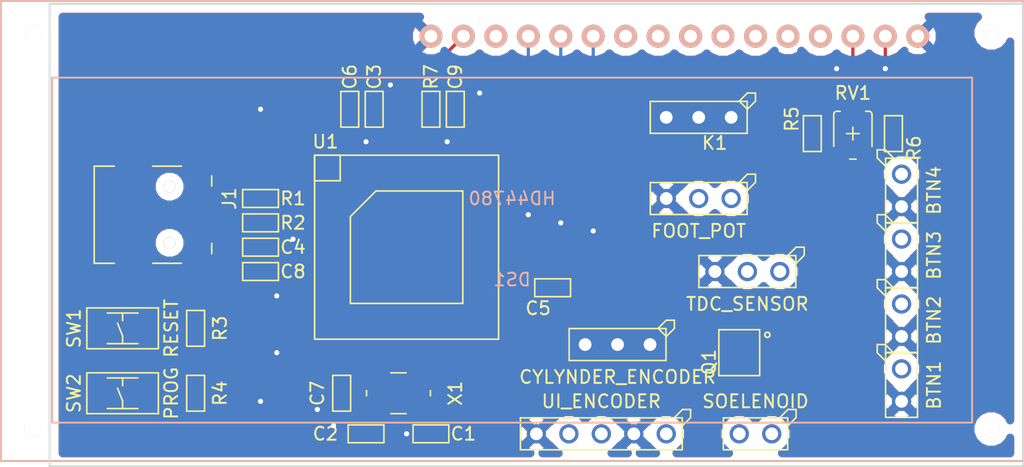
<source format=kicad_pcb>
(kicad_pcb (version 20171130) (host pcbnew "(5.0.0-3-g5ebb6b6)")

  (general
    (thickness 1.6)
    (drawings 4)
    (tracks 165)
    (zones 0)
    (modules 34)
    (nets 49)
  )

  (page A4)
  (layers
    (0 F.Cu signal)
    (31 B.Cu signal)
    (32 B.Adhes user)
    (33 F.Adhes user)
    (34 B.Paste user)
    (35 F.Paste user)
    (36 B.SilkS user)
    (37 F.SilkS user)
    (38 B.Mask user)
    (39 F.Mask user)
    (40 Dwgs.User user)
    (41 Cmts.User user)
    (42 Eco1.User user)
    (43 Eco2.User user)
    (44 Edge.Cuts user)
    (45 Margin user)
    (46 B.CrtYd user)
    (47 F.CrtYd user)
    (48 B.Fab user)
    (49 F.Fab user)
  )

  (setup
    (last_trace_width 0.25)
    (trace_clearance 0.2)
    (zone_clearance 0.635)
    (zone_45_only no)
    (trace_min 0.2)
    (segment_width 0.2)
    (edge_width 0.15)
    (via_size 0.8)
    (via_drill 0.4)
    (via_min_size 0.4)
    (via_min_drill 0.3)
    (uvia_size 0.3)
    (uvia_drill 0.1)
    (uvias_allowed no)
    (uvia_min_size 0.2)
    (uvia_min_drill 0.1)
    (pcb_text_width 0.3)
    (pcb_text_size 1.5 1.5)
    (mod_edge_width 0.15)
    (mod_text_size 1 1)
    (mod_text_width 0.15)
    (pad_size 1.524 1.524)
    (pad_drill 0.762)
    (pad_to_mask_clearance 0.2)
    (aux_axis_origin 0 0)
    (visible_elements FFFFFF7F)
    (pcbplotparams
      (layerselection 0x010fc_ffffffff)
      (usegerberextensions false)
      (usegerberattributes false)
      (usegerberadvancedattributes false)
      (creategerberjobfile false)
      (excludeedgelayer true)
      (linewidth 0.100000)
      (plotframeref false)
      (viasonmask false)
      (mode 1)
      (useauxorigin false)
      (hpglpennumber 1)
      (hpglpenspeed 20)
      (hpglpendiameter 15.000000)
      (psnegative false)
      (psa4output false)
      (plotreference true)
      (plotvalue true)
      (plotinvisibletext false)
      (padsonsilk false)
      (subtractmaskfromsilk false)
      (outputformat 1)
      (mirror false)
      (drillshape 1)
      (scaleselection 1)
      (outputdirectory ""))
  )

  (net 0 "")
  (net 1 "Net-(C1-Pad2)")
  (net 2 GND)
  (net 3 "Net-(C2-Pad2)")
  (net 4 "Net-(C3-Pad1)")
  (net 5 "Net-(C4-Pad2)")
  (net 6 +5V)
  (net 7 "Net-(DS1-Pad3)")
  (net 8 "Net-(DS1-Pad4)")
  (net 9 "Net-(DS1-Pad6)")
  (net 10 "Net-(DS1-Pad7)")
  (net 11 "Net-(DS1-Pad8)")
  (net 12 "Net-(DS1-Pad9)")
  (net 13 "Net-(DS1-Pad10)")
  (net 14 "Net-(DS1-Pad11)")
  (net 15 "Net-(DS1-Pad12)")
  (net 16 "Net-(DS1-Pad13)")
  (net 17 "Net-(DS1-Pad14)")
  (net 18 "Net-(DS1-Pad15)")
  (net 19 "Net-(K1-Pad2)")
  (net 20 "Net-(K2-Pad2)")
  (net 21 +12V)
  (net 22 "Net-(K3-Pad2)")
  (net 23 "Net-(K4-Pad2)")
  (net 24 "Net-(K5-Pad1)")
  (net 25 "Net-(K6-Pad1)")
  (net 26 "Net-(K7-Pad1)")
  (net 27 "Net-(K8-Pad1)")
  (net 28 "Net-(Q1-Pad1)")
  (net 29 "Net-(J1-Pad3)")
  (net 30 "Net-(R1-Pad1)")
  (net 31 "Net-(R2-Pad1)")
  (net 32 "Net-(J1-Pad2)")
  (net 33 "Net-(R3-Pad2)")
  (net 34 "Net-(R4-Pad2)")
  (net 35 "Net-(R5-Pad1)")
  (net 36 "Net-(R6-Pad2)")
  (net 37 "Net-(SW3-Pad3)")
  (net 38 "Net-(SW3-Pad1)")
  (net 39 "Net-(SW4-Pad1)")
  (net 40 "Net-(SW4-Pad3)")
  (net 41 "Net-(SW4-Pad4)")
  (net 42 "Net-(U1-Pad1)")
  (net 43 "Net-(U1-Pad22)")
  (net 44 "Net-(U1-Pad25)")
  (net 45 "Net-(U1-Pad26)")
  (net 46 "Net-(U1-Pad27)")
  (net 47 "Net-(U1-Pad38)")
  (net 48 "Net-(J1-Pad4)")

  (net_class Default "This is the default net class."
    (clearance 0.2)
    (trace_width 0.25)
    (via_dia 0.8)
    (via_drill 0.4)
    (uvia_dia 0.3)
    (uvia_drill 0.1)
    (add_net +12V)
    (add_net +5V)
    (add_net GND)
    (add_net "Net-(C1-Pad2)")
    (add_net "Net-(C2-Pad2)")
    (add_net "Net-(C3-Pad1)")
    (add_net "Net-(C4-Pad2)")
    (add_net "Net-(DS1-Pad10)")
    (add_net "Net-(DS1-Pad11)")
    (add_net "Net-(DS1-Pad12)")
    (add_net "Net-(DS1-Pad13)")
    (add_net "Net-(DS1-Pad14)")
    (add_net "Net-(DS1-Pad15)")
    (add_net "Net-(DS1-Pad3)")
    (add_net "Net-(DS1-Pad4)")
    (add_net "Net-(DS1-Pad6)")
    (add_net "Net-(DS1-Pad7)")
    (add_net "Net-(DS1-Pad8)")
    (add_net "Net-(DS1-Pad9)")
    (add_net "Net-(J1-Pad2)")
    (add_net "Net-(J1-Pad3)")
    (add_net "Net-(J1-Pad4)")
    (add_net "Net-(K1-Pad2)")
    (add_net "Net-(K2-Pad2)")
    (add_net "Net-(K3-Pad2)")
    (add_net "Net-(K4-Pad2)")
    (add_net "Net-(K5-Pad1)")
    (add_net "Net-(K6-Pad1)")
    (add_net "Net-(K7-Pad1)")
    (add_net "Net-(K8-Pad1)")
    (add_net "Net-(Q1-Pad1)")
    (add_net "Net-(R1-Pad1)")
    (add_net "Net-(R2-Pad1)")
    (add_net "Net-(R3-Pad2)")
    (add_net "Net-(R4-Pad2)")
    (add_net "Net-(R5-Pad1)")
    (add_net "Net-(R6-Pad2)")
    (add_net "Net-(SW3-Pad1)")
    (add_net "Net-(SW3-Pad3)")
    (add_net "Net-(SW4-Pad1)")
    (add_net "Net-(SW4-Pad3)")
    (add_net "Net-(SW4-Pad4)")
    (add_net "Net-(U1-Pad1)")
    (add_net "Net-(U1-Pad22)")
    (add_net "Net-(U1-Pad25)")
    (add_net "Net-(U1-Pad26)")
    (add_net "Net-(U1-Pad27)")
    (add_net "Net-(U1-Pad38)")
  )

  (module MF_Passives:MF_Passives-C0603 (layer F.Cu) (tedit 5BA2B0DA) (tstamp 5BC5FBA9)
    (at 113.665 104.14)
    (descr "DESCRIPTION: STANDARD 0603 PACKAGE FOR CAPACITORS")
    (tags "DESCRIPTION: STANDARD 0603 PACKAGE FOR CAPACITORS")
    (path /5BAEE372)
    (solder_mask_margin 0.1016)
    (clearance 0.1016)
    (attr smd)
    (fp_text reference C1 (at 2.54 0) (layer F.SilkS)
      (effects (font (size 1.016 1.016) (thickness 0.1524)))
    )
    (fp_text value 8pF (at 1.13792 -3.13182) (layer F.Fab) hide
      (effects (font (size 1.016 1.016) (thickness 0.1524)))
    )
    (fp_line (start 1.39954 -0.6985) (end -1.39954 -0.6985) (layer F.SilkS) (width 0.127))
    (fp_line (start 1.39954 0.6985) (end 1.39954 -0.6985) (layer F.SilkS) (width 0.127))
    (fp_line (start -1.39954 0.6985) (end 1.39954 0.6985) (layer F.SilkS) (width 0.127))
    (fp_line (start -1.39954 -0.6985) (end -1.39954 0.6985) (layer F.SilkS) (width 0.127))
    (pad 2 smd rect (at 0.7493 0 180) (size 0.59944 0.89916) (layers F.Cu F.Paste F.Mask)
      (net 1 "Net-(C1-Pad2)"))
    (pad 1 smd rect (at -0.7493 0 180) (size 0.59944 0.89916) (layers F.Cu F.Paste F.Mask)
      (net 2 GND))
  )

  (module MF_Passives:MF_Passives-C0603 (layer F.Cu) (tedit 5BA2B0DE) (tstamp 5BC5FBB3)
    (at 108.585 104.14)
    (descr "DESCRIPTION: STANDARD 0603 PACKAGE FOR CAPACITORS")
    (tags "DESCRIPTION: STANDARD 0603 PACKAGE FOR CAPACITORS")
    (path /5BAEE30F)
    (solder_mask_margin 0.1016)
    (clearance 0.1016)
    (attr smd)
    (fp_text reference C2 (at -3.175 0) (layer F.SilkS)
      (effects (font (size 1.016 1.016) (thickness 0.1524)))
    )
    (fp_text value 8pF (at 1.13792 -3.13182) (layer F.Fab) hide
      (effects (font (size 1.016 1.016) (thickness 0.1524)))
    )
    (fp_line (start -1.39954 -0.6985) (end -1.39954 0.6985) (layer F.SilkS) (width 0.127))
    (fp_line (start -1.39954 0.6985) (end 1.39954 0.6985) (layer F.SilkS) (width 0.127))
    (fp_line (start 1.39954 0.6985) (end 1.39954 -0.6985) (layer F.SilkS) (width 0.127))
    (fp_line (start 1.39954 -0.6985) (end -1.39954 -0.6985) (layer F.SilkS) (width 0.127))
    (pad 1 smd rect (at -0.7493 0 180) (size 0.59944 0.89916) (layers F.Cu F.Paste F.Mask)
      (net 2 GND))
    (pad 2 smd rect (at 0.7493 0 180) (size 0.59944 0.89916) (layers F.Cu F.Paste F.Mask)
      (net 3 "Net-(C2-Pad2)"))
  )

  (module MF_Passives:MF_Passives-C0603 (layer F.Cu) (tedit 5BA2B1C6) (tstamp 5BC5FBBD)
    (at 109.22 78.74 90)
    (descr "DESCRIPTION: STANDARD 0603 PACKAGE FOR CAPACITORS")
    (tags "DESCRIPTION: STANDARD 0603 PACKAGE FOR CAPACITORS")
    (path /5BB5C3A1)
    (solder_mask_margin 0.1016)
    (clearance 0.1016)
    (attr smd)
    (fp_text reference C3 (at 2.54 0 90) (layer F.SilkS)
      (effects (font (size 1.016 1.016) (thickness 0.1524)))
    )
    (fp_text value 1uF (at 1.13792 -3.13182 90) (layer F.Fab) hide
      (effects (font (size 1.016 1.016) (thickness 0.1524)))
    )
    (fp_line (start -1.39954 -0.6985) (end -1.39954 0.6985) (layer F.SilkS) (width 0.127))
    (fp_line (start -1.39954 0.6985) (end 1.39954 0.6985) (layer F.SilkS) (width 0.127))
    (fp_line (start 1.39954 0.6985) (end 1.39954 -0.6985) (layer F.SilkS) (width 0.127))
    (fp_line (start 1.39954 -0.6985) (end -1.39954 -0.6985) (layer F.SilkS) (width 0.127))
    (pad 1 smd rect (at -0.7493 0 270) (size 0.59944 0.89916) (layers F.Cu F.Paste F.Mask)
      (net 4 "Net-(C3-Pad1)"))
    (pad 2 smd rect (at 0.7493 0 270) (size 0.59944 0.89916) (layers F.Cu F.Paste F.Mask)
      (net 2 GND))
  )

  (module MF_Passives:MF_Passives-C0603 (layer F.Cu) (tedit 5BA2B329) (tstamp 5BC5FBC7)
    (at 100.33 89.535)
    (descr "DESCRIPTION: STANDARD 0603 PACKAGE FOR CAPACITORS")
    (tags "DESCRIPTION: STANDARD 0603 PACKAGE FOR CAPACITORS")
    (path /5BADD3B6)
    (solder_mask_margin 0.1016)
    (clearance 0.1016)
    (attr smd)
    (fp_text reference C4 (at 2.54 0) (layer F.SilkS)
      (effects (font (size 1.016 1.016) (thickness 0.1524)))
    )
    (fp_text value 1uF (at 1.13792 -3.13182) (layer F.Fab) hide
      (effects (font (size 1.016 1.016) (thickness 0.1524)))
    )
    (fp_line (start 1.39954 -0.6985) (end -1.39954 -0.6985) (layer F.SilkS) (width 0.127))
    (fp_line (start 1.39954 0.6985) (end 1.39954 -0.6985) (layer F.SilkS) (width 0.127))
    (fp_line (start -1.39954 0.6985) (end 1.39954 0.6985) (layer F.SilkS) (width 0.127))
    (fp_line (start -1.39954 -0.6985) (end -1.39954 0.6985) (layer F.SilkS) (width 0.127))
    (pad 2 smd rect (at 0.7493 0 180) (size 0.59944 0.89916) (layers F.Cu F.Paste F.Mask)
      (net 5 "Net-(C4-Pad2)"))
    (pad 1 smd rect (at -0.7493 0 180) (size 0.59944 0.89916) (layers F.Cu F.Paste F.Mask)
      (net 2 GND))
  )

  (module MF_Passives:MF_Passives-C0603 (layer F.Cu) (tedit 5BA2B1E4) (tstamp 5BC5FBD1)
    (at 123.19 92.71 180)
    (descr "DESCRIPTION: STANDARD 0603 PACKAGE FOR CAPACITORS")
    (tags "DESCRIPTION: STANDARD 0603 PACKAGE FOR CAPACITORS")
    (path /5BB337BB)
    (solder_mask_margin 0.1016)
    (clearance 0.1016)
    (attr smd)
    (fp_text reference C5 (at 1.13792 -1.60782 180) (layer F.SilkS)
      (effects (font (size 1.016 1.016) (thickness 0.1524)))
    )
    (fp_text value 0.1uF (at 1.13792 -3.13182 180) (layer F.Fab) hide
      (effects (font (size 1.016 1.016) (thickness 0.1524)))
    )
    (fp_line (start 1.39954 -0.6985) (end -1.39954 -0.6985) (layer F.SilkS) (width 0.127))
    (fp_line (start 1.39954 0.6985) (end 1.39954 -0.6985) (layer F.SilkS) (width 0.127))
    (fp_line (start -1.39954 0.6985) (end 1.39954 0.6985) (layer F.SilkS) (width 0.127))
    (fp_line (start -1.39954 -0.6985) (end -1.39954 0.6985) (layer F.SilkS) (width 0.127))
    (pad 2 smd rect (at 0.7493 0) (size 0.59944 0.89916) (layers F.Cu F.Paste F.Mask)
      (net 6 +5V))
    (pad 1 smd rect (at -0.7493 0) (size 0.59944 0.89916) (layers F.Cu F.Paste F.Mask)
      (net 2 GND))
  )

  (module MF_Passives:MF_Passives-C0603 (layer F.Cu) (tedit 5BA2B1CA) (tstamp 5BC5FBDB)
    (at 107.315 78.74 270)
    (descr "DESCRIPTION: STANDARD 0603 PACKAGE FOR CAPACITORS")
    (tags "DESCRIPTION: STANDARD 0603 PACKAGE FOR CAPACITORS")
    (path /5BB33776)
    (solder_mask_margin 0.1016)
    (clearance 0.1016)
    (attr smd)
    (fp_text reference C6 (at -2.54 0 270) (layer F.SilkS)
      (effects (font (size 1.016 1.016) (thickness 0.1524)))
    )
    (fp_text value 0.1uF (at 1.13792 -3.13182 270) (layer F.Fab) hide
      (effects (font (size 1.016 1.016) (thickness 0.1524)))
    )
    (fp_line (start -1.39954 -0.6985) (end -1.39954 0.6985) (layer F.SilkS) (width 0.127))
    (fp_line (start -1.39954 0.6985) (end 1.39954 0.6985) (layer F.SilkS) (width 0.127))
    (fp_line (start 1.39954 0.6985) (end 1.39954 -0.6985) (layer F.SilkS) (width 0.127))
    (fp_line (start 1.39954 -0.6985) (end -1.39954 -0.6985) (layer F.SilkS) (width 0.127))
    (pad 1 smd rect (at -0.7493 0 90) (size 0.59944 0.89916) (layers F.Cu F.Paste F.Mask)
      (net 2 GND))
    (pad 2 smd rect (at 0.7493 0 90) (size 0.59944 0.89916) (layers F.Cu F.Paste F.Mask)
      (net 6 +5V))
  )

  (module MF_Passives:MF_Passives-C0603 (layer F.Cu) (tedit 5BA2B0EE) (tstamp 5BC5FBE5)
    (at 106.68 100.965 90)
    (descr "DESCRIPTION: STANDARD 0603 PACKAGE FOR CAPACITORS")
    (tags "DESCRIPTION: STANDARD 0603 PACKAGE FOR CAPACITORS")
    (path /5BB33733)
    (solder_mask_margin 0.1016)
    (clearance 0.1016)
    (attr smd)
    (fp_text reference C7 (at 0 -1.905 90) (layer F.SilkS)
      (effects (font (size 1.016 1.016) (thickness 0.1524)))
    )
    (fp_text value 0.1uF (at 1.13792 -3.13182 90) (layer F.Fab) hide
      (effects (font (size 1.016 1.016) (thickness 0.1524)))
    )
    (fp_line (start 1.39954 -0.6985) (end -1.39954 -0.6985) (layer F.SilkS) (width 0.127))
    (fp_line (start 1.39954 0.6985) (end 1.39954 -0.6985) (layer F.SilkS) (width 0.127))
    (fp_line (start -1.39954 0.6985) (end 1.39954 0.6985) (layer F.SilkS) (width 0.127))
    (fp_line (start -1.39954 -0.6985) (end -1.39954 0.6985) (layer F.SilkS) (width 0.127))
    (pad 2 smd rect (at 0.7493 0 270) (size 0.59944 0.89916) (layers F.Cu F.Paste F.Mask)
      (net 6 +5V))
    (pad 1 smd rect (at -0.7493 0 270) (size 0.59944 0.89916) (layers F.Cu F.Paste F.Mask)
      (net 2 GND))
  )

  (module MF_Passives:MF_Passives-C0603 (layer F.Cu) (tedit 5BA2B338) (tstamp 5BC5FBEF)
    (at 100.33 91.44)
    (descr "DESCRIPTION: STANDARD 0603 PACKAGE FOR CAPACITORS")
    (tags "DESCRIPTION: STANDARD 0603 PACKAGE FOR CAPACITORS")
    (path /5BB336EE)
    (solder_mask_margin 0.1016)
    (clearance 0.1016)
    (attr smd)
    (fp_text reference C8 (at 2.54 0) (layer F.SilkS)
      (effects (font (size 1.016 1.016) (thickness 0.1524)))
    )
    (fp_text value 0.1uF (at 1.13792 -3.13182) (layer F.Fab) hide
      (effects (font (size 1.016 1.016) (thickness 0.1524)))
    )
    (fp_line (start -1.39954 -0.6985) (end -1.39954 0.6985) (layer F.SilkS) (width 0.127))
    (fp_line (start -1.39954 0.6985) (end 1.39954 0.6985) (layer F.SilkS) (width 0.127))
    (fp_line (start 1.39954 0.6985) (end 1.39954 -0.6985) (layer F.SilkS) (width 0.127))
    (fp_line (start 1.39954 -0.6985) (end -1.39954 -0.6985) (layer F.SilkS) (width 0.127))
    (pad 1 smd rect (at -0.7493 0 180) (size 0.59944 0.89916) (layers F.Cu F.Paste F.Mask)
      (net 2 GND))
    (pad 2 smd rect (at 0.7493 0 180) (size 0.59944 0.89916) (layers F.Cu F.Paste F.Mask)
      (net 6 +5V))
  )

  (module MF_Passives:MF_Passives-C0603 (layer F.Cu) (tedit 5BA2B3E5) (tstamp 5BC5FBF9)
    (at 115.57 78.74 270)
    (descr "DESCRIPTION: STANDARD 0603 PACKAGE FOR CAPACITORS")
    (tags "DESCRIPTION: STANDARD 0603 PACKAGE FOR CAPACITORS")
    (path /5BB309B5)
    (solder_mask_margin 0.1016)
    (clearance 0.1016)
    (attr smd)
    (fp_text reference C9 (at -2.54 0 270) (layer F.SilkS)
      (effects (font (size 1.016 1.016) (thickness 0.1524)))
    )
    (fp_text value 0.1uF (at 1.13792 -3.13182 270) (layer F.Fab) hide
      (effects (font (size 1.016 1.016) (thickness 0.1524)))
    )
    (fp_line (start -1.39954 -0.6985) (end -1.39954 0.6985) (layer F.SilkS) (width 0.127))
    (fp_line (start -1.39954 0.6985) (end 1.39954 0.6985) (layer F.SilkS) (width 0.127))
    (fp_line (start 1.39954 0.6985) (end 1.39954 -0.6985) (layer F.SilkS) (width 0.127))
    (fp_line (start 1.39954 -0.6985) (end -1.39954 -0.6985) (layer F.SilkS) (width 0.127))
    (pad 1 smd rect (at -0.7493 0 90) (size 0.59944 0.89916) (layers F.Cu F.Paste F.Mask)
      (net 2 GND))
    (pad 2 smd rect (at 0.7493 0 90) (size 0.59944 0.89916) (layers F.Cu F.Paste F.Mask)
      (net 6 +5V))
  )

  (module MF_Connectors:MF_Connectors-PTH_2.54MM_01X03 (layer F.Cu) (tedit 590423DA) (tstamp 5BC5FC26)
    (at 134.62 79.375 180)
    (descr "DESCRIPTION: PACKAGE FOR 2.54MM PITCH HEADER 3 POSITION. BASED ON 4UCON 00834.")
    (tags "DESCRIPTION: PACKAGE FOR 2.54MM PITCH HEADER 3 POSITION. BASED ON 4UCON 00834.")
    (path /5B5A892F)
    (attr virtual)
    (fp_text reference K1 (at -1.24968 -2.0066 180) (layer F.SilkS)
      (effects (font (size 1.016 1.016) (thickness 0.1524)))
    )
    (fp_text value SERVO (at -1.24968 -3.5306 180) (layer F.Fab)
      (effects (font (size 1.016 1.016) (thickness 0.1524)))
    )
    (fp_line (start -4.445 1.27) (end -4.445 1.905) (layer F.SilkS) (width 0.127))
    (fp_line (start -3.81 0.635) (end -4.445 1.27) (layer F.SilkS) (width 0.127))
    (fp_line (start -3.175 1.27) (end -3.81 0.635) (layer F.SilkS) (width 0.127))
    (fp_line (start -3.81 1.905) (end -3.175 1.27) (layer F.SilkS) (width 0.127))
    (fp_line (start -4.445 1.905) (end -3.81 1.905) (layer F.SilkS) (width 0.127))
    (fp_line (start -3.78968 1.24968) (end -3.78968 -1.24968) (layer F.SilkS) (width 0.127))
    (fp_line (start 3.78968 1.24968) (end -3.78968 1.24968) (layer F.SilkS) (width 0.127))
    (fp_line (start 3.78968 -1.24968) (end 3.78968 1.24968) (layer F.SilkS) (width 0.127))
    (fp_line (start -3.78968 -1.24968) (end 3.78968 -1.24968) (layer F.SilkS) (width 0.127))
    (pad 3 thru_hole circle (at 2.54 0 180) (size 1.50622 1.50622) (drill 0.99822) (layers F&B.Cu *.Mask)
      (net 2 GND))
    (pad 2 thru_hole circle (at 0 0 180) (size 1.50622 1.50622) (drill 0.99822) (layers F&B.Cu *.Mask)
      (net 19 "Net-(K1-Pad2)"))
    (pad 1 thru_hole circle (at -2.54 0 180) (size 1.50622 1.50622) (drill 0.99822) (layers F&B.Cu *.Mask)
      (net 6 +5V))
  )

  (module MF_Connectors:MF_Connectors-PTH_2.54MM_01X03 (layer F.Cu) (tedit 5BA2B74D) (tstamp 5BC5FC36)
    (at 134.62 85.725 180)
    (descr "DESCRIPTION: PACKAGE FOR 2.54MM PITCH HEADER 3 POSITION. BASED ON 4UCON 00834.")
    (tags "DESCRIPTION: PACKAGE FOR 2.54MM PITCH HEADER 3 POSITION. BASED ON 4UCON 00834.")
    (path /5B5A8991)
    (attr virtual)
    (fp_text reference K2 (at -1.24968 -2.0066 180) (layer F.SilkS) hide
      (effects (font (size 1.016 1.016) (thickness 0.1524)))
    )
    (fp_text value FOOT_POT (at 0 -2.54 180) (layer F.SilkS)
      (effects (font (size 1.016 1.016) (thickness 0.1524)))
    )
    (fp_line (start -3.78968 -1.24968) (end 3.78968 -1.24968) (layer F.SilkS) (width 0.127))
    (fp_line (start 3.78968 -1.24968) (end 3.78968 1.24968) (layer F.SilkS) (width 0.127))
    (fp_line (start 3.78968 1.24968) (end -3.78968 1.24968) (layer F.SilkS) (width 0.127))
    (fp_line (start -3.78968 1.24968) (end -3.78968 -1.24968) (layer F.SilkS) (width 0.127))
    (fp_line (start -4.445 1.905) (end -3.81 1.905) (layer F.SilkS) (width 0.127))
    (fp_line (start -3.81 1.905) (end -3.175 1.27) (layer F.SilkS) (width 0.127))
    (fp_line (start -3.175 1.27) (end -3.81 0.635) (layer F.SilkS) (width 0.127))
    (fp_line (start -3.81 0.635) (end -4.445 1.27) (layer F.SilkS) (width 0.127))
    (fp_line (start -4.445 1.27) (end -4.445 1.905) (layer F.SilkS) (width 0.127))
    (pad 1 thru_hole circle (at -2.54 0 180) (size 1.50622 1.50622) (drill 0.99822) (layers F&B.Cu *.Mask)
      (net 6 +5V))
    (pad 2 thru_hole circle (at 0 0 180) (size 1.50622 1.50622) (drill 0.99822) (layers F&B.Cu *.Mask)
      (net 20 "Net-(K2-Pad2)"))
    (pad 3 thru_hole circle (at 2.54 0 180) (size 1.50622 1.50622) (drill 0.99822) (layers F&B.Cu *.Mask)
      (net 2 GND))
  )

  (module MF_Connectors:MF_Connectors-PTH_2.54MM_01X03 (layer F.Cu) (tedit 5BA2B73C) (tstamp 5BC5FC46)
    (at 138.43 91.44 180)
    (descr "DESCRIPTION: PACKAGE FOR 2.54MM PITCH HEADER 3 POSITION. BASED ON 4UCON 00834.")
    (tags "DESCRIPTION: PACKAGE FOR 2.54MM PITCH HEADER 3 POSITION. BASED ON 4UCON 00834.")
    (path /5B5A87F3)
    (attr virtual)
    (fp_text reference K3 (at -1.24968 -2.0066 180) (layer F.SilkS) hide
      (effects (font (size 1.016 1.016) (thickness 0.1524)))
    )
    (fp_text value TDC_SENSOR (at 0 -2.54 180) (layer F.SilkS)
      (effects (font (size 1.016 1.016) (thickness 0.1524)))
    )
    (fp_line (start -3.78968 -1.24968) (end 3.78968 -1.24968) (layer F.SilkS) (width 0.127))
    (fp_line (start 3.78968 -1.24968) (end 3.78968 1.24968) (layer F.SilkS) (width 0.127))
    (fp_line (start 3.78968 1.24968) (end -3.78968 1.24968) (layer F.SilkS) (width 0.127))
    (fp_line (start -3.78968 1.24968) (end -3.78968 -1.24968) (layer F.SilkS) (width 0.127))
    (fp_line (start -4.445 1.905) (end -3.81 1.905) (layer F.SilkS) (width 0.127))
    (fp_line (start -3.81 1.905) (end -3.175 1.27) (layer F.SilkS) (width 0.127))
    (fp_line (start -3.175 1.27) (end -3.81 0.635) (layer F.SilkS) (width 0.127))
    (fp_line (start -3.81 0.635) (end -4.445 1.27) (layer F.SilkS) (width 0.127))
    (fp_line (start -4.445 1.27) (end -4.445 1.905) (layer F.SilkS) (width 0.127))
    (pad 1 thru_hole circle (at -2.54 0 180) (size 1.50622 1.50622) (drill 0.99822) (layers F&B.Cu *.Mask)
      (net 21 +12V))
    (pad 2 thru_hole circle (at 0 0 180) (size 1.50622 1.50622) (drill 0.99822) (layers F&B.Cu *.Mask)
      (net 22 "Net-(K3-Pad2)"))
    (pad 3 thru_hole circle (at 2.54 0 180) (size 1.50622 1.50622) (drill 0.99822) (layers F&B.Cu *.Mask)
      (net 2 GND))
  )

  (module MF_Connectors:MF_Connectors-PTH_2.54MM_01X02 (layer F.Cu) (tedit 5BA2B50F) (tstamp 5BC5FC55)
    (at 139.065 104.14 180)
    (descr "DESCRIPTION: PACKAGE FOR 2.54MM PITCH HEADER 2 POSITION. BASED ON 4UCON 00834.")
    (tags "DESCRIPTION: PACKAGE FOR 2.54MM PITCH HEADER 2 POSITION. BASED ON 4UCON 00834.")
    (path /5BD700A0)
    (attr virtual)
    (fp_text reference K4 (at -3.81 0 270) (layer F.SilkS) hide
      (effects (font (size 1.016 1.016) (thickness 0.1524)))
    )
    (fp_text value SOELENOID (at 0 2.54 180) (layer F.SilkS)
      (effects (font (size 1.016 1.016) (thickness 0.1524)))
    )
    (fp_line (start -2.51968 -1.24968) (end 2.51968 -1.24968) (layer F.SilkS) (width 0.127))
    (fp_line (start 2.51968 -1.24968) (end 2.51968 1.24968) (layer F.SilkS) (width 0.127))
    (fp_line (start 2.51968 1.24968) (end -2.51968 1.24968) (layer F.SilkS) (width 0.127))
    (fp_line (start -2.51968 1.24968) (end -2.51968 -1.24968) (layer F.SilkS) (width 0.127))
    (fp_line (start -3.175 1.905) (end -2.54 1.905) (layer F.SilkS) (width 0.127))
    (fp_line (start -2.54 1.905) (end -1.905 1.27) (layer F.SilkS) (width 0.127))
    (fp_line (start -1.905 1.27) (end -2.54 0.635) (layer F.SilkS) (width 0.127))
    (fp_line (start -2.54 0.635) (end -3.175 1.27) (layer F.SilkS) (width 0.127))
    (fp_line (start -3.175 1.27) (end -3.175 1.905) (layer F.SilkS) (width 0.127))
    (pad 1 thru_hole circle (at -1.27 0 180) (size 1.50622 1.50622) (drill 0.99822) (layers F&B.Cu *.Mask)
      (net 21 +12V))
    (pad 2 thru_hole circle (at 1.27 0 180) (size 1.50622 1.50622) (drill 0.99822) (layers F&B.Cu *.Mask)
      (net 23 "Net-(K4-Pad2)"))
  )

  (module MF_Connectors:MF_Connectors-PTH_2.54MM_01X02 (layer F.Cu) (tedit 5BA2B7A6) (tstamp 5BC5FC64)
    (at 150.495 100.33 270)
    (descr "DESCRIPTION: PACKAGE FOR 2.54MM PITCH HEADER 2 POSITION. BASED ON 4UCON 00834.")
    (tags "DESCRIPTION: PACKAGE FOR 2.54MM PITCH HEADER 2 POSITION. BASED ON 4UCON 00834.")
    (path /5B5AA278)
    (attr virtual)
    (fp_text reference K5 (at 0.01778 -2.0066 270) (layer F.SilkS) hide
      (effects (font (size 1.016 1.016) (thickness 0.1524)))
    )
    (fp_text value BTN1 (at 0 -2.54 270) (layer F.SilkS)
      (effects (font (size 1.016 1.016) (thickness 0.1524)))
    )
    (fp_line (start -2.51968 -1.24968) (end 2.51968 -1.24968) (layer F.SilkS) (width 0.127))
    (fp_line (start 2.51968 -1.24968) (end 2.51968 1.24968) (layer F.SilkS) (width 0.127))
    (fp_line (start 2.51968 1.24968) (end -2.51968 1.24968) (layer F.SilkS) (width 0.127))
    (fp_line (start -2.51968 1.24968) (end -2.51968 -1.24968) (layer F.SilkS) (width 0.127))
    (fp_line (start -3.175 1.905) (end -2.54 1.905) (layer F.SilkS) (width 0.127))
    (fp_line (start -2.54 1.905) (end -1.905 1.27) (layer F.SilkS) (width 0.127))
    (fp_line (start -1.905 1.27) (end -2.54 0.635) (layer F.SilkS) (width 0.127))
    (fp_line (start -2.54 0.635) (end -3.175 1.27) (layer F.SilkS) (width 0.127))
    (fp_line (start -3.175 1.27) (end -3.175 1.905) (layer F.SilkS) (width 0.127))
    (pad 1 thru_hole circle (at -1.27 0 270) (size 1.50622 1.50622) (drill 0.99822) (layers F&B.Cu *.Mask)
      (net 24 "Net-(K5-Pad1)"))
    (pad 2 thru_hole circle (at 1.27 0 270) (size 1.50622 1.50622) (drill 0.99822) (layers F&B.Cu *.Mask)
      (net 2 GND))
  )

  (module MF_Connectors:MF_Connectors-PTH_2.54MM_01X02 (layer F.Cu) (tedit 5BA2B7A8) (tstamp 5BC602EB)
    (at 150.495 95.25 270)
    (descr "DESCRIPTION: PACKAGE FOR 2.54MM PITCH HEADER 2 POSITION. BASED ON 4UCON 00834.")
    (tags "DESCRIPTION: PACKAGE FOR 2.54MM PITCH HEADER 2 POSITION. BASED ON 4UCON 00834.")
    (path /5B5AA3D8)
    (attr virtual)
    (fp_text reference K6 (at 0.01778 -2.0066 270) (layer F.SilkS) hide
      (effects (font (size 1.016 1.016) (thickness 0.1524)))
    )
    (fp_text value BTN2 (at 0 -2.54 270) (layer F.SilkS)
      (effects (font (size 1.016 1.016) (thickness 0.1524)))
    )
    (fp_line (start -3.175 1.27) (end -3.175 1.905) (layer F.SilkS) (width 0.127))
    (fp_line (start -2.54 0.635) (end -3.175 1.27) (layer F.SilkS) (width 0.127))
    (fp_line (start -1.905 1.27) (end -2.54 0.635) (layer F.SilkS) (width 0.127))
    (fp_line (start -2.54 1.905) (end -1.905 1.27) (layer F.SilkS) (width 0.127))
    (fp_line (start -3.175 1.905) (end -2.54 1.905) (layer F.SilkS) (width 0.127))
    (fp_line (start -2.51968 1.24968) (end -2.51968 -1.24968) (layer F.SilkS) (width 0.127))
    (fp_line (start 2.51968 1.24968) (end -2.51968 1.24968) (layer F.SilkS) (width 0.127))
    (fp_line (start 2.51968 -1.24968) (end 2.51968 1.24968) (layer F.SilkS) (width 0.127))
    (fp_line (start -2.51968 -1.24968) (end 2.51968 -1.24968) (layer F.SilkS) (width 0.127))
    (pad 2 thru_hole circle (at 1.27 0 270) (size 1.50622 1.50622) (drill 0.99822) (layers F&B.Cu *.Mask)
      (net 2 GND))
    (pad 1 thru_hole circle (at -1.27 0 270) (size 1.50622 1.50622) (drill 0.99822) (layers F&B.Cu *.Mask)
      (net 25 "Net-(K6-Pad1)"))
  )

  (module MF_Connectors:MF_Connectors-PTH_2.54MM_01X02 (layer F.Cu) (tedit 5BA2B7AB) (tstamp 5BC5FC82)
    (at 150.495 90.17 270)
    (descr "DESCRIPTION: PACKAGE FOR 2.54MM PITCH HEADER 2 POSITION. BASED ON 4UCON 00834.")
    (tags "DESCRIPTION: PACKAGE FOR 2.54MM PITCH HEADER 2 POSITION. BASED ON 4UCON 00834.")
    (path /5B5AA426)
    (attr virtual)
    (fp_text reference K7 (at 0.01778 -2.0066 270) (layer F.SilkS) hide
      (effects (font (size 1.016 1.016) (thickness 0.1524)))
    )
    (fp_text value BTN3 (at 0 -2.54 270) (layer F.SilkS)
      (effects (font (size 1.016 1.016) (thickness 0.1524)))
    )
    (fp_line (start -3.175 1.27) (end -3.175 1.905) (layer F.SilkS) (width 0.127))
    (fp_line (start -2.54 0.635) (end -3.175 1.27) (layer F.SilkS) (width 0.127))
    (fp_line (start -1.905 1.27) (end -2.54 0.635) (layer F.SilkS) (width 0.127))
    (fp_line (start -2.54 1.905) (end -1.905 1.27) (layer F.SilkS) (width 0.127))
    (fp_line (start -3.175 1.905) (end -2.54 1.905) (layer F.SilkS) (width 0.127))
    (fp_line (start -2.51968 1.24968) (end -2.51968 -1.24968) (layer F.SilkS) (width 0.127))
    (fp_line (start 2.51968 1.24968) (end -2.51968 1.24968) (layer F.SilkS) (width 0.127))
    (fp_line (start 2.51968 -1.24968) (end 2.51968 1.24968) (layer F.SilkS) (width 0.127))
    (fp_line (start -2.51968 -1.24968) (end 2.51968 -1.24968) (layer F.SilkS) (width 0.127))
    (pad 2 thru_hole circle (at 1.27 0 270) (size 1.50622 1.50622) (drill 0.99822) (layers F&B.Cu *.Mask)
      (net 2 GND))
    (pad 1 thru_hole circle (at -1.27 0 270) (size 1.50622 1.50622) (drill 0.99822) (layers F&B.Cu *.Mask)
      (net 26 "Net-(K7-Pad1)"))
  )

  (module MF_Connectors:MF_Connectors-PTH_2.54MM_01X02 (layer F.Cu) (tedit 5BA2B7AD) (tstamp 5BC5FC91)
    (at 150.495 85.09 270)
    (descr "DESCRIPTION: PACKAGE FOR 2.54MM PITCH HEADER 2 POSITION. BASED ON 4UCON 00834.")
    (tags "DESCRIPTION: PACKAGE FOR 2.54MM PITCH HEADER 2 POSITION. BASED ON 4UCON 00834.")
    (path /5B5AA473)
    (attr virtual)
    (fp_text reference K8 (at 0.01778 -2.0066 270) (layer F.SilkS) hide
      (effects (font (size 1.016 1.016) (thickness 0.1524)))
    )
    (fp_text value BTN4 (at 0 -2.54 270) (layer F.SilkS)
      (effects (font (size 1.016 1.016) (thickness 0.1524)))
    )
    (fp_line (start -2.51968 -1.24968) (end 2.51968 -1.24968) (layer F.SilkS) (width 0.127))
    (fp_line (start 2.51968 -1.24968) (end 2.51968 1.24968) (layer F.SilkS) (width 0.127))
    (fp_line (start 2.51968 1.24968) (end -2.51968 1.24968) (layer F.SilkS) (width 0.127))
    (fp_line (start -2.51968 1.24968) (end -2.51968 -1.24968) (layer F.SilkS) (width 0.127))
    (fp_line (start -3.175 1.905) (end -2.54 1.905) (layer F.SilkS) (width 0.127))
    (fp_line (start -2.54 1.905) (end -1.905 1.27) (layer F.SilkS) (width 0.127))
    (fp_line (start -1.905 1.27) (end -2.54 0.635) (layer F.SilkS) (width 0.127))
    (fp_line (start -2.54 0.635) (end -3.175 1.27) (layer F.SilkS) (width 0.127))
    (fp_line (start -3.175 1.27) (end -3.175 1.905) (layer F.SilkS) (width 0.127))
    (pad 1 thru_hole circle (at -1.27 0 270) (size 1.50622 1.50622) (drill 0.99822) (layers F&B.Cu *.Mask)
      (net 27 "Net-(K8-Pad1)"))
    (pad 2 thru_hole circle (at 1.27 0 270) (size 1.50622 1.50622) (drill 0.99822) (layers F&B.Cu *.Mask)
      (net 2 GND))
  )

  (module MF_Discrete_Semiconductor:MF_Discrete_Semiconductor-SOT-23-3 (layer F.Cu) (tedit 5BA2B4A4) (tstamp 5BC5FCB4)
    (at 137.795 97.79 270)
    (descr "DESCRIPTION: STANDARD SOT-23-3 FOOTPRINT.")
    (tags "DESCRIPTION: STANDARD SOT-23-3 FOOTPRINT.")
    (path /5BD700A6)
    (attr smd)
    (fp_text reference Q1 (at 0.73914 2.36982 270) (layer F.SilkS)
      (effects (font (size 1.016 1.016) (thickness 0.1524)))
    )
    (fp_text value MOSFET-SOT-23-3 (at 0.8636 3.8354 270) (layer F.Fab) hide
      (effects (font (size 1.016 1.016) (thickness 0.1524)))
    )
    (fp_line (start -1.79832 -1.59766) (end -1.79832 1.59766) (layer F.SilkS) (width 0.127))
    (fp_line (start -1.79832 1.59766) (end 1.79832 1.59766) (layer F.SilkS) (width 0.127))
    (fp_line (start 1.79832 1.59766) (end 1.79832 -1.59766) (layer F.SilkS) (width 0.127))
    (fp_line (start 1.79832 -1.59766) (end -1.79832 -1.59766) (layer F.SilkS) (width 0.127))
    (fp_line (start -1.59766 -2.19964) (end -1.59258 -2.25044) (layer F.SilkS) (width 0.127))
    (fp_line (start -1.59258 -2.25044) (end -1.57226 -2.2987) (layer F.SilkS) (width 0.127))
    (fp_line (start -1.57226 -2.2987) (end -1.53924 -2.33934) (layer F.SilkS) (width 0.127))
    (fp_line (start -1.53924 -2.33934) (end -1.4986 -2.37236) (layer F.SilkS) (width 0.127))
    (fp_line (start -1.4986 -2.37236) (end -1.45034 -2.39268) (layer F.SilkS) (width 0.127))
    (fp_line (start -1.45034 -2.39268) (end -1.39954 -2.39776) (layer F.SilkS) (width 0.127))
    (fp_line (start -1.39954 -2.39776) (end -1.3462 -2.39268) (layer F.SilkS) (width 0.127))
    (fp_line (start -1.3462 -2.39268) (end -1.29794 -2.37236) (layer F.SilkS) (width 0.127))
    (fp_line (start -1.29794 -2.37236) (end -1.2573 -2.33934) (layer F.SilkS) (width 0.127))
    (fp_line (start -1.2573 -2.33934) (end -1.22428 -2.2987) (layer F.SilkS) (width 0.127))
    (fp_line (start -1.22428 -2.2987) (end -1.2065 -2.25044) (layer F.SilkS) (width 0.127))
    (fp_line (start -1.2065 -2.25044) (end -1.19888 -2.19964) (layer F.SilkS) (width 0.127))
    (fp_line (start -1.19888 -2.19964) (end -1.2065 -2.1463) (layer F.SilkS) (width 0.127))
    (fp_line (start -1.2065 -2.1463) (end -1.22428 -2.09804) (layer F.SilkS) (width 0.127))
    (fp_line (start -1.22428 -2.09804) (end -1.2573 -2.0574) (layer F.SilkS) (width 0.127))
    (fp_line (start -1.2573 -2.0574) (end -1.29794 -2.02438) (layer F.SilkS) (width 0.127))
    (fp_line (start -1.29794 -2.02438) (end -1.3462 -2.0066) (layer F.SilkS) (width 0.127))
    (fp_line (start -1.3462 -2.0066) (end -1.39954 -1.99898) (layer F.SilkS) (width 0.127))
    (fp_line (start -1.39954 -1.99898) (end -1.45034 -2.0066) (layer F.SilkS) (width 0.127))
    (fp_line (start -1.45034 -2.0066) (end -1.4986 -2.02438) (layer F.SilkS) (width 0.127))
    (fp_line (start -1.4986 -2.02438) (end -1.53924 -2.0574) (layer F.SilkS) (width 0.127))
    (fp_line (start -1.53924 -2.0574) (end -1.57226 -2.09804) (layer F.SilkS) (width 0.127))
    (fp_line (start -1.57226 -2.09804) (end -1.59258 -2.1463) (layer F.SilkS) (width 0.127))
    (fp_line (start -1.59258 -2.1463) (end -1.59766 -2.19964) (layer F.SilkS) (width 0.127))
    (pad 1 smd rect (at -0.99822 -0.94996 270) (size 0.89916 0.79756) (layers F.Cu F.Paste F.Mask)
      (net 28 "Net-(Q1-Pad1)"))
    (pad 2 smd rect (at -0.99822 0.94996 270) (size 0.89916 0.79756) (layers F.Cu F.Paste F.Mask)
      (net 2 GND))
    (pad 3 smd rect (at 0.99822 0 270) (size 0.89916 0.79756) (layers F.Cu F.Paste F.Mask)
      (net 23 "Net-(K4-Pad2)"))
  )

  (module MF_Passives:MF_Passives-R0603 (layer F.Cu) (tedit 5BA2B11E) (tstamp 5BC603A3)
    (at 100.33 85.725 180)
    (descr "DESCRIPTION: STANDARD 0603 PACKAGE FOR RESISTORS")
    (tags "DESCRIPTION: STANDARD 0603 PACKAGE FOR RESISTORS")
    (path /5BE33440)
    (solder_mask_margin 0.1016)
    (clearance 0.1016)
    (attr smd)
    (fp_text reference R1 (at -2.54 0 180) (layer F.SilkS)
      (effects (font (size 1.016 1.016) (thickness 0.1524)))
    )
    (fp_text value 22 (at 1.13792 -3.13182 180) (layer F.Fab) hide
      (effects (font (size 1.016 1.016) (thickness 0.1524)))
    )
    (fp_line (start 1.39954 -0.6985) (end -1.39954 -0.6985) (layer F.SilkS) (width 0.127))
    (fp_line (start 1.39954 0.6985) (end 1.39954 -0.6985) (layer F.SilkS) (width 0.127))
    (fp_line (start -1.39954 0.6985) (end 1.39954 0.6985) (layer F.SilkS) (width 0.127))
    (fp_line (start -1.39954 -0.6985) (end -1.39954 0.6985) (layer F.SilkS) (width 0.127))
    (pad 2 smd rect (at 0.7493 0) (size 0.59944 0.89916) (layers F.Cu F.Paste F.Mask)
      (net 32 "Net-(J1-Pad2)"))
    (pad 1 smd rect (at -0.7493 0) (size 0.59944 0.89916) (layers F.Cu F.Paste F.Mask)
      (net 30 "Net-(R1-Pad1)"))
  )

  (module MF_Passives:MF_Passives-R0603 (layer F.Cu) (tedit 5BA2B126) (tstamp 5BC5FCC8)
    (at 100.33 87.63 180)
    (descr "DESCRIPTION: STANDARD 0603 PACKAGE FOR RESISTORS")
    (tags "DESCRIPTION: STANDARD 0603 PACKAGE FOR RESISTORS")
    (path /5BE395C9)
    (solder_mask_margin 0.1016)
    (clearance 0.1016)
    (attr smd)
    (fp_text reference R2 (at -2.54 0 180) (layer F.SilkS)
      (effects (font (size 1.016 1.016) (thickness 0.1524)))
    )
    (fp_text value 22 (at 1.13792 -3.13182 180) (layer F.Fab) hide
      (effects (font (size 1.016 1.016) (thickness 0.1524)))
    )
    (fp_line (start -1.39954 -0.6985) (end -1.39954 0.6985) (layer F.SilkS) (width 0.127))
    (fp_line (start -1.39954 0.6985) (end 1.39954 0.6985) (layer F.SilkS) (width 0.127))
    (fp_line (start 1.39954 0.6985) (end 1.39954 -0.6985) (layer F.SilkS) (width 0.127))
    (fp_line (start 1.39954 -0.6985) (end -1.39954 -0.6985) (layer F.SilkS) (width 0.127))
    (pad 1 smd rect (at -0.7493 0) (size 0.59944 0.89916) (layers F.Cu F.Paste F.Mask)
      (net 31 "Net-(R2-Pad1)"))
    (pad 2 smd rect (at 0.7493 0) (size 0.59944 0.89916) (layers F.Cu F.Paste F.Mask)
      (net 29 "Net-(J1-Pad3)"))
  )

  (module MF_Passives:MF_Passives-R0603 (layer F.Cu) (tedit 5BA2B312) (tstamp 5BC5FCD2)
    (at 95.25 95.885 90)
    (descr "DESCRIPTION: STANDARD 0603 PACKAGE FOR RESISTORS")
    (tags "DESCRIPTION: STANDARD 0603 PACKAGE FOR RESISTORS")
    (path /5BAFB9FB)
    (solder_mask_margin 0.1016)
    (clearance 0.1016)
    (attr smd)
    (fp_text reference R3 (at 0 1.905 90) (layer F.SilkS)
      (effects (font (size 1.016 1.016) (thickness 0.1524)))
    )
    (fp_text value 10k (at 1.13792 -3.13182 90) (layer F.Fab) hide
      (effects (font (size 1.016 1.016) (thickness 0.1524)))
    )
    (fp_line (start 1.39954 -0.6985) (end -1.39954 -0.6985) (layer F.SilkS) (width 0.127))
    (fp_line (start 1.39954 0.6985) (end 1.39954 -0.6985) (layer F.SilkS) (width 0.127))
    (fp_line (start -1.39954 0.6985) (end 1.39954 0.6985) (layer F.SilkS) (width 0.127))
    (fp_line (start -1.39954 -0.6985) (end -1.39954 0.6985) (layer F.SilkS) (width 0.127))
    (pad 2 smd rect (at 0.7493 0 270) (size 0.59944 0.89916) (layers F.Cu F.Paste F.Mask)
      (net 33 "Net-(R3-Pad2)"))
    (pad 1 smd rect (at -0.7493 0 270) (size 0.59944 0.89916) (layers F.Cu F.Paste F.Mask)
      (net 6 +5V))
  )

  (module MF_Passives:MF_Passives-R0603 (layer F.Cu) (tedit 5BA2B3CD) (tstamp 5BC5FCDC)
    (at 95.25 100.965 270)
    (descr "DESCRIPTION: STANDARD 0603 PACKAGE FOR RESISTORS")
    (tags "DESCRIPTION: STANDARD 0603 PACKAGE FOR RESISTORS")
    (path /5BE07DB9)
    (solder_mask_margin 0.1016)
    (clearance 0.1016)
    (attr smd)
    (fp_text reference R4 (at 0 -1.905 270) (layer F.SilkS)
      (effects (font (size 1.016 1.016) (thickness 0.1524)))
    )
    (fp_text value 10k (at 1.13792 -3.13182 270) (layer F.Fab) hide
      (effects (font (size 1.016 1.016) (thickness 0.1524)))
    )
    (fp_line (start -1.39954 -0.6985) (end -1.39954 0.6985) (layer F.SilkS) (width 0.127))
    (fp_line (start -1.39954 0.6985) (end 1.39954 0.6985) (layer F.SilkS) (width 0.127))
    (fp_line (start 1.39954 0.6985) (end 1.39954 -0.6985) (layer F.SilkS) (width 0.127))
    (fp_line (start 1.39954 -0.6985) (end -1.39954 -0.6985) (layer F.SilkS) (width 0.127))
    (pad 1 smd rect (at -0.7493 0 90) (size 0.59944 0.89916) (layers F.Cu F.Paste F.Mask)
      (net 6 +5V))
    (pad 2 smd rect (at 0.7493 0 90) (size 0.59944 0.89916) (layers F.Cu F.Paste F.Mask)
      (net 34 "Net-(R4-Pad2)"))
  )

  (module MF_Passives:MF_Passives-R0603 (layer F.Cu) (tedit 5BA2B757) (tstamp 5BC60453)
    (at 143.51 80.645 90)
    (descr "DESCRIPTION: STANDARD 0603 PACKAGE FOR RESISTORS")
    (tags "DESCRIPTION: STANDARD 0603 PACKAGE FOR RESISTORS")
    (path /5BBE6196)
    (solder_mask_margin 0.1016)
    (clearance 0.1016)
    (attr smd)
    (fp_text reference R5 (at 1.13792 -1.60782 90) (layer F.SilkS)
      (effects (font (size 1.016 1.016) (thickness 0.1524)))
    )
    (fp_text value 100k (at 1.13792 -3.13182 90) (layer F.Fab) hide
      (effects (font (size 1.016 1.016) (thickness 0.1524)))
    )
    (fp_line (start -1.39954 -0.6985) (end -1.39954 0.6985) (layer F.SilkS) (width 0.127))
    (fp_line (start -1.39954 0.6985) (end 1.39954 0.6985) (layer F.SilkS) (width 0.127))
    (fp_line (start 1.39954 0.6985) (end 1.39954 -0.6985) (layer F.SilkS) (width 0.127))
    (fp_line (start 1.39954 -0.6985) (end -1.39954 -0.6985) (layer F.SilkS) (width 0.127))
    (pad 1 smd rect (at -0.7493 0 270) (size 0.59944 0.89916) (layers F.Cu F.Paste F.Mask)
      (net 35 "Net-(R5-Pad1)"))
    (pad 2 smd rect (at 0.7493 0 270) (size 0.59944 0.89916) (layers F.Cu F.Paste F.Mask)
      (net 6 +5V))
  )

  (module MF_Passives:MF_Passives-R0603 (layer F.Cu) (tedit 5BA2B75B) (tstamp 5BC6049D)
    (at 149.86 80.645 270)
    (descr "DESCRIPTION: STANDARD 0603 PACKAGE FOR RESISTORS")
    (tags "DESCRIPTION: STANDARD 0603 PACKAGE FOR RESISTORS")
    (path /5BBE1285)
    (solder_mask_margin 0.1016)
    (clearance 0.1016)
    (attr smd)
    (fp_text reference R6 (at 1.13792 -1.60782 270) (layer F.SilkS)
      (effects (font (size 1.016 1.016) (thickness 0.1524)))
    )
    (fp_text value 1k (at 1.13792 -3.13182 270) (layer F.Fab) hide
      (effects (font (size 1.016 1.016) (thickness 0.1524)))
    )
    (fp_line (start -1.39954 -0.6985) (end -1.39954 0.6985) (layer F.SilkS) (width 0.127))
    (fp_line (start -1.39954 0.6985) (end 1.39954 0.6985) (layer F.SilkS) (width 0.127))
    (fp_line (start 1.39954 0.6985) (end 1.39954 -0.6985) (layer F.SilkS) (width 0.127))
    (fp_line (start 1.39954 -0.6985) (end -1.39954 -0.6985) (layer F.SilkS) (width 0.127))
    (pad 1 smd rect (at -0.7493 0 90) (size 0.59944 0.89916) (layers F.Cu F.Paste F.Mask)
      (net 2 GND))
    (pad 2 smd rect (at 0.7493 0 90) (size 0.59944 0.89916) (layers F.Cu F.Paste F.Mask)
      (net 36 "Net-(R6-Pad2)"))
  )

  (module MF_Passives:MF_Passives-R0603 (layer F.Cu) (tedit 5BA2B3EE) (tstamp 5BC5FCFA)
    (at 113.665 78.74 90)
    (descr "DESCRIPTION: STANDARD 0603 PACKAGE FOR RESISTORS")
    (tags "DESCRIPTION: STANDARD 0603 PACKAGE FOR RESISTORS")
    (path /5BC40A8F)
    (solder_mask_margin 0.1016)
    (clearance 0.1016)
    (attr smd)
    (fp_text reference R7 (at 2.54 0 90) (layer F.SilkS)
      (effects (font (size 1.016 1.016) (thickness 0.1524)))
    )
    (fp_text value 1k (at 1.13792 -3.13182 90) (layer F.Fab) hide
      (effects (font (size 1.016 1.016) (thickness 0.1524)))
    )
    (fp_line (start 1.39954 -0.6985) (end -1.39954 -0.6985) (layer F.SilkS) (width 0.127))
    (fp_line (start 1.39954 0.6985) (end 1.39954 -0.6985) (layer F.SilkS) (width 0.127))
    (fp_line (start -1.39954 0.6985) (end 1.39954 0.6985) (layer F.SilkS) (width 0.127))
    (fp_line (start -1.39954 -0.6985) (end -1.39954 0.6985) (layer F.SilkS) (width 0.127))
    (pad 2 smd rect (at 0.7493 0 270) (size 0.59944 0.89916) (layers F.Cu F.Paste F.Mask)
      (net 18 "Net-(DS1-Pad15)"))
    (pad 1 smd rect (at -0.7493 0 270) (size 0.59944 0.89916) (layers F.Cu F.Paste F.Mask)
      (net 6 +5V))
  )

  (module MF_Passives:MF_Passives-TC33 (layer F.Cu) (tedit 5BA2B753) (tstamp 5BC5FD0A)
    (at 146.685 80.645 90)
    (descr "DESCRIPTION: TC33 POTENIOMETER PACKAGE. BASED ON BOURNS TC33 SERIES SMD TRIMPOT POTENTIOMETERS.")
    (tags "DESCRIPTION: TC33 POTENIOMETER PACKAGE. BASED ON BOURNS TC33 SERIES SMD TRIMPOT POTENTIOMETERS.")
    (path /5BBE116F)
    (solder_mask_margin 0.127)
    (clearance 0.127)
    (attr smd)
    (fp_text reference RV1 (at 3.175 0 180) (layer F.SilkS)
      (effects (font (size 1.016 1.016) (thickness 0.1524)))
    )
    (fp_text value POTENTIOMETER (at 0.53848 -3.937 90) (layer F.Fab) hide
      (effects (font (size 1.016 1.016) (thickness 0.1524)))
    )
    (fp_line (start -0.99822 -1.4986) (end 1.49352 -1.4986) (layer F.SilkS) (width 0.127))
    (fp_line (start 1.74752 -1.2446) (end 1.74752 -0.99822) (layer F.SilkS) (width 0.127))
    (fp_line (start 1.74752 0.99822) (end 1.74752 1.2446) (layer F.SilkS) (width 0.127))
    (fp_line (start 1.49352 1.4986) (end -0.99822 1.4986) (layer F.SilkS) (width 0.127))
    (fp_line (start -1.99898 0.24892) (end -1.99898 -0.24892) (layer F.SilkS) (width 0.127))
    (fp_line (start 0.49784 0) (end -0.49784 0) (layer F.SilkS) (width 0.127))
    (fp_line (start 0 -0.49784) (end 0 0.49784) (layer F.SilkS) (width 0.127))
    (fp_arc (start 1.49352 -1.2446) (end 1.49352 -1.4986) (angle 90) (layer F.SilkS) (width 0.127))
    (fp_arc (start 1.49352 1.2446) (end 1.74752 1.2446) (angle 90) (layer F.SilkS) (width 0.127))
    (pad 1 smd rect (at -1.79832 -0.99822) (size 1.19888 1.19888) (layers F.Cu F.Paste F.Mask)
      (net 35 "Net-(R5-Pad1)"))
    (pad 2 smd rect (at 1.4478 0) (size 1.59766 1.4986) (layers F.Cu F.Paste F.Mask)
      (net 7 "Net-(DS1-Pad3)"))
    (pad 3 smd rect (at -1.79832 0.99822) (size 1.19888 1.19888) (layers F.Cu F.Paste F.Mask)
      (net 36 "Net-(R6-Pad2)"))
  )

  (module MF_Switches:MF_Switches-TACT4.2MM (layer F.Cu) (tedit 5BA2B18B) (tstamp 5BC5FD1D)
    (at 89.535 95.885)
    (descr "DESCRIPTION: STANDARD 4.2MM TACT SWITCH PACKAGE.BASED OFF C&K PTS 810 SERIES TACT SWITCH.")
    (tags "DESCRIPTION: STANDARD 4.2MM TACT SWITCH PACKAGE.BASED OFF C&K PTS 810 SERIES TACT SWITCH.")
    (path /5BB52A1C)
    (solder_mask_margin 0.127)
    (clearance 0.127)
    (attr smd)
    (fp_text reference SW1 (at -3.81 0 90) (layer F.SilkS)
      (effects (font (size 1.016 1.016) (thickness 0.1524)))
    )
    (fp_text value RESET (at 3.81 0 90) (layer F.SilkS)
      (effects (font (size 1.016 1.016) (thickness 0.1524)))
    )
    (fp_line (start 0 0.59944) (end -0.39878 -0.39878) (layer F.SilkS) (width 0.127))
    (fp_line (start 0 -1.19888) (end 0 -0.59944) (layer F.SilkS) (width 0.127))
    (fp_line (start 0 1.19888) (end 0 0.59944) (layer F.SilkS) (width 0.127))
    (fp_line (start 0 1.19888) (end 1.19888 1.19888) (layer F.SilkS) (width 0.127))
    (fp_line (start -1.19888 1.19888) (end 0 1.19888) (layer F.SilkS) (width 0.127))
    (fp_line (start 0 -1.19888) (end 1.19888 -1.19888) (layer F.SilkS) (width 0.127))
    (fp_line (start -1.19888 -1.19888) (end 0 -1.19888) (layer F.SilkS) (width 0.127))
    (fp_line (start -2.79908 1.59766) (end -2.79908 -1.59766) (layer F.SilkS) (width 0.127))
    (fp_line (start 2.79908 1.59766) (end -2.79908 1.59766) (layer F.SilkS) (width 0.127))
    (fp_line (start 2.79908 -1.59766) (end 2.79908 1.59766) (layer F.SilkS) (width 0.127))
    (fp_line (start -2.79908 -1.59766) (end 2.79908 -1.59766) (layer F.SilkS) (width 0.127))
    (pad 4 smd rect (at 2.07264 1.07442 90) (size 0.6477 1.04902) (layers F.Cu F.Paste F.Mask)
      (net 2 GND))
    (pad 3 smd rect (at -2.07264 1.07442 90) (size 0.6477 1.04902) (layers F.Cu F.Paste F.Mask)
      (net 2 GND))
    (pad 2 smd rect (at 2.07264 -1.07442 90) (size 0.6477 1.04902) (layers F.Cu F.Paste F.Mask)
      (net 33 "Net-(R3-Pad2)"))
    (pad 1 smd rect (at -2.07264 -1.07442 90) (size 0.6477 1.04902) (layers F.Cu F.Paste F.Mask)
      (net 33 "Net-(R3-Pad2)"))
  )

  (module MF_Switches:MF_Switches-TACT4.2MM (layer F.Cu) (tedit 5BA2B184) (tstamp 5BC5FD30)
    (at 89.535 100.965)
    (descr "DESCRIPTION: STANDARD 4.2MM TACT SWITCH PACKAGE.BASED OFF C&K PTS 810 SERIES TACT SWITCH.")
    (tags "DESCRIPTION: STANDARD 4.2MM TACT SWITCH PACKAGE.BASED OFF C&K PTS 810 SERIES TACT SWITCH.")
    (path /5BB71482)
    (solder_mask_margin 0.127)
    (clearance 0.127)
    (attr smd)
    (fp_text reference SW2 (at -3.81 0 90) (layer F.SilkS)
      (effects (font (size 1.016 1.016) (thickness 0.1524)))
    )
    (fp_text value PROG (at 3.81 0 90) (layer F.SilkS)
      (effects (font (size 1.016 1.016) (thickness 0.1524)))
    )
    (fp_line (start -2.79908 -1.59766) (end 2.79908 -1.59766) (layer F.SilkS) (width 0.127))
    (fp_line (start 2.79908 -1.59766) (end 2.79908 1.59766) (layer F.SilkS) (width 0.127))
    (fp_line (start 2.79908 1.59766) (end -2.79908 1.59766) (layer F.SilkS) (width 0.127))
    (fp_line (start -2.79908 1.59766) (end -2.79908 -1.59766) (layer F.SilkS) (width 0.127))
    (fp_line (start -1.19888 -1.19888) (end 0 -1.19888) (layer F.SilkS) (width 0.127))
    (fp_line (start 0 -1.19888) (end 1.19888 -1.19888) (layer F.SilkS) (width 0.127))
    (fp_line (start -1.19888 1.19888) (end 0 1.19888) (layer F.SilkS) (width 0.127))
    (fp_line (start 0 1.19888) (end 1.19888 1.19888) (layer F.SilkS) (width 0.127))
    (fp_line (start 0 1.19888) (end 0 0.59944) (layer F.SilkS) (width 0.127))
    (fp_line (start 0 -1.19888) (end 0 -0.59944) (layer F.SilkS) (width 0.127))
    (fp_line (start 0 0.59944) (end -0.39878 -0.39878) (layer F.SilkS) (width 0.127))
    (pad 1 smd rect (at -2.07264 -1.07442 90) (size 0.6477 1.04902) (layers F.Cu F.Paste F.Mask)
      (net 2 GND))
    (pad 2 smd rect (at 2.07264 -1.07442 90) (size 0.6477 1.04902) (layers F.Cu F.Paste F.Mask)
      (net 2 GND))
    (pad 3 smd rect (at -2.07264 1.07442 90) (size 0.6477 1.04902) (layers F.Cu F.Paste F.Mask)
      (net 34 "Net-(R4-Pad2)"))
    (pad 4 smd rect (at 2.07264 1.07442 90) (size 0.6477 1.04902) (layers F.Cu F.Paste F.Mask)
      (net 34 "Net-(R4-Pad2)"))
  )

  (module MF_Connectors:MF_Connectors-PTH_2.54MM_01X03 (layer F.Cu) (tedit 5BA2B783) (tstamp 5BC60207)
    (at 128.27 97.155 180)
    (descr "DESCRIPTION: PACKAGE FOR 2.54MM PITCH HEADER 3 POSITION. BASED ON 4UCON 00834.")
    (tags "DESCRIPTION: PACKAGE FOR 2.54MM PITCH HEADER 3 POSITION. BASED ON 4UCON 00834.")
    (path /5B5A9639)
    (attr virtual)
    (fp_text reference SW3 (at -1.24968 -2.0066 180) (layer F.SilkS) hide
      (effects (font (size 1.016 1.016) (thickness 0.1524)))
    )
    (fp_text value CYLYNDER_ENCODER (at 0 -2.54 180) (layer F.SilkS)
      (effects (font (size 1.016 1.016) (thickness 0.1524)))
    )
    (fp_line (start -4.445 1.27) (end -4.445 1.905) (layer F.SilkS) (width 0.127))
    (fp_line (start -3.81 0.635) (end -4.445 1.27) (layer F.SilkS) (width 0.127))
    (fp_line (start -3.175 1.27) (end -3.81 0.635) (layer F.SilkS) (width 0.127))
    (fp_line (start -3.81 1.905) (end -3.175 1.27) (layer F.SilkS) (width 0.127))
    (fp_line (start -4.445 1.905) (end -3.81 1.905) (layer F.SilkS) (width 0.127))
    (fp_line (start -3.78968 1.24968) (end -3.78968 -1.24968) (layer F.SilkS) (width 0.127))
    (fp_line (start 3.78968 1.24968) (end -3.78968 1.24968) (layer F.SilkS) (width 0.127))
    (fp_line (start 3.78968 -1.24968) (end 3.78968 1.24968) (layer F.SilkS) (width 0.127))
    (fp_line (start -3.78968 -1.24968) (end 3.78968 -1.24968) (layer F.SilkS) (width 0.127))
    (pad 3 thru_hole circle (at 2.54 0 180) (size 1.50622 1.50622) (drill 0.99822) (layers F&B.Cu *.Mask)
      (net 37 "Net-(SW3-Pad3)"))
    (pad 2 thru_hole circle (at 0 0 180) (size 1.50622 1.50622) (drill 0.99822) (layers F&B.Cu *.Mask)
      (net 2 GND))
    (pad 1 thru_hole circle (at -2.54 0 180) (size 1.50622 1.50622) (drill 0.99822) (layers F&B.Cu *.Mask)
      (net 38 "Net-(SW3-Pad1)"))
  )

  (module MF_Connectors:MF_Connectors-PTH_2.54MM_01X05 (layer F.Cu) (tedit 5BA2B50B) (tstamp 5BC5FD52)
    (at 127 104.14 180)
    (descr "DESCRIPTION: PACKAGE FOR 2.54MM PITCH HEADER 5 POSITION. BASED ON 4UCON 00834.")
    (tags "DESCRIPTION: PACKAGE FOR 2.54MM PITCH HEADER 5 POSITION. BASED ON 4UCON 00834.")
    (path /5B5A9590)
    (attr virtual)
    (fp_text reference SW4 (at -7.62 0 270) (layer F.SilkS) hide
      (effects (font (size 1.016 1.016) (thickness 0.1524)))
    )
    (fp_text value UI_ENCODER (at 0 2.54 180) (layer F.SilkS)
      (effects (font (size 1.016 1.016) (thickness 0.1524)))
    )
    (fp_line (start -6.32968 -1.24968) (end 6.32968 -1.24968) (layer F.SilkS) (width 0.127))
    (fp_line (start 6.32968 -1.24968) (end 6.32968 1.24968) (layer F.SilkS) (width 0.127))
    (fp_line (start 6.32968 1.24968) (end -6.32968 1.24968) (layer F.SilkS) (width 0.127))
    (fp_line (start -6.32968 1.24968) (end -6.32968 -1.24968) (layer F.SilkS) (width 0.127))
    (fp_line (start -6.985 1.905) (end -6.35 1.905) (layer F.SilkS) (width 0.127))
    (fp_line (start -6.35 1.905) (end -5.715 1.27) (layer F.SilkS) (width 0.127))
    (fp_line (start -5.715 1.27) (end -6.35 0.635) (layer F.SilkS) (width 0.127))
    (fp_line (start -6.35 0.635) (end -6.985 1.27) (layer F.SilkS) (width 0.127))
    (fp_line (start -6.985 1.27) (end -6.985 1.905) (layer F.SilkS) (width 0.127))
    (pad 1 thru_hole circle (at -5.08 0 180) (size 1.50622 1.50622) (drill 0.99822) (layers F&B.Cu *.Mask)
      (net 39 "Net-(SW4-Pad1)"))
    (pad 2 thru_hole circle (at -2.54 0 180) (size 1.50622 1.50622) (drill 0.99822) (layers F&B.Cu *.Mask)
      (net 2 GND))
    (pad 3 thru_hole circle (at 0 0 180) (size 1.50622 1.50622) (drill 0.99822) (layers F&B.Cu *.Mask)
      (net 40 "Net-(SW4-Pad3)"))
    (pad 4 thru_hole circle (at 2.54 0 180) (size 1.50622 1.50622) (drill 0.99822) (layers F&B.Cu *.Mask)
      (net 41 "Net-(SW4-Pad4)"))
    (pad 5 thru_hole circle (at 5.08 0 180) (size 1.50622 1.50622) (drill 0.99822) (layers F&B.Cu *.Mask)
      (net 2 GND))
  )

  (module MF_IC_Digital:MF_IC_Digital-TQFP44 (layer F.Cu) (tedit 5BA2B1D9) (tstamp 5BC5FD8F)
    (at 111.76 89.535)
    (descr "DESCRIPTION: STANDARD TQFP-44 PACKAGE.")
    (tags "DESCRIPTION: STANDARD TQFP-44 PACKAGE.")
    (path /5BA2A468)
    (solder_mask_margin 0.1016)
    (clearance 0.1016)
    (attr smd)
    (fp_text reference U1 (at -6.35 -8.255) (layer F.SilkS)
      (effects (font (size 1.016 1.016) (thickness 0.1524)))
    )
    (fp_text value ATmega32U4-AU (at -4.65836 -9.63168) (layer F.Fab) hide
      (effects (font (size 1.016 1.016) (thickness 0.1524)))
    )
    (fp_line (start -7.19836 -7.19836) (end 7.19836 -7.19836) (layer F.SilkS) (width 0.127))
    (fp_line (start 7.19836 -7.19836) (end 7.19836 7.19836) (layer F.SilkS) (width 0.127))
    (fp_line (start 7.19836 7.19836) (end -7.19836 7.19836) (layer F.SilkS) (width 0.127))
    (fp_line (start -7.19836 7.19836) (end -7.19836 -7.19836) (layer F.SilkS) (width 0.127))
    (fp_line (start 4.39928 -4.39928) (end -2.39776 -4.39928) (layer F.SilkS) (width 0.127))
    (fp_line (start -2.39776 -4.39928) (end -4.39928 -2.39776) (layer F.SilkS) (width 0.127))
    (fp_line (start -4.39928 -2.39776) (end -4.39928 4.39928) (layer F.SilkS) (width 0.127))
    (fp_line (start -4.39928 4.39928) (end 4.39928 4.39928) (layer F.SilkS) (width 0.127))
    (fp_line (start 4.39928 4.39928) (end 4.39928 -4.39928) (layer F.SilkS) (width 0.127))
    (fp_line (start -7.19836 -7.19836) (end -5.19938 -7.19836) (layer F.SilkS) (width 0.127))
    (fp_line (start -5.19938 -7.19836) (end -5.19938 -5.19938) (layer F.SilkS) (width 0.127))
    (fp_line (start -5.19938 -5.19938) (end -7.19836 -5.19938) (layer F.SilkS) (width 0.127))
    (fp_line (start -7.19836 -5.19938) (end -7.19836 -7.19836) (layer F.SilkS) (width 0.127))
    (pad 1 smd rect (at -5.99948 -3.99796) (size 1.39954 0.39878) (layers F.Cu F.Paste F.Mask)
      (net 42 "Net-(U1-Pad1)"))
    (pad 2 smd rect (at -5.99948 -3.19786) (size 1.39954 0.39878) (layers F.Cu F.Paste F.Mask)
      (net 6 +5V))
    (pad 3 smd rect (at -5.99948 -2.39776) (size 1.39954 0.39878) (layers F.Cu F.Paste F.Mask)
      (net 30 "Net-(R1-Pad1)"))
    (pad 4 smd rect (at -5.99948 -1.59766) (size 1.39954 0.39878) (layers F.Cu F.Paste F.Mask)
      (net 31 "Net-(R2-Pad1)"))
    (pad 5 smd rect (at -5.99948 -0.79756) (size 1.39954 0.39878) (layers F.Cu F.Paste F.Mask)
      (net 2 GND))
    (pad 6 smd rect (at -5.99948 0) (size 1.39954 0.39878) (layers F.Cu F.Paste F.Mask)
      (net 5 "Net-(C4-Pad2)"))
    (pad 7 smd rect (at -5.99948 0.79756) (size 1.39954 0.39878) (layers F.Cu F.Paste F.Mask)
      (net 6 +5V))
    (pad 8 smd rect (at -5.99948 1.59766) (size 1.39954 0.39878) (layers F.Cu F.Paste F.Mask)
      (net 38 "Net-(SW3-Pad1)"))
    (pad 9 smd rect (at -5.99948 2.39776) (size 1.39954 0.39878) (layers F.Cu F.Paste F.Mask)
      (net 37 "Net-(SW3-Pad3)"))
    (pad 10 smd rect (at -5.99948 3.19786) (size 1.39954 0.39878) (layers F.Cu F.Paste F.Mask)
      (net 39 "Net-(SW4-Pad1)"))
    (pad 11 smd rect (at -5.99948 3.99796) (size 1.39954 0.39878) (layers F.Cu F.Paste F.Mask)
      (net 40 "Net-(SW4-Pad3)"))
    (pad 12 smd rect (at -3.99796 5.99948 90) (size 1.39954 0.39878) (layers F.Cu F.Paste F.Mask)
      (net 17 "Net-(DS1-Pad14)"))
    (pad 13 smd rect (at -3.19786 5.99948 90) (size 1.39954 0.39878) (layers F.Cu F.Paste F.Mask)
      (net 33 "Net-(R3-Pad2)"))
    (pad 14 smd rect (at -2.39776 5.99948 90) (size 1.39954 0.39878) (layers F.Cu F.Paste F.Mask)
      (net 6 +5V))
    (pad 15 smd rect (at -1.59766 5.99948 90) (size 1.39954 0.39878) (layers F.Cu F.Paste F.Mask)
      (net 2 GND))
    (pad 16 smd rect (at -0.79756 5.99948 90) (size 1.39954 0.39878) (layers F.Cu F.Paste F.Mask)
      (net 3 "Net-(C2-Pad2)"))
    (pad 17 smd rect (at 0 5.99948 90) (size 1.39954 0.39878) (layers F.Cu F.Paste F.Mask)
      (net 1 "Net-(C1-Pad2)"))
    (pad 18 smd rect (at 0.79756 5.99948 90) (size 1.39954 0.39878) (layers F.Cu F.Paste F.Mask)
      (net 24 "Net-(K5-Pad1)"))
    (pad 19 smd rect (at 1.59766 5.99948 90) (size 1.39954 0.39878) (layers F.Cu F.Paste F.Mask)
      (net 25 "Net-(K6-Pad1)"))
    (pad 20 smd rect (at 2.39776 5.99948 90) (size 1.39954 0.39878) (layers F.Cu F.Paste F.Mask)
      (net 26 "Net-(K7-Pad1)"))
    (pad 21 smd rect (at 3.19786 5.99948 90) (size 1.39954 0.39878) (layers F.Cu F.Paste F.Mask)
      (net 27 "Net-(K8-Pad1)"))
    (pad 22 smd rect (at 3.99796 5.99948 90) (size 1.39954 0.39878) (layers F.Cu F.Paste F.Mask)
      (net 43 "Net-(U1-Pad22)"))
    (pad 23 smd rect (at 5.99948 3.99796 180) (size 1.39954 0.39878) (layers F.Cu F.Paste F.Mask)
      (net 2 GND))
    (pad 24 smd rect (at 5.99948 3.19786 180) (size 1.39954 0.39878) (layers F.Cu F.Paste F.Mask)
      (net 6 +5V))
    (pad 25 smd rect (at 5.99948 2.39776 180) (size 1.39954 0.39878) (layers F.Cu F.Paste F.Mask)
      (net 44 "Net-(U1-Pad25)"))
    (pad 26 smd rect (at 5.99948 1.59766 180) (size 1.39954 0.39878) (layers F.Cu F.Paste F.Mask)
      (net 45 "Net-(U1-Pad26)"))
    (pad 27 smd rect (at 5.99948 0.79756 180) (size 1.39954 0.39878) (layers F.Cu F.Paste F.Mask)
      (net 46 "Net-(U1-Pad27)"))
    (pad 28 smd rect (at 5.99948 0 180) (size 1.39954 0.39878) (layers F.Cu F.Paste F.Mask)
      (net 14 "Net-(DS1-Pad11)"))
    (pad 29 smd rect (at 5.99948 -0.79756 180) (size 1.39954 0.39878) (layers F.Cu F.Paste F.Mask)
      (net 15 "Net-(DS1-Pad12)"))
    (pad 30 smd rect (at 5.99948 -1.59766 180) (size 1.39954 0.39878) (layers F.Cu F.Paste F.Mask)
      (net 16 "Net-(DS1-Pad13)"))
    (pad 31 smd rect (at 5.99948 -2.39776 180) (size 1.39954 0.39878) (layers F.Cu F.Paste F.Mask)
      (net 41 "Net-(SW4-Pad4)"))
    (pad 32 smd rect (at 5.99948 -3.19786 180) (size 1.39954 0.39878) (layers F.Cu F.Paste F.Mask)
      (net 19 "Net-(K1-Pad2)"))
    (pad 33 smd rect (at 5.99948 -3.99796 180) (size 1.39954 0.39878) (layers F.Cu F.Paste F.Mask)
      (net 34 "Net-(R4-Pad2)"))
    (pad 34 smd rect (at 3.99796 -5.99948 270) (size 1.39954 0.39878) (layers F.Cu F.Paste F.Mask)
      (net 6 +5V))
    (pad 35 smd rect (at 3.19786 -5.99948 270) (size 1.39954 0.39878) (layers F.Cu F.Paste F.Mask)
      (net 2 GND))
    (pad 36 smd rect (at 2.39776 -5.99948 270) (size 1.39954 0.39878) (layers F.Cu F.Paste F.Mask)
      (net 9 "Net-(DS1-Pad6)"))
    (pad 37 smd rect (at 1.59766 -5.99948 270) (size 1.39954 0.39878) (layers F.Cu F.Paste F.Mask)
      (net 8 "Net-(DS1-Pad4)"))
    (pad 38 smd rect (at 0.79756 -5.99948 270) (size 1.39954 0.39878) (layers F.Cu F.Paste F.Mask)
      (net 47 "Net-(U1-Pad38)"))
    (pad 39 smd rect (at 0 -5.99948 270) (size 1.39954 0.39878) (layers F.Cu F.Paste F.Mask)
      (net 28 "Net-(Q1-Pad1)"))
    (pad 40 smd rect (at -0.79756 -5.99948 270) (size 1.39954 0.39878) (layers F.Cu F.Paste F.Mask)
      (net 22 "Net-(K3-Pad2)"))
    (pad 41 smd rect (at -1.59766 -5.99948 270) (size 1.39954 0.39878) (layers F.Cu F.Paste F.Mask)
      (net 20 "Net-(K2-Pad2)"))
    (pad 42 smd rect (at -2.39776 -5.99948 270) (size 1.39954 0.39878) (layers F.Cu F.Paste F.Mask)
      (net 4 "Net-(C3-Pad1)"))
    (pad 43 smd rect (at -3.19786 -5.99948 270) (size 1.39954 0.39878) (layers F.Cu F.Paste F.Mask)
      (net 2 GND))
    (pad 44 smd rect (at -3.99796 -5.99948 270) (size 1.39954 0.39878) (layers F.Cu F.Paste F.Mask)
      (net 6 +5V))
  )

  (module MF_Frequency_Control:MF_Frequency_Control-5MMX3.2MM (layer F.Cu) (tedit 5BA2B0E3) (tstamp 5BC5FD9B)
    (at 111.125 100.965 90)
    (descr "DESCRIPTION: FOOTPRINT FOR 5MM X 3.2MM CRYSTALS.")
    (tags "DESCRIPTION: FOOTPRINT FOR 5MM X 3.2MM CRYSTALS.")
    (path /5BAE1E7B)
    (attr smd)
    (fp_text reference X1 (at 0 4.445 90) (layer F.SilkS)
      (effects (font (size 1.016 1.016) (thickness 0.1524)))
    )
    (fp_text value CRYSTAL_SMD_4PIN (at 0.9398 -5.207 90) (layer F.Fab) hide
      (effects (font (size 1.016 1.016) (thickness 0.1524)))
    )
    (fp_line (start 1.59766 -0.59944) (end 1.59766 0.59944) (layer F.SilkS) (width 0.127))
    (fp_line (start 0.19812 2.49936) (end -0.19812 2.49936) (layer F.SilkS) (width 0.127))
    (fp_line (start 0.19812 -2.49936) (end -0.19812 -2.49936) (layer F.SilkS) (width 0.127))
    (fp_line (start -1.59766 -0.59944) (end -1.59766 0.59944) (layer F.SilkS) (width 0.127))
    (pad 1 smd rect (at -1.09982 -1.84912) (size 1.99898 1.19888) (layers F.Cu F.Paste F.Mask)
      (net 3 "Net-(C2-Pad2)"))
    (pad 2 smd rect (at -1.09982 1.84912) (size 1.99898 1.19888) (layers F.Cu F.Paste F.Mask)
      (net 2 GND))
    (pad 3 smd rect (at 1.09982 1.84912) (size 1.99898 1.19888) (layers F.Cu F.Paste F.Mask)
      (net 1 "Net-(C1-Pad2)"))
    (pad 4 smd rect (at 1.09982 -1.84912) (size 1.99898 1.19888) (layers F.Cu F.Paste F.Mask)
      (net 2 GND))
  )

  (module MF_Connectors:MF_Connectors-MINIUSB-RIGHT (layer F.Cu) (tedit 5BA2B121) (tstamp 5BC6156B)
    (at 95.885 86.995 270)
    (descr "DESCRIPTION: PACKAGE FOR MINI USB TYPE B CONNECTOR. BASED ON 4UCON 20236.")
    (tags "DESCRIPTION: PACKAGE FOR MINI USB TYPE B CONNECTOR. BASED ON 4UCON 20236.")
    (path /5BA992FA)
    (attr smd)
    (fp_text reference J1 (at -1.25984 -2.0066 270) (layer F.SilkS)
      (effects (font (size 1.016 1.016) (thickness 0.1524)))
    )
    (fp_text value USB_MINI_RIGHT (at -1.25984 -3.5306 270) (layer F.Fab) hide
      (effects (font (size 1.016 1.016) (thickness 0.1524)))
    )
    (fp_line (start -3.79984 1.74752) (end -3.79984 3.99796) (layer F.SilkS) (width 0.127))
    (fp_line (start -3.79984 6.9977) (end -3.79984 8.5725) (layer F.SilkS) (width 0.127))
    (fp_line (start -3.79984 8.5725) (end 3.79984 8.5725) (layer F.SilkS) (width 0.127))
    (fp_line (start -2.2479 -0.62484) (end -3.048 -0.62484) (layer F.SilkS) (width 0.127))
    (fp_line (start 2.2479 -0.62484) (end 3.048 -0.62484) (layer F.SilkS) (width 0.127))
    (fp_line (start 3.79984 6.9977) (end 3.79984 8.5725) (layer F.SilkS) (width 0.127))
    (fp_line (start 3.79984 1.74752) (end 3.79984 3.99796) (layer F.SilkS) (width 0.127))
    (pad 1 smd rect (at -1.59766 0 270) (size 0.49784 2.2479) (layers F.Cu F.Paste F.Mask)
      (net 6 +5V))
    (pad 2 smd rect (at -0.79756 0 270) (size 0.49784 2.2479) (layers F.Cu F.Paste F.Mask)
      (net 32 "Net-(J1-Pad2)"))
    (pad 3 smd rect (at 0 0 270) (size 0.49784 2.2479) (layers F.Cu F.Paste F.Mask)
      (net 29 "Net-(J1-Pad3)"))
    (pad 4 smd rect (at 0.79756 0 270) (size 0.49784 2.2479) (layers F.Cu F.Paste F.Mask)
      (net 48 "Net-(J1-Pad4)"))
    (pad 5 smd rect (at 1.59766 0 270) (size 0.49784 2.2479) (layers F.Cu F.Paste F.Mask)
      (net 2 GND))
    (pad S1 smd rect (at -4.44754 0.12446 270) (size 1.99898 2.49936) (layers F.Cu F.Paste F.Mask)
      (net 2 GND))
    (pad S2 smd rect (at 4.44754 0.12446 270) (size 1.99898 2.49936) (layers F.Cu F.Paste F.Mask)
      (net 2 GND))
    (pad S3 smd rect (at -4.44754 5.4991 270) (size 1.99898 2.49936) (layers F.Cu F.Paste F.Mask)
      (net 2 GND))
    (pad S4 smd rect (at 4.44754 5.4991 270) (size 1.99898 2.49936) (layers F.Cu F.Paste F.Mask)
      (net 2 GND))
    (pad MNT thru_hole circle (at -2.2 2.675 90) (size 0.9 0.9) (drill 0.9) (layers *.Cu *.Mask)
      (solder_mask_margin 0.000003) (clearance 0.000003))
    (pad MNT thru_hole circle (at 2.2 2.675 90) (size 0.9 0.9) (drill 0.9) (layers *.Cu *.Mask)
      (solder_mask_margin 0.000003) (clearance 0.000003))
  )

  (module DigitalCave:HD44780 (layer B.Cu) (tedit 53F66D81) (tstamp 5BD1D038)
    (at 120.015 88.265 180)
    (path /5B5A8EB2)
    (fp_text reference DS1 (at 0 -3.81 180) (layer B.SilkS)
      (effects (font (size 1 1) (thickness 0.15)) (justify mirror))
    )
    (fp_text value HD44780 (at 0 2.54 180) (layer B.SilkS)
      (effects (font (size 1 1) (thickness 0.15)) (justify mirror))
    )
    (fp_line (start -36 12) (end 36 12) (layer B.SilkS) (width 0.15))
    (fp_line (start 36 12) (end 36 -15) (layer B.SilkS) (width 0.15))
    (fp_line (start 36 -15) (end -36 -15) (layer B.SilkS) (width 0.15))
    (fp_line (start -36 -15) (end -36 12) (layer B.SilkS) (width 0.15))
    (fp_line (start -40 0) (end -40 18) (layer B.SilkS) (width 0.15))
    (fp_line (start -40 18) (end 40 18) (layer B.SilkS) (width 0.15))
    (fp_line (start 40 18) (end 40 -18) (layer B.SilkS) (width 0.15))
    (fp_line (start 40 -18) (end -40 -18) (layer B.SilkS) (width 0.15))
    (fp_line (start -40 -18) (end -40 0) (layer B.SilkS) (width 0.15))
    (pad 1 thru_hole circle (at -31.75 15.24 180) (size 1.8 1.8) (drill 1) (layers *.Cu *.Mask B.SilkS)
      (net 2 GND))
    (pad 2 thru_hole circle (at -29.21 15.24 180) (size 1.8 1.8) (drill 1) (layers *.Cu *.Mask B.SilkS)
      (net 6 +5V))
    (pad 3 thru_hole circle (at -26.67 15.24 180) (size 1.8 1.8) (drill 1) (layers *.Cu *.Mask B.SilkS)
      (net 7 "Net-(DS1-Pad3)"))
    (pad 4 thru_hole circle (at -24.13 15.24 180) (size 1.8 1.8) (drill 1) (layers *.Cu *.Mask B.SilkS)
      (net 8 "Net-(DS1-Pad4)"))
    (pad 5 thru_hole circle (at -21.59 15.24 180) (size 1.8 1.8) (drill 1) (layers *.Cu *.Mask B.SilkS)
      (net 2 GND))
    (pad 6 thru_hole circle (at -19.05 15.24 180) (size 1.8 1.8) (drill 1) (layers *.Cu *.Mask B.SilkS)
      (net 9 "Net-(DS1-Pad6)"))
    (pad 7 thru_hole circle (at -16.51 15.24 180) (size 1.8 1.8) (drill 1) (layers *.Cu *.Mask B.SilkS)
      (net 10 "Net-(DS1-Pad7)"))
    (pad 8 thru_hole circle (at -13.97 15.24 180) (size 1.8 1.8) (drill 1) (layers *.Cu *.Mask B.SilkS)
      (net 11 "Net-(DS1-Pad8)"))
    (pad 9 thru_hole circle (at -11.43 15.24 180) (size 1.8 1.8) (drill 1) (layers *.Cu *.Mask B.SilkS)
      (net 12 "Net-(DS1-Pad9)"))
    (pad 10 thru_hole circle (at -8.89 15.24 180) (size 1.8 1.8) (drill 1) (layers *.Cu *.Mask B.SilkS)
      (net 13 "Net-(DS1-Pad10)"))
    (pad 11 thru_hole circle (at -6.35 15.24 180) (size 1.8 1.8) (drill 1) (layers *.Cu *.Mask B.SilkS)
      (net 14 "Net-(DS1-Pad11)"))
    (pad 12 thru_hole circle (at -3.81 15.24 180) (size 1.8 1.8) (drill 1) (layers *.Cu *.Mask B.SilkS)
      (net 15 "Net-(DS1-Pad12)"))
    (pad 13 thru_hole circle (at -1.27 15.24 180) (size 1.8 1.8) (drill 1) (layers *.Cu *.Mask B.SilkS)
      (net 16 "Net-(DS1-Pad13)"))
    (pad 14 thru_hole circle (at 1.27 15.24 180) (size 1.8 1.8) (drill 1) (layers *.Cu *.Mask B.SilkS)
      (net 17 "Net-(DS1-Pad14)"))
    (pad 15 thru_hole circle (at 3.81 15.24 180) (size 1.8 1.8) (drill 1) (layers *.Cu *.Mask B.SilkS)
      (net 18 "Net-(DS1-Pad15)"))
    (pad 16 thru_hole circle (at 6.35 15.24 180) (size 1.8 1.8) (drill 1) (layers *.Cu *.Mask B.SilkS)
      (net 2 GND))
    (pad "" np_thru_hole circle (at -37.5 15.5 180) (size 1.35 1.35) (drill 1.35) (layers *.Cu *.Mask B.SilkS))
    (pad "" np_thru_hole circle (at 37.5 15.5 180) (size 1.35 1.35) (drill 1.35) (layers *.Cu *.Mask B.SilkS))
    (pad "" np_thru_hole circle (at -37.5 -15.5 180) (size 1.35 1.35) (drill 1.35) (layers *.Cu *.Mask B.SilkS))
    (pad "" np_thru_hole circle (at 37.5 -15.5 180) (size 1.35 1.35) (drill 1.35) (layers *.Cu *.Mask B.SilkS))
  )

  (gr_line (start 83.82 106.68) (end 83.82 70.485) (angle 90) (layer Edge.Cuts) (width 0.15))
  (gr_line (start 160.02 106.68) (end 83.82 106.68) (angle 90) (layer Edge.Cuts) (width 0.15))
  (gr_line (start 160.02 70.485) (end 160.02 106.68) (angle 90) (layer Edge.Cuts) (width 0.15))
  (gr_line (start 83.82 70.485) (end 160.02 70.485) (angle 90) (layer Edge.Cuts) (width 0.15))

  (segment (start 111.76 95.53448) (end 111.76 97.155) (width 0.25) (layer F.Cu) (net 1) (status 400000))
  (segment (start 112.97412 98.36912) (end 112.97412 99.86518) (width 0.25) (layer F.Cu) (net 1) (tstamp 5BD28116) (status 800000))
  (segment (start 111.76 97.155) (end 112.97412 98.36912) (width 0.25) (layer F.Cu) (net 1) (tstamp 5BD28114))
  (segment (start 112.97412 99.86518) (end 113.83518 99.86518) (width 0.25) (layer F.Cu) (net 1) (status C00000))
  (segment (start 114.935 103.6193) (end 114.4143 104.14) (width 0.25) (layer F.Cu) (net 1) (tstamp 5BD28128) (status 800000))
  (segment (start 114.935 100.965) (end 114.935 103.6193) (width 0.25) (layer F.Cu) (net 1) (tstamp 5BD28126))
  (segment (start 113.83518 99.86518) (end 114.935 100.965) (width 0.25) (layer F.Cu) (net 1) (tstamp 5BD28125) (status 400000))
  (segment (start 109.27588 99.86518) (end 109.27588 99.00412) (width 0.25) (layer F.Cu) (net 2) (status 400000))
  (segment (start 110.16234 98.11766) (end 110.16234 95.53448) (width 0.25) (layer F.Cu) (net 2) (tstamp 5BD2BCA3) (status 800000))
  (segment (start 109.27588 99.00412) (end 110.16234 98.11766) (width 0.25) (layer F.Cu) (net 2) (tstamp 5BD2BCA2))
  (segment (start 109.27588 99.86518) (end 109.04982 99.86518) (width 0.25) (layer F.Cu) (net 2) (status C00000))
  (segment (start 107.2007 101.7143) (end 106.68 101.7143) (width 0.25) (layer F.Cu) (net 2) (tstamp 5BD2BCA7) (status 800000))
  (segment (start 109.04982 99.86518) (end 107.2007 101.7143) (width 0.25) (layer F.Cu) (net 2) (tstamp 5BD2BCA6) (status 400000))
  (segment (start 106.68 101.7143) (end 105.2957 101.7143) (width 0.25) (layer F.Cu) (net 2) (status 400000))
  (via (at 104.775 102.235) (size 0.8) (drill 0.4) (layers F.Cu B.Cu) (net 2))
  (segment (start 105.2957 101.7143) (end 104.775 102.235) (width 0.25) (layer F.Cu) (net 2) (tstamp 5BD2BCAA))
  (segment (start 107.8357 104.14) (end 106.68 104.14) (width 0.25) (layer F.Cu) (net 2) (status 400000))
  (via (at 106.045 103.505) (size 0.8) (drill 0.4) (layers F.Cu B.Cu) (net 2))
  (segment (start 106.68 104.14) (end 106.045 103.505) (width 0.25) (layer F.Cu) (net 2) (tstamp 5BD2BCAE))
  (segment (start 112.9157 104.14) (end 111.76 104.14) (width 0.25) (layer F.Cu) (net 2) (status 400000))
  (segment (start 111.76 102.87) (end 111.76 104.14) (width 0.25) (layer F.Cu) (net 2) (tstamp 5BD2BCB8))
  (segment (start 112.56518 102.06482) (end 111.76 102.87) (width 0.25) (layer F.Cu) (net 2) (tstamp 5BD2BCB7) (status 400000))
  (segment (start 112.56518 102.06482) (end 112.97412 102.06482) (width 0.25) (layer F.Cu) (net 2) (status C00000))
  (via (at 111.76 104.14) (size 0.8) (drill 0.4) (layers F.Cu B.Cu) (net 2))
  (segment (start 115.57 77.9907) (end 116.9543 77.9907) (width 0.25) (layer F.Cu) (net 2) (status 400000))
  (via (at 117.475 77.47) (size 0.8) (drill 0.4) (layers F.Cu B.Cu) (net 2))
  (segment (start 116.9543 77.9907) (end 117.475 77.47) (width 0.25) (layer F.Cu) (net 2) (tstamp 5BD2BCCE))
  (segment (start 114.95786 83.53552) (end 114.95786 81.30286) (width 0.25) (layer F.Cu) (net 2) (status 400000))
  (via (at 114.935 81.28) (size 0.8) (drill 0.4) (layers F.Cu B.Cu) (net 2))
  (segment (start 114.95786 81.30286) (end 114.935 81.28) (width 0.25) (layer F.Cu) (net 2) (tstamp 5BD2BCDA))
  (segment (start 107.315 77.9907) (end 109.22 77.9907) (width 0.25) (layer F.Cu) (net 2) (status C00000))
  (segment (start 109.22 77.9907) (end 109.3343 77.9907) (width 0.25) (layer F.Cu) (net 2) (status C00000))
  (via (at 110.49 76.835) (size 0.8) (drill 0.4) (layers F.Cu B.Cu) (net 2))
  (segment (start 109.3343 77.9907) (end 110.49 76.835) (width 0.25) (layer F.Cu) (net 2) (tstamp 5BD2BCE3) (status 400000))
  (segment (start 108.56214 83.53552) (end 108.56214 81.30286) (width 0.25) (layer F.Cu) (net 2) (status 400000))
  (via (at 108.585 81.28) (size 0.8) (drill 0.4) (layers F.Cu B.Cu) (net 2))
  (segment (start 108.56214 81.30286) (end 108.585 81.28) (width 0.25) (layer F.Cu) (net 2) (tstamp 5BD2BCEB))
  (segment (start 105.76052 88.73744) (end 103.03256 88.73744) (width 0.25) (layer F.Cu) (net 2) (status 400000))
  (via (at 102.87 88.9) (size 0.8) (drill 0.4) (layers F.Cu B.Cu) (net 2))
  (segment (start 103.03256 88.73744) (end 102.87 88.9) (width 0.25) (layer F.Cu) (net 2) (tstamp 5BD2BCF6))
  (segment (start 109.27588 102.06482) (end 110.02518 102.06482) (width 0.25) (layer F.Cu) (net 3) (status C00000))
  (segment (start 110.96244 97.62744) (end 110.96244 95.53448) (width 0.25) (layer F.Cu) (net 3) (tstamp 5BD2811E) (status 800000))
  (segment (start 111.125 97.79) (end 110.96244 97.62744) (width 0.25) (layer F.Cu) (net 3) (tstamp 5BD2811D))
  (segment (start 111.125 100.965) (end 111.125 97.79) (width 0.25) (layer F.Cu) (net 3) (tstamp 5BD2811B))
  (segment (start 110.02518 102.06482) (end 111.125 100.965) (width 0.25) (layer F.Cu) (net 3) (tstamp 5BD2811A) (status 400000))
  (segment (start 109.27588 102.06482) (end 109.27588 104.08158) (width 0.25) (layer F.Cu) (net 3) (status C00000))
  (segment (start 109.27588 104.08158) (end 109.3343 104.14) (width 0.25) (layer F.Cu) (net 3) (tstamp 5BD28122) (status C00000))
  (segment (start 109.36224 83.53552) (end 109.36224 80.78724) (width 0.25) (layer F.Cu) (net 4) (status 400000))
  (segment (start 109.22 80.645) (end 109.22 79.4893) (width 0.25) (layer F.Cu) (net 4) (tstamp 5BD2BCE8) (status 800000))
  (segment (start 109.36224 80.78724) (end 109.22 80.645) (width 0.25) (layer F.Cu) (net 4) (tstamp 5BD2BCE7))
  (segment (start 105.76052 89.535) (end 103.505 89.535) (width 0.25) (layer F.Cu) (net 5) (status 400000))
  (segment (start 101.7143 90.17) (end 101.0793 89.535) (width 0.25) (layer F.Cu) (net 5) (tstamp 5BD2BCF3) (status 800000))
  (segment (start 102.87 90.17) (end 101.7143 90.17) (width 0.25) (layer F.Cu) (net 5) (tstamp 5BD2BCF2))
  (segment (start 103.505 89.535) (end 102.87 90.17) (width 0.25) (layer F.Cu) (net 5) (tstamp 5BD2BCF1))
  (segment (start 106.68 100.2157) (end 106.68 99.06) (width 0.25) (layer F.Cu) (net 6) (status 400000))
  (segment (start 106.68 99.06) (end 107.315 98.425) (width 0.25) (layer F.Cu) (net 6) (tstamp 5BD2817D))
  (segment (start 105.76052 90.33256) (end 103.97744 90.33256) (width 0.25) (layer F.Cu) (net 6) (status 400000))
  (segment (start 103.97744 90.33256) (end 102.87 91.44) (width 0.25) (layer F.Cu) (net 6) (tstamp 5BD2917F))
  (segment (start 102.87 91.44) (end 101.0793 91.44) (width 0.25) (layer F.Cu) (net 6) (tstamp 5BD29181) (status 800000))
  (segment (start 105.76052 90.33256) (end 107.78744 90.33256) (width 0.25) (layer F.Cu) (net 6) (status 400000))
  (segment (start 107.78744 90.33256) (end 108.585 89.535) (width 0.25) (layer F.Cu) (net 6) (tstamp 5BD2919E))
  (segment (start 107.315 86.36) (end 107.95 86.36) (width 0.25) (layer F.Cu) (net 6) (tstamp 5BD291A4))
  (segment (start 107.29214 86.33714) (end 107.315 86.36) (width 0.25) (layer F.Cu) (net 6) (tstamp 5BD291A3))
  (segment (start 107.29214 86.33714) (end 105.76052 86.33714) (width 0.25) (layer F.Cu) (net 6) (status 800000))
  (segment (start 108.585 89.535) (end 108.585 86.995) (width 0.25) (layer F.Cu) (net 6) (tstamp 5BD2919F))
  (segment (start 108.585 86.995) (end 107.95 86.36) (width 0.25) (layer F.Cu) (net 6) (tstamp 5BD291A0))
  (segment (start 107.76204 83.53552) (end 107.76204 84.90204) (width 0.25) (layer F.Cu) (net 6) (status 400000))
  (segment (start 107.95 85.09) (end 107.95 86.36) (width 0.25) (layer F.Cu) (net 6) (tstamp 5BD291A8))
  (segment (start 107.76204 84.90204) (end 107.95 85.09) (width 0.25) (layer F.Cu) (net 6) (tstamp 5BD291A7))
  (segment (start 108.585 86.995) (end 114.3 86.995) (width 0.25) (layer F.Cu) (net 6))
  (segment (start 115.75796 85.53704) (end 115.75796 83.53552) (width 0.25) (layer F.Cu) (net 6) (tstamp 5BD291AD) (status 800000))
  (segment (start 114.3 86.995) (end 115.75796 85.53704) (width 0.25) (layer F.Cu) (net 6) (tstamp 5BD291AB))
  (segment (start 117.75948 92.73286) (end 114.95786 92.73286) (width 0.25) (layer F.Cu) (net 6) (status 400000))
  (segment (start 114.3 92.075) (end 114.3 86.995) (width 0.25) (layer F.Cu) (net 6) (tstamp 5BD291B2))
  (segment (start 114.95786 92.73286) (end 114.3 92.075) (width 0.25) (layer F.Cu) (net 6) (tstamp 5BD291B1))
  (segment (start 109.36224 95.53448) (end 109.36224 90.31224) (width 0.25) (layer F.Cu) (net 6) (status 400000))
  (segment (start 109.36224 90.31224) (end 108.585 89.535) (width 0.25) (layer F.Cu) (net 6) (tstamp 5BD291B6))
  (segment (start 117.75948 92.73286) (end 119.35714 92.73286) (width 0.25) (layer F.Cu) (net 6) (status 400000))
  (segment (start 119.38 92.71) (end 122.4407 92.71) (width 0.25) (layer F.Cu) (net 6) (tstamp 5BD291BA) (status 800000))
  (segment (start 119.35714 92.73286) (end 119.38 92.71) (width 0.25) (layer F.Cu) (net 6) (tstamp 5BD291B9))
  (segment (start 107.76204 83.53552) (end 107.76204 82.36204) (width 0.25) (layer F.Cu) (net 6) (status 400000))
  (segment (start 107.315 81.915) (end 107.315 79.4893) (width 0.25) (layer F.Cu) (net 6) (tstamp 5BD291C2) (status 800000))
  (segment (start 107.76204 82.36204) (end 107.315 81.915) (width 0.25) (layer F.Cu) (net 6) (tstamp 5BD291C1))
  (segment (start 95.885 85.39734) (end 96.21266 85.39734) (width 0.25) (layer F.Cu) (net 6) (status C00000))
  (segment (start 104.75214 86.33714) (end 105.76052 86.33714) (width 0.25) (layer F.Cu) (net 6) (tstamp 5BD291CA) (status 800000))
  (segment (start 102.235 83.82) (end 104.75214 86.33714) (width 0.25) (layer F.Cu) (net 6) (tstamp 5BD291C8))
  (segment (start 97.79 83.82) (end 102.235 83.82) (width 0.25) (layer F.Cu) (net 6) (tstamp 5BD291C6))
  (segment (start 96.21266 85.39734) (end 97.79 83.82) (width 0.25) (layer F.Cu) (net 6) (tstamp 5BD291C5) (status 400000))
  (segment (start 95.25 96.6343) (end 95.25 100.2157) (width 0.25) (layer F.Cu) (net 6) (status C00000))
  (segment (start 109.36224 95.53448) (end 109.36224 97.64776) (width 0.25) (layer F.Cu) (net 6) (status 400000))
  (segment (start 108.585 98.425) (end 107.315 98.425) (width 0.25) (layer F.Cu) (net 6) (tstamp 5BD2BC01))
  (segment (start 109.36224 97.64776) (end 108.585 98.425) (width 0.25) (layer F.Cu) (net 6) (tstamp 5BD2BC00))
  (segment (start 95.25 96.6343) (end 100.4443 96.6343) (width 0.25) (layer F.Cu) (net 6) (status 400000))
  (segment (start 101.0793 92.8243) (end 101.0793 91.44) (width 0.25) (layer F.Cu) (net 6) (tstamp 5BD2BC22) (status 800000))
  (segment (start 101.6 93.345) (end 101.0793 92.8243) (width 0.25) (layer F.Cu) (net 6) (tstamp 5BD2BC21))
  (via (at 101.6 93.345) (size 0.8) (drill 0.4) (layers F.Cu B.Cu) (net 6))
  (segment (start 101.6 97.79) (end 101.6 93.345) (width 0.25) (layer B.Cu) (net 6) (tstamp 5BD2BC1E))
  (via (at 101.6 97.79) (size 0.8) (drill 0.4) (layers F.Cu B.Cu) (net 6))
  (segment (start 100.4443 96.6343) (end 101.6 97.79) (width 0.25) (layer F.Cu) (net 6) (tstamp 5BD2BC1B))
  (segment (start 115.75796 83.53552) (end 115.75796 82.99704) (width 0.25) (layer F.Cu) (net 6) (status C00000))
  (segment (start 116.205 80.1243) (end 115.57 79.4893) (width 0.25) (layer F.Cu) (net 6) (tstamp 5BD2BCD7) (status 800000))
  (segment (start 116.205 82.55) (end 116.205 80.1243) (width 0.25) (layer F.Cu) (net 6) (tstamp 5BD2BCD6))
  (segment (start 115.75796 82.99704) (end 116.205 82.55) (width 0.25) (layer F.Cu) (net 6) (tstamp 5BD2BCD5) (status 400000))
  (segment (start 115.57 79.4893) (end 113.665 79.4893) (width 0.25) (layer F.Cu) (net 6) (status C00000))
  (segment (start 149.225 73.025) (end 149.225 75.565) (width 0.25) (layer F.Cu) (net 6) (status 400000))
  (segment (start 143.51 77.47) (end 143.51 79.8957) (width 0.25) (layer F.Cu) (net 6) (tstamp 5BD2C7B8) (status 800000))
  (segment (start 145.415 75.565) (end 143.51 77.47) (width 0.25) (layer F.Cu) (net 6) (tstamp 5BD2C7B7))
  (via (at 145.415 75.565) (size 0.8) (drill 0.4) (layers F.Cu B.Cu) (net 6))
  (segment (start 149.225 75.565) (end 145.415 75.565) (width 0.25) (layer B.Cu) (net 6) (tstamp 5BD2C7B4))
  (via (at 149.225 75.565) (size 0.8) (drill 0.4) (layers F.Cu B.Cu) (net 6))
  (segment (start 146.685 79.1972) (end 146.685 73.025) (width 0.25) (layer F.Cu) (net 7) (status C00000))
  (segment (start 117.75948 89.535) (end 125.095 89.535) (width 0.25) (layer F.Cu) (net 14) (status 400000))
  (segment (start 126.365 88.265) (end 126.365 73.025) (width 0.25) (layer B.Cu) (net 14) (tstamp 5BD2BCC9) (status 800000))
  (via (at 126.365 88.265) (size 0.8) (drill 0.4) (layers F.Cu B.Cu) (net 14))
  (segment (start 125.095 89.535) (end 126.365 88.265) (width 0.25) (layer F.Cu) (net 14) (tstamp 5BD2BCC6))
  (segment (start 117.75948 88.73744) (end 122.71756 88.73744) (width 0.25) (layer F.Cu) (net 15) (status 400000))
  (segment (start 123.825 87.63) (end 123.825 73.025) (width 0.25) (layer B.Cu) (net 15) (tstamp 5BD2BCC3) (status 800000))
  (via (at 123.825 87.63) (size 0.8) (drill 0.4) (layers F.Cu B.Cu) (net 15))
  (segment (start 122.71756 88.73744) (end 123.825 87.63) (width 0.25) (layer F.Cu) (net 15) (tstamp 5BD2BCC0))
  (segment (start 117.75948 87.93734) (end 120.34266 87.93734) (width 0.25) (layer F.Cu) (net 16) (status 400000))
  (segment (start 121.285 86.995) (end 121.285 73.025) (width 0.25) (layer B.Cu) (net 16) (tstamp 5BD2BCBD) (status 800000))
  (via (at 121.285 86.995) (size 0.8) (drill 0.4) (layers F.Cu B.Cu) (net 16))
  (segment (start 120.34266 87.93734) (end 121.285 86.995) (width 0.25) (layer F.Cu) (net 16) (tstamp 5BD2BCBB))
  (segment (start 113.665 77.9907) (end 113.665 75.565) (width 0.25) (layer F.Cu) (net 18) (status 400000))
  (segment (start 113.665 75.565) (end 116.205 73.025) (width 0.25) (layer F.Cu) (net 18) (tstamp 5BD29A44) (status 800000))
  (segment (start 95.885 86.995) (end 97.79 86.995) (width 0.25) (layer F.Cu) (net 29) (status 400000))
  (segment (start 98.425 87.63) (end 99.5807 87.63) (width 0.25) (layer F.Cu) (net 29) (tstamp 5BC6265F) (status 800000))
  (segment (start 97.79 86.995) (end 98.425 87.63) (width 0.25) (layer F.Cu) (net 29) (tstamp 5BC6265E))
  (segment (start 105.76052 87.13724) (end 103.64724 87.13724) (width 0.25) (layer F.Cu) (net 30) (status 400000))
  (segment (start 102.235 85.725) (end 101.0793 85.725) (width 0.25) (layer F.Cu) (net 30) (tstamp 5BC62668) (status 800000))
  (segment (start 103.64724 87.13724) (end 102.235 85.725) (width 0.25) (layer F.Cu) (net 30) (tstamp 5BC62666))
  (segment (start 105.76052 87.93734) (end 103.81234 87.93734) (width 0.25) (layer F.Cu) (net 31) (status 400000))
  (segment (start 103.505 87.63) (end 101.0793 87.63) (width 0.25) (layer F.Cu) (net 31) (tstamp 5BC62663) (status 800000))
  (segment (start 103.81234 87.93734) (end 103.505 87.63) (width 0.25) (layer F.Cu) (net 31) (tstamp 5BC62662))
  (segment (start 95.885 86.19744) (end 97.95256 86.19744) (width 0.25) (layer F.Cu) (net 32) (status 400000))
  (segment (start 98.425 85.725) (end 99.5807 85.725) (width 0.25) (layer F.Cu) (net 32) (tstamp 5BC6265B) (status 800000))
  (segment (start 97.95256 86.19744) (end 98.425 85.725) (width 0.25) (layer F.Cu) (net 32) (tstamp 5BC6265A))
  (segment (start 87.46236 94.81058) (end 91.60764 94.81058) (width 0.25) (layer F.Cu) (net 33) (status C00000))
  (segment (start 91.60764 94.81058) (end 94.92488 94.81058) (width 0.25) (layer F.Cu) (net 33) (status 400000))
  (segment (start 94.92488 94.81058) (end 95.25 95.1357) (width 0.25) (layer F.Cu) (net 33) (tstamp 5BD2BBED) (status 800000))
  (segment (start 108.56214 95.53448) (end 108.56214 97.13214) (width 0.25) (layer F.Cu) (net 33) (status 400000))
  (segment (start 100.2157 95.1357) (end 95.25 95.1357) (width 0.25) (layer F.Cu) (net 33) (tstamp 5BD2BC0A) (status 800000))
  (segment (start 102.87 97.79) (end 100.2157 95.1357) (width 0.25) (layer F.Cu) (net 33) (tstamp 5BD2BC08))
  (segment (start 107.90428 97.79) (end 102.87 97.79) (width 0.25) (layer F.Cu) (net 33) (tstamp 5BD2BC07))
  (segment (start 108.56214 97.13214) (end 107.90428 97.79) (width 0.25) (layer F.Cu) (net 33) (tstamp 5BD2BC06))
  (segment (start 87.46236 102.03942) (end 91.60764 102.03942) (width 0.25) (layer F.Cu) (net 34) (status C00000))
  (segment (start 91.60764 102.03942) (end 94.92488 102.03942) (width 0.25) (layer F.Cu) (net 34) (status 400000))
  (segment (start 94.92488 102.03942) (end 95.25 101.7143) (width 0.25) (layer F.Cu) (net 34) (tstamp 5BD2BBF2) (status 800000))
  (segment (start 117.75948 85.53704) (end 118.93296 85.53704) (width 0.25) (layer F.Cu) (net 34) (status 400000))
  (segment (start 95.7707 101.7143) (end 95.25 101.7143) (width 0.25) (layer F.Cu) (net 34) (tstamp 5BD2BC18) (status 800000))
  (segment (start 95.885 101.6) (end 95.7707 101.7143) (width 0.25) (layer F.Cu) (net 34) (tstamp 5BD2BC17))
  (segment (start 100.33 101.6) (end 95.885 101.6) (width 0.25) (layer F.Cu) (net 34) (tstamp 5BD2BC16))
  (via (at 100.33 101.6) (size 0.8) (drill 0.4) (layers F.Cu B.Cu) (net 34))
  (segment (start 100.33 78.74) (end 100.33 101.6) (width 0.25) (layer B.Cu) (net 34) (tstamp 5BD2BC13))
  (via (at 100.33 78.74) (size 0.8) (drill 0.4) (layers F.Cu B.Cu) (net 34))
  (segment (start 118.745 78.74) (end 100.33 78.74) (width 0.25) (layer F.Cu) (net 34) (tstamp 5BD2BC11))
  (segment (start 119.38 79.375) (end 118.745 78.74) (width 0.25) (layer F.Cu) (net 34) (tstamp 5BD2BC10))
  (segment (start 119.38 85.09) (end 119.38 79.375) (width 0.25) (layer F.Cu) (net 34) (tstamp 5BD2BC0F))
  (segment (start 118.93296 85.53704) (end 119.38 85.09) (width 0.25) (layer F.Cu) (net 34) (tstamp 5BD2BC0E))
  (segment (start 145.68678 82.44332) (end 144.03832 82.44332) (width 0.25) (layer F.Cu) (net 35) (status 400000))
  (segment (start 143.51 81.915) (end 143.51 81.3943) (width 0.25) (layer F.Cu) (net 35) (tstamp 5BD2BCFD) (status 800000))
  (segment (start 144.03832 82.44332) (end 143.51 81.915) (width 0.25) (layer F.Cu) (net 35) (tstamp 5BD2BCFC))
  (segment (start 147.68322 82.44332) (end 149.33168 82.44332) (width 0.25) (layer F.Cu) (net 36) (status 400000))
  (segment (start 149.86 81.915) (end 149.86 81.3943) (width 0.25) (layer F.Cu) (net 36) (tstamp 5BD2BD01) (status 800000))
  (segment (start 149.33168 82.44332) (end 149.86 81.915) (width 0.25) (layer F.Cu) (net 36) (tstamp 5BD2BD00))

  (zone (net 2) (net_name GND) (layer F.Cu) (tstamp 5BD2BBDD) (hatch edge 0.508)
    (connect_pads (clearance 0.635))
    (min_thickness 0.635)
    (fill yes (arc_segments 16) (thermal_gap 0.508) (thermal_bridge_width 0.762))
    (polygon
      (pts
        (xy 83.82 70.485) (xy 160.02 70.485) (xy 160.02 106.68) (xy 83.82 106.68)
      )
    )
    (filled_polygon
      (pts
        (xy 112.692222 71.559101) (xy 112.682952 71.565295) (xy 112.612732 71.88293) (xy 113.665 72.935197) (xy 113.679142 72.921055)
        (xy 113.768945 73.010858) (xy 113.754803 73.025) (xy 113.768945 73.039142) (xy 113.679142 73.128945) (xy 113.665 73.114803)
        (xy 112.612732 74.16707) (xy 112.682952 74.484705) (xy 113.062751 74.643435) (xy 112.978133 74.728053) (xy 112.888167 74.788166)
        (xy 112.828054 74.878132) (xy 112.828053 74.878133) (xy 112.650019 75.144581) (xy 112.566391 75.565) (xy 112.587501 75.671125)
        (xy 112.5875 76.964981) (xy 112.528706 77.004266) (xy 112.318185 77.319333) (xy 112.24426 77.69098) (xy 112.24426 78.29042)
        (xy 112.318185 78.662067) (xy 112.370258 78.74) (xy 112.318185 78.817933) (xy 112.24426 79.18958) (xy 112.24426 79.78902)
        (xy 112.318185 80.160667) (xy 112.528706 80.475734) (xy 112.843773 80.686255) (xy 113.21542 80.76018) (xy 114.11458 80.76018)
        (xy 114.486227 80.686255) (xy 114.492501 80.682063) (xy 114.4925 81.808879) (xy 114.476689 81.888368) (xy 114.35715 81.86459)
        (xy 113.95837 81.86459) (xy 113.75771 81.904504) (xy 113.55705 81.86459) (xy 113.15827 81.86459) (xy 112.95761 81.904504)
        (xy 112.75695 81.86459) (xy 112.35817 81.86459) (xy 112.15878 81.904251) (xy 111.95939 81.86459) (xy 111.56061 81.86459)
        (xy 111.36122 81.904251) (xy 111.16183 81.86459) (xy 110.76305 81.86459) (xy 110.56239 81.904504) (xy 110.36173 81.86459)
        (xy 109.96295 81.86459) (xy 109.76229 81.904504) (xy 109.56163 81.86459) (xy 109.16285 81.86459) (xy 108.791203 81.938515)
        (xy 108.77814 81.947243) (xy 108.777022 81.941621) (xy 108.538874 81.585206) (xy 108.448905 81.525091) (xy 108.3925 81.468686)
        (xy 108.3925 80.682064) (xy 108.398773 80.686255) (xy 108.77042 80.76018) (xy 109.66958 80.76018) (xy 110.041227 80.686255)
        (xy 110.356294 80.475734) (xy 110.566815 80.160667) (xy 110.64074 79.78902) (xy 110.64074 79.18958) (xy 110.566815 78.817933)
        (xy 110.429633 78.612625) (xy 110.49508 78.454622) (xy 110.49508 78.260575) (xy 110.288705 78.0542) (xy 109.2835 78.0542)
        (xy 109.2835 78.0742) (xy 109.1565 78.0742) (xy 109.1565 78.0542) (xy 107.3785 78.0542) (xy 107.3785 78.0742)
        (xy 107.2515 78.0742) (xy 107.2515 78.0542) (xy 106.246295 78.0542) (xy 106.03992 78.260575) (xy 106.03992 78.454622)
        (xy 106.105367 78.612625) (xy 105.968185 78.817933) (xy 105.89426 79.18958) (xy 105.89426 79.78902) (xy 105.968185 80.160667)
        (xy 106.178706 80.475734) (xy 106.237501 80.515019) (xy 106.2375 81.808879) (xy 106.216391 81.915) (xy 106.2375 82.02112)
        (xy 106.2375 82.021121) (xy 106.300018 82.335418) (xy 106.538166 82.691834) (xy 106.610502 82.740168) (xy 106.59149 82.83575)
        (xy 106.59149 84.23529) (xy 106.624067 84.399067) (xy 106.46029 84.36649) (xy 105.06075 84.36649) (xy 104.689103 84.440415)
        (xy 104.503347 84.564533) (xy 103.071949 83.133135) (xy 103.011834 83.043166) (xy 102.655419 82.805018) (xy 102.341122 82.7425)
        (xy 102.34112 82.7425) (xy 102.235 82.721391) (xy 102.12888 82.7425) (xy 97.896122 82.7425) (xy 97.79 82.721391)
        (xy 97.748109 82.729724) (xy 97.629345 82.61096) (xy 95.82404 82.61096) (xy 95.82404 82.63096) (xy 95.69704 82.63096)
        (xy 95.69704 82.61096) (xy 93.891735 82.61096) (xy 93.68536 82.817335) (xy 93.68536 83.473845) (xy 93.488975 83.3925)
        (xy 92.931025 83.3925) (xy 92.46108 83.587158) (xy 92.46108 82.817335) (xy 92.254705 82.61096) (xy 90.4494 82.61096)
        (xy 90.4494 84.166075) (xy 90.655775 84.37245) (xy 91.799782 84.37245) (xy 91.880886 84.338856) (xy 91.8075 84.516025)
        (xy 91.8075 85.073975) (xy 92.021018 85.589453) (xy 92.415547 85.983982) (xy 92.931025 86.1975) (xy 93.488975 86.1975)
        (xy 93.78989 86.072857) (xy 93.78989 86.44636) (xy 93.819699 86.59622) (xy 93.78989 86.74608) (xy 93.78989 87.24392)
        (xy 93.819699 87.39378) (xy 93.78989 87.54364) (xy 93.78989 87.917143) (xy 93.488975 87.7925) (xy 92.931025 87.7925)
        (xy 92.415547 88.006018) (xy 92.021018 88.400547) (xy 91.8075 88.916025) (xy 91.8075 89.473975) (xy 91.880886 89.651144)
        (xy 91.799782 89.61755) (xy 90.655775 89.61755) (xy 90.4494 89.823925) (xy 90.4494 91.37904) (xy 92.254705 91.37904)
        (xy 92.46108 91.172665) (xy 92.46108 90.402842) (xy 92.931025 90.5975) (xy 93.488975 90.5975) (xy 93.68536 90.516155)
        (xy 93.68536 91.172665) (xy 93.891735 91.37904) (xy 95.69704 91.37904) (xy 95.69704 89.823925) (xy 95.540195 89.66708)
        (xy 95.615125 89.66708) (xy 95.8215 89.460705) (xy 95.8215 89.01264) (xy 95.9485 89.01264) (xy 95.9485 89.460705)
        (xy 96.105345 89.61755) (xy 96.030415 89.61755) (xy 95.82404 89.823925) (xy 95.82404 91.37904) (xy 97.629345 91.37904)
        (xy 97.83572 91.172665) (xy 97.83572 90.278848) (xy 97.710045 89.975442) (xy 97.539478 89.804875) (xy 98.45548 89.804875)
        (xy 98.45548 90.148782) (xy 98.581155 90.452188) (xy 98.616467 90.4875) (xy 98.581155 90.522812) (xy 98.45548 90.826218)
        (xy 98.45548 91.170125) (xy 98.661855 91.3765) (xy 99.5172 91.3765) (xy 99.5172 89.5985) (xy 98.661855 89.5985)
        (xy 98.45548 89.804875) (xy 97.539478 89.804875) (xy 97.477828 89.743225) (xy 97.233575 89.642052) (xy 97.476558 89.541405)
        (xy 97.708775 89.309188) (xy 97.83445 89.005782) (xy 97.83445 88.862535) (xy 97.697444 88.725529) (xy 97.829453 88.527965)
        (xy 97.878493 88.560733) (xy 98.00458 88.644982) (xy 98.425 88.728609) (xy 98.531122 88.7075) (xy 98.544005 88.7075)
        (xy 98.45548 88.921218) (xy 98.45548 89.265125) (xy 98.661855 89.4715) (xy 99.5172 89.4715) (xy 99.5172 89.4515)
        (xy 99.6442 89.4515) (xy 99.6442 89.4715) (xy 99.6642 89.4715) (xy 99.6642 89.5985) (xy 99.6442 89.5985)
        (xy 99.6442 91.3765) (xy 99.6642 91.3765) (xy 99.6642 91.5035) (xy 99.6442 91.5035) (xy 99.6442 92.508705)
        (xy 99.850575 92.71508) (xy 100.044622 92.71508) (xy 100.202625 92.649633) (xy 100.407933 92.786815) (xy 100.77958 92.86074)
        (xy 101.37902 92.86074) (xy 101.750667 92.786815) (xy 102.065734 92.576294) (xy 102.105019 92.5175) (xy 102.76388 92.5175)
        (xy 102.87 92.538609) (xy 102.97612 92.5175) (xy 102.976122 92.5175) (xy 103.290419 92.454982) (xy 103.646834 92.216834)
        (xy 103.706949 92.126865) (xy 104.08959 91.744224) (xy 104.08959 92.13215) (xy 104.129504 92.33281) (xy 104.08959 92.53347)
        (xy 104.08959 92.93225) (xy 104.129504 93.13291) (xy 104.08959 93.33357) (xy 104.08959 93.73235) (xy 104.163515 94.103997)
        (xy 104.374036 94.419064) (xy 104.689103 94.629585) (xy 105.06075 94.70351) (xy 106.46029 94.70351) (xy 106.624067 94.670933)
        (xy 106.59149 94.83471) (xy 106.59149 96.23425) (xy 106.665415 96.605897) (xy 106.875936 96.920964) (xy 107.127279 97.088906)
        (xy 105.993133 98.223053) (xy 105.903167 98.283166) (xy 105.843054 98.373132) (xy 105.843053 98.373133) (xy 105.798214 98.44024)
        (xy 105.665019 98.639581) (xy 105.614393 98.894093) (xy 105.581391 99.06) (xy 105.6025 99.16612) (xy 105.6025 99.189981)
        (xy 105.543706 99.229266) (xy 105.333185 99.544333) (xy 105.25926 99.91598) (xy 105.25926 100.51542) (xy 105.333185 100.887067)
        (xy 105.470367 101.092375) (xy 105.40492 101.250378) (xy 105.40492 101.444425) (xy 105.611295 101.6508) (xy 106.6165 101.6508)
        (xy 106.6165 101.6308) (xy 106.7435 101.6308) (xy 106.7435 101.6508) (xy 106.7635 101.6508) (xy 106.7635 101.7778)
        (xy 106.7435 101.7778) (xy 106.7435 102.633145) (xy 106.949875 102.83952) (xy 107.293782 102.83952) (xy 107.336566 102.821798)
        (xy 107.347171 102.875113) (xy 107.068372 102.990595) (xy 106.836155 103.222812) (xy 106.71048 103.526218) (xy 106.71048 103.870125)
        (xy 106.916855 104.0765) (xy 107.7722 104.0765) (xy 107.7722 104.0565) (xy 107.8992 104.0565) (xy 107.8992 104.0765)
        (xy 107.9192 104.0765) (xy 107.9192 104.2035) (xy 107.8992 104.2035) (xy 107.8992 105.208705) (xy 108.105575 105.41508)
        (xy 108.299622 105.41508) (xy 108.457625 105.349633) (xy 108.662933 105.486815) (xy 109.03458 105.56074) (xy 109.63402 105.56074)
        (xy 110.005667 105.486815) (xy 110.320734 105.276294) (xy 110.531255 104.961227) (xy 110.60518 104.58958) (xy 110.60518 104.409875)
        (xy 111.79048 104.409875) (xy 111.79048 104.753782) (xy 111.916155 105.057188) (xy 112.148372 105.289405) (xy 112.451778 105.41508)
        (xy 112.645825 105.41508) (xy 112.8522 105.208705) (xy 112.8522 104.2035) (xy 111.996855 104.2035) (xy 111.79048 104.409875)
        (xy 110.60518 104.409875) (xy 110.60518 103.69042) (xy 110.582104 103.574407) (xy 110.647017 103.561495) (xy 110.962084 103.350974)
        (xy 111.172605 103.035907) (xy 111.192866 102.934049) (xy 111.274805 103.131868) (xy 111.507022 103.364085) (xy 111.806291 103.488046)
        (xy 111.79048 103.526218) (xy 111.79048 103.870125) (xy 111.996855 104.0765) (xy 112.8522 104.0765) (xy 112.8522 103.341805)
        (xy 112.91062 103.283385) (xy 112.91062 102.12832) (xy 112.89062 102.12832) (xy 112.89062 102.00132) (xy 112.91062 102.00132)
        (xy 112.91062 101.98132) (xy 113.03762 101.98132) (xy 113.03762 102.00132) (xy 113.05762 102.00132) (xy 113.05762 102.12832)
        (xy 113.03762 102.12832) (xy 113.03762 103.012875) (xy 112.9792 103.071295) (xy 112.9792 104.0765) (xy 112.9992 104.0765)
        (xy 112.9992 104.2035) (xy 112.9792 104.2035) (xy 112.9792 105.208705) (xy 113.185575 105.41508) (xy 113.379622 105.41508)
        (xy 113.537625 105.349633) (xy 113.742933 105.486815) (xy 114.11458 105.56074) (xy 114.71402 105.56074) (xy 115.085667 105.486815)
        (xy 115.400734 105.276294) (xy 115.611255 104.961227) (xy 115.68518 104.58958) (xy 115.68518 104.413944) (xy 115.711834 104.396134)
        (xy 115.949982 104.039719) (xy 115.992434 103.826299) (xy 120.341329 103.826299) (xy 120.34145 104.45431) (xy 120.581547 105.033953)
        (xy 120.88393 105.086267) (xy 121.830197 104.14) (xy 120.88393 103.193733) (xy 120.581547 103.246047) (xy 120.341329 103.826299)
        (xy 115.992434 103.826299) (xy 116.0125 103.725422) (xy 116.0125 103.725421) (xy 116.033609 103.619301) (xy 116.0125 103.51318)
        (xy 116.0125 103.10393) (xy 120.973733 103.10393) (xy 121.92 104.050197) (xy 122.866267 103.10393) (xy 122.813953 102.801547)
        (xy 122.233701 102.561329) (xy 121.60569 102.56145) (xy 121.026047 102.801547) (xy 120.973733 103.10393) (xy 116.0125 103.10393)
        (xy 116.0125 101.286299) (xy 148.916329 101.286299) (xy 148.91645 101.91431) (xy 149.156547 102.493953) (xy 149.45893 102.546267)
        (xy 150.405197 101.6) (xy 150.584803 101.6) (xy 151.53107 102.546267) (xy 151.833453 102.493953) (xy 152.073671 101.913701)
        (xy 152.07355 101.28569) (xy 151.833453 100.706047) (xy 151.53107 100.653733) (xy 150.584803 101.6) (xy 150.405197 101.6)
        (xy 149.45893 100.653733) (xy 149.156547 100.706047) (xy 148.916329 101.286299) (xy 116.0125 101.286299) (xy 116.0125 101.071116)
        (xy 116.033608 100.964999) (xy 116.0125 100.858883) (xy 116.0125 100.858878) (xy 115.949982 100.544581) (xy 115.711834 100.188166)
        (xy 115.621868 100.128053) (xy 114.94477 99.450956) (xy 114.94477 99.26574) (xy 114.870845 98.894093) (xy 114.660324 98.579026)
        (xy 114.345257 98.368505) (xy 114.061374 98.312037) (xy 114.041161 98.210419) (xy 113.989102 97.948701) (xy 113.750954 97.592286)
        (xy 113.660988 97.532173) (xy 113.334225 97.20541) (xy 113.55705 97.20541) (xy 113.75771 97.165496) (xy 113.95837 97.20541)
        (xy 114.35715 97.20541) (xy 114.55781 97.165496) (xy 114.75847 97.20541) (xy 115.15725 97.20541) (xy 115.35791 97.165496)
        (xy 115.55857 97.20541) (xy 115.95735 97.20541) (xy 116.328997 97.131485) (xy 116.433504 97.061655) (xy 135.62076 97.061655)
        (xy 135.62076 97.405562) (xy 135.746435 97.708968) (xy 135.978652 97.941185) (xy 136.282058 98.06686) (xy 136.47912 98.06686)
        (xy 136.42506 98.33864) (xy 136.42506 99.2378) (xy 136.498985 99.609447) (xy 136.709506 99.924514) (xy 137.024573 100.135035)
        (xy 137.39622 100.20896) (xy 138.19378 100.20896) (xy 138.565427 100.135035) (xy 138.880494 99.924514) (xy 139.091015 99.609447)
        (xy 139.16494 99.2378) (xy 139.16494 98.720733) (xy 148.78939 98.720733) (xy 148.78939 99.399267) (xy 149.049054 100.026151)
        (xy 149.528849 100.505946) (xy 149.556764 100.517509) (xy 149.548733 100.56393) (xy 150.495 101.510197) (xy 151.441267 100.56393)
        (xy 151.433236 100.517509) (xy 151.461151 100.505946) (xy 151.940946 100.026151) (xy 152.20061 99.399267) (xy 152.20061 98.720733)
        (xy 151.940946 98.093849) (xy 151.461151 97.614054) (xy 151.433236 97.602491) (xy 151.441267 97.55607) (xy 150.495 96.609803)
        (xy 149.548733 97.55607) (xy 149.556764 97.602491) (xy 149.528849 97.614054) (xy 149.049054 98.093849) (xy 148.78939 98.720733)
        (xy 139.16494 98.720733) (xy 139.16494 98.33864) (xy 139.139853 98.21252) (xy 139.14374 98.21252) (xy 139.515387 98.138595)
        (xy 139.830454 97.928074) (xy 140.040975 97.613007) (xy 140.1149 97.24136) (xy 140.1149 96.3422) (xy 140.087868 96.206299)
        (xy 148.916329 96.206299) (xy 148.91645 96.83431) (xy 149.156547 97.413953) (xy 149.45893 97.466267) (xy 150.405197 96.52)
        (xy 150.584803 96.52) (xy 151.53107 97.466267) (xy 151.833453 97.413953) (xy 152.073671 96.833701) (xy 152.07355 96.20569)
        (xy 151.833453 95.626047) (xy 151.53107 95.573733) (xy 150.584803 96.52) (xy 150.405197 96.52) (xy 149.45893 95.573733)
        (xy 149.156547 95.626047) (xy 148.916329 96.206299) (xy 140.087868 96.206299) (xy 140.040975 95.970553) (xy 139.830454 95.655486)
        (xy 139.515387 95.444965) (xy 139.14374 95.37104) (xy 138.34618 95.37104) (xy 137.974533 95.444965) (xy 137.691464 95.634106)
        (xy 137.408022 95.5167) (xy 137.114915 95.5167) (xy 136.90854 95.723075) (xy 136.90854 96.72828) (xy 136.92854 96.72828)
        (xy 136.92854 96.85528) (xy 136.90854 96.85528) (xy 136.90854 96.87528) (xy 136.78154 96.87528) (xy 136.78154 96.85528)
        (xy 135.827135 96.85528) (xy 135.62076 97.061655) (xy 116.433504 97.061655) (xy 116.644064 96.920964) (xy 116.854585 96.605897)
        (xy 116.92851 96.23425) (xy 116.92851 96.177998) (xy 135.62076 96.177998) (xy 135.62076 96.521905) (xy 135.827135 96.72828)
        (xy 136.78154 96.72828) (xy 136.78154 95.723075) (xy 136.575165 95.5167) (xy 136.282058 95.5167) (xy 135.978652 95.642375)
        (xy 135.746435 95.874592) (xy 135.62076 96.177998) (xy 116.92851 96.177998) (xy 116.92851 94.83471) (xy 116.871458 94.547888)
        (xy 116.895508 94.55785) (xy 117.489605 94.55785) (xy 117.69598 94.351475) (xy 117.69598 93.90341) (xy 117.82298 93.90341)
        (xy 117.82298 94.351475) (xy 118.029355 94.55785) (xy 118.623452 94.55785) (xy 118.926858 94.432175) (xy 119.159075 94.199958)
        (xy 119.28475 93.896552) (xy 119.28475 93.817069) (xy 119.35714 93.831469) (xy 119.46326 93.81036) (xy 119.463262 93.81036)
        (xy 119.578186 93.7875) (xy 121.414981 93.7875) (xy 121.454266 93.846294) (xy 121.769333 94.056815) (xy 122.14098 94.13074)
        (xy 122.74042 94.13074) (xy 123.112067 94.056815) (xy 123.317375 93.919633) (xy 123.475378 93.98508) (xy 123.669425 93.98508)
        (xy 123.8758 93.778705) (xy 123.8758 92.7735) (xy 124.0028 92.7735) (xy 124.0028 93.778705) (xy 124.209175 93.98508)
        (xy 124.403222 93.98508) (xy 124.706628 93.859405) (xy 124.9253 93.640733) (xy 148.78939 93.640733) (xy 148.78939 94.319267)
        (xy 149.049054 94.946151) (xy 149.528849 95.425946) (xy 149.556764 95.437509) (xy 149.548733 95.48393) (xy 150.495 96.430197)
        (xy 151.441267 95.48393) (xy 151.433236 95.437509) (xy 151.461151 95.425946) (xy 151.940946 94.946151) (xy 152.20061 94.319267)
        (xy 152.20061 93.640733) (xy 151.940946 93.013849) (xy 151.461151 92.534054) (xy 151.433236 92.522491) (xy 151.441267 92.47607)
        (xy 150.495 91.529803) (xy 149.548733 92.47607) (xy 149.556764 92.522491) (xy 149.528849 92.534054) (xy 149.049054 93.013849)
        (xy 148.78939 93.640733) (xy 124.9253 93.640733) (xy 124.938845 93.627188) (xy 125.06452 93.323782) (xy 125.06452 92.979875)
        (xy 124.858145 92.7735) (xy 124.0028 92.7735) (xy 123.8758 92.7735) (xy 123.8558 92.7735) (xy 123.8558 92.6465)
        (xy 123.8758 92.6465) (xy 123.8758 91.641295) (xy 124.0028 91.641295) (xy 124.0028 92.6465) (xy 124.858145 92.6465)
        (xy 125.028575 92.47607) (xy 134.943733 92.47607) (xy 134.996047 92.778453) (xy 135.576299 93.018671) (xy 136.20431 93.01855)
        (xy 136.783953 92.778453) (xy 136.836267 92.47607) (xy 135.89 91.529803) (xy 134.943733 92.47607) (xy 125.028575 92.47607)
        (xy 125.06452 92.440125) (xy 125.06452 92.096218) (xy 124.938845 91.792812) (xy 124.706628 91.560595) (xy 124.403222 91.43492)
        (xy 124.209175 91.43492) (xy 124.0028 91.641295) (xy 123.8758 91.641295) (xy 123.669425 91.43492) (xy 123.475378 91.43492)
        (xy 123.317375 91.500367) (xy 123.112067 91.363185) (xy 122.74042 91.28926) (xy 122.14098 91.28926) (xy 121.769333 91.363185)
        (xy 121.454266 91.573706) (xy 121.414981 91.6325) (xy 119.48612 91.6325) (xy 119.407224 91.616806) (xy 119.390496 91.53271)
        (xy 119.43041 91.33205) (xy 119.43041 91.126299) (xy 134.311329 91.126299) (xy 134.31145 91.75431) (xy 134.551547 92.333953)
        (xy 134.85393 92.386267) (xy 135.800197 91.44) (xy 135.979803 91.44) (xy 136.92607 92.386267) (xy 136.972491 92.378236)
        (xy 136.984054 92.406151) (xy 137.463849 92.885946) (xy 138.090733 93.14561) (xy 138.769267 93.14561) (xy 139.396151 92.885946)
        (xy 139.7 92.582097) (xy 140.003849 92.885946) (xy 140.630733 93.14561) (xy 141.309267 93.14561) (xy 141.936151 92.885946)
        (xy 142.415946 92.406151) (xy 142.67561 91.779267) (xy 142.67561 91.126299) (xy 148.916329 91.126299) (xy 148.91645 91.75431)
        (xy 149.156547 92.333953) (xy 149.45893 92.386267) (xy 150.405197 91.44) (xy 150.584803 91.44) (xy 151.53107 92.386267)
        (xy 151.833453 92.333953) (xy 152.073671 91.753701) (xy 152.07355 91.12569) (xy 151.833453 90.546047) (xy 151.53107 90.493733)
        (xy 150.584803 91.44) (xy 150.405197 91.44) (xy 149.45893 90.493733) (xy 149.156547 90.546047) (xy 148.916329 91.126299)
        (xy 142.67561 91.126299) (xy 142.67561 91.100733) (xy 142.415946 90.473849) (xy 141.936151 89.994054) (xy 141.309267 89.73439)
        (xy 140.630733 89.73439) (xy 140.003849 89.994054) (xy 139.7 90.297903) (xy 139.396151 89.994054) (xy 138.769267 89.73439)
        (xy 138.090733 89.73439) (xy 137.463849 89.994054) (xy 136.984054 90.473849) (xy 136.972491 90.501764) (xy 136.92607 90.493733)
        (xy 135.979803 91.44) (xy 135.800197 91.44) (xy 134.85393 90.493733) (xy 134.551547 90.546047) (xy 134.311329 91.126299)
        (xy 119.43041 91.126299) (xy 119.43041 90.93327) (xy 119.390496 90.73261) (xy 119.43041 90.53195) (xy 119.43041 90.40393)
        (xy 134.943733 90.40393) (xy 135.89 91.350197) (xy 136.836267 90.40393) (xy 136.783953 90.101547) (xy 136.203701 89.861329)
        (xy 135.57569 89.86145) (xy 134.996047 90.101547) (xy 134.943733 90.40393) (xy 119.43041 90.40393) (xy 119.43041 90.13317)
        (xy 119.390749 89.93378) (xy 119.43041 89.73439) (xy 119.43041 89.33561) (xy 119.390749 89.13622) (xy 119.43041 88.93683)
        (xy 119.43041 88.560733) (xy 148.78939 88.560733) (xy 148.78939 89.239267) (xy 149.049054 89.866151) (xy 149.528849 90.345946)
        (xy 149.556764 90.357509) (xy 149.548733 90.40393) (xy 150.495 91.350197) (xy 151.441267 90.40393) (xy 151.433236 90.357509)
        (xy 151.461151 90.345946) (xy 151.940946 89.866151) (xy 152.20061 89.239267) (xy 152.20061 88.560733) (xy 151.940946 87.933849)
        (xy 151.461151 87.454054) (xy 151.433236 87.442491) (xy 151.441267 87.39607) (xy 150.495 86.449803) (xy 149.548733 87.39607)
        (xy 149.556764 87.442491) (xy 149.528849 87.454054) (xy 149.049054 87.933849) (xy 148.78939 88.560733) (xy 119.43041 88.560733)
        (xy 119.43041 88.53805) (xy 119.390496 88.33739) (xy 119.43041 88.13673) (xy 119.43041 87.73795) (xy 119.390496 87.53729)
        (xy 119.43041 87.33663) (xy 119.43041 86.93785) (xy 119.395247 86.76107) (xy 131.133733 86.76107) (xy 131.186047 87.063453)
        (xy 131.766299 87.303671) (xy 132.39431 87.30355) (xy 132.973953 87.063453) (xy 133.026267 86.76107) (xy 132.08 85.814803)
        (xy 131.133733 86.76107) (xy 119.395247 86.76107) (xy 119.390496 86.73719) (xy 119.43041 86.53653) (xy 119.43041 86.13775)
        (xy 119.390496 85.93709) (xy 119.43041 85.73643) (xy 119.43041 85.411299) (xy 130.501329 85.411299) (xy 130.50145 86.03931)
        (xy 130.741547 86.618953) (xy 131.04393 86.671267) (xy 131.990197 85.725) (xy 132.169803 85.725) (xy 133.11607 86.671267)
        (xy 133.162491 86.663236) (xy 133.174054 86.691151) (xy 133.653849 87.170946) (xy 134.280733 87.43061) (xy 134.959267 87.43061)
        (xy 135.586151 87.170946) (xy 135.89 86.867097) (xy 136.193849 87.170946) (xy 136.820733 87.43061) (xy 137.499267 87.43061)
        (xy 138.126151 87.170946) (xy 138.605946 86.691151) (xy 138.86561 86.064267) (xy 138.86561 86.046299) (xy 148.916329 86.046299)
        (xy 148.91645 86.67431) (xy 149.156547 87.253953) (xy 149.45893 87.306267) (xy 150.405197 86.36) (xy 150.584803 86.36)
        (xy 151.53107 87.306267) (xy 151.833453 87.253953) (xy 152.073671 86.673701) (xy 152.07355 86.04569) (xy 151.833453 85.466047)
        (xy 151.53107 85.413733) (xy 150.584803 86.36) (xy 150.405197 86.36) (xy 149.45893 85.413733) (xy 149.156547 85.466047)
        (xy 148.916329 86.046299) (xy 138.86561 86.046299) (xy 138.86561 85.385733) (xy 138.605946 84.758849) (xy 138.126151 84.279054)
        (xy 137.499267 84.01939) (xy 136.820733 84.01939) (xy 136.193849 84.279054) (xy 135.89 84.582903) (xy 135.586151 84.279054)
        (xy 134.959267 84.01939) (xy 134.280733 84.01939) (xy 133.653849 84.279054) (xy 133.174054 84.758849) (xy 133.162491 84.786764)
        (xy 133.11607 84.778733) (xy 132.169803 85.725) (xy 131.990197 85.725) (xy 131.04393 84.778733) (xy 130.741547 84.831047)
        (xy 130.501329 85.411299) (xy 119.43041 85.411299) (xy 119.43041 85.33765) (xy 119.356485 84.966003) (xy 119.171351 84.68893)
        (xy 131.133733 84.68893) (xy 132.08 85.635197) (xy 133.026267 84.68893) (xy 132.973953 84.386547) (xy 132.393701 84.146329)
        (xy 131.76569 84.14645) (xy 131.186047 84.386547) (xy 131.133733 84.68893) (xy 119.171351 84.68893) (xy 119.145964 84.650936)
        (xy 118.830897 84.440415) (xy 118.45925 84.36649) (xy 117.05971 84.36649) (xy 116.895933 84.399067) (xy 116.92851 84.23529)
        (xy 116.92851 82.83575) (xy 116.854585 82.464103) (xy 116.83546 82.43548) (xy 116.83546 82.209082) (xy 116.856569 82.10296)
        (xy 116.805035 81.84388) (xy 116.772942 81.682541) (xy 116.6475 81.494803) (xy 116.6475 80.515019) (xy 116.706294 80.475734)
        (xy 116.916815 80.160667) (xy 116.99074 79.78902) (xy 116.99074 79.59598) (xy 142.08926 79.59598) (xy 142.08926 80.19542)
        (xy 142.163185 80.567067) (xy 142.215258 80.645) (xy 142.163185 80.722933) (xy 142.08926 81.09458) (xy 142.08926 81.69402)
        (xy 142.163185 82.065667) (xy 142.373706 82.380734) (xy 142.688773 82.591255) (xy 143.06042 82.66518) (xy 143.95958 82.66518)
        (xy 144.11618 82.63403) (xy 144.11618 83.04276) (xy 144.190105 83.414407) (xy 144.400626 83.729474) (xy 144.715693 83.939995)
        (xy 145.08734 84.01392) (xy 146.28622 84.01392) (xy 146.657867 83.939995) (xy 146.685 83.921865) (xy 146.712133 83.939995)
        (xy 147.08378 84.01392) (xy 148.28266 84.01392) (xy 148.654307 83.939995) (xy 148.78939 83.849735) (xy 148.78939 84.159267)
        (xy 149.049054 84.786151) (xy 149.528849 85.265946) (xy 149.556764 85.277509) (xy 149.548733 85.32393) (xy 150.495 86.270197)
        (xy 151.441267 85.32393) (xy 151.433236 85.277509) (xy 151.461151 85.265946) (xy 151.940946 84.786151) (xy 152.20061 84.159267)
        (xy 152.20061 83.480733) (xy 151.940946 82.853849) (xy 151.461151 82.374054) (xy 151.100558 82.224692) (xy 151.206815 82.065667)
        (xy 151.28074 81.69402) (xy 151.28074 81.09458) (xy 151.206815 80.722933) (xy 151.069633 80.517625) (xy 151.13508 80.359622)
        (xy 151.13508 80.165575) (xy 150.928705 79.9592) (xy 149.9235 79.9592) (xy 149.9235 79.9792) (xy 149.7965 79.9792)
        (xy 149.7965 79.9592) (xy 148.791295 79.9592) (xy 148.58492 80.165575) (xy 148.58492 80.359622) (xy 148.650367 80.517625)
        (xy 148.513185 80.722933) (xy 148.475751 80.911128) (xy 148.28266 80.87272) (xy 147.709759 80.87272) (xy 147.855477 80.843735)
        (xy 148.170544 80.633214) (xy 148.381065 80.318147) (xy 148.45499 79.9465) (xy 148.45499 79.431778) (xy 148.58492 79.431778)
        (xy 148.58492 79.625825) (xy 148.791295 79.8322) (xy 149.7965 79.8322) (xy 149.7965 78.976855) (xy 149.9235 78.976855)
        (xy 149.9235 79.8322) (xy 150.928705 79.8322) (xy 151.13508 79.625825) (xy 151.13508 79.431778) (xy 151.009405 79.128372)
        (xy 150.777188 78.896155) (xy 150.473782 78.77048) (xy 150.129875 78.77048) (xy 149.9235 78.976855) (xy 149.7965 78.976855)
        (xy 149.590125 78.77048) (xy 149.246218 78.77048) (xy 148.942812 78.896155) (xy 148.710595 79.128372) (xy 148.58492 79.431778)
        (xy 148.45499 79.431778) (xy 148.45499 78.4479) (xy 148.381065 78.076253) (xy 148.170544 77.761186) (xy 147.855477 77.550665)
        (xy 147.48383 77.47674) (xy 145.88617 77.47674) (xy 145.514523 77.550665) (xy 145.199456 77.761186) (xy 144.988935 78.076253)
        (xy 144.91501 78.4479) (xy 144.91501 79.5169) (xy 144.856815 79.224333) (xy 144.646294 78.909266) (xy 144.331227 78.698745)
        (xy 143.95958 78.62482) (xy 143.06042 78.62482) (xy 142.688773 78.698745) (xy 142.373706 78.909266) (xy 142.163185 79.224333)
        (xy 142.08926 79.59598) (xy 116.99074 79.59598) (xy 116.99074 79.18958) (xy 116.916815 78.817933) (xy 116.779633 78.612625)
        (xy 116.84508 78.454622) (xy 116.84508 78.260575) (xy 116.638705 78.0542) (xy 115.6335 78.0542) (xy 115.6335 78.0742)
        (xy 115.5065 78.0742) (xy 115.5065 78.0542) (xy 115.4865 78.0542) (xy 115.4865 77.9272) (xy 115.5065 77.9272)
        (xy 115.5065 77.071855) (xy 115.6335 77.071855) (xy 115.6335 77.9272) (xy 116.638705 77.9272) (xy 116.84508 77.720825)
        (xy 116.84508 77.526778) (xy 116.719405 77.223372) (xy 116.487188 76.991155) (xy 116.183782 76.86548) (xy 115.839875 76.86548)
        (xy 115.6335 77.071855) (xy 115.5065 77.071855) (xy 115.300125 76.86548) (xy 114.956218 76.86548) (xy 114.7425 76.954005)
        (xy 114.7425 76.011314) (xy 115.876315 74.8775) (xy 116.573485 74.8775) (xy 117.254357 74.595474) (xy 117.475 74.374831)
        (xy 117.695643 74.595474) (xy 118.376515 74.8775) (xy 119.113485 74.8775) (xy 119.794357 74.595474) (xy 120.015 74.374831)
        (xy 120.235643 74.595474) (xy 120.916515 74.8775) (xy 121.653485 74.8775) (xy 122.334357 74.595474) (xy 122.555 74.374831)
        (xy 122.775643 74.595474) (xy 123.456515 74.8775) (xy 124.193485 74.8775) (xy 124.874357 74.595474) (xy 125.095 74.374831)
        (xy 125.315643 74.595474) (xy 125.996515 74.8775) (xy 126.733485 74.8775) (xy 127.414357 74.595474) (xy 127.635 74.374831)
        (xy 127.855643 74.595474) (xy 128.536515 74.8775) (xy 129.273485 74.8775) (xy 129.954357 74.595474) (xy 130.175 74.374831)
        (xy 130.395643 74.595474) (xy 131.076515 74.8775) (xy 131.813485 74.8775) (xy 132.494357 74.595474) (xy 132.715 74.374831)
        (xy 132.935643 74.595474) (xy 133.616515 74.8775) (xy 134.353485 74.8775) (xy 135.034357 74.595474) (xy 135.255 74.374831)
        (xy 135.475643 74.595474) (xy 136.156515 74.8775) (xy 136.893485 74.8775) (xy 137.574357 74.595474) (xy 137.795 74.374831)
        (xy 138.015643 74.595474) (xy 138.696515 74.8775) (xy 139.433485 74.8775) (xy 140.114357 74.595474) (xy 140.405298 74.304533)
        (xy 140.410285 74.30952) (xy 140.552733 74.167072) (xy 140.622952 74.484705) (xy 141.256311 74.749405) (xy 141.942755 74.75158)
        (xy 142.577778 74.490899) (xy 142.587048 74.484705) (xy 142.657267 74.167072) (xy 142.799715 74.30952) (xy 142.804702 74.304533)
        (xy 143.095643 74.595474) (xy 143.776515 74.8775) (xy 144.513485 74.8775) (xy 145.194357 74.595474) (xy 145.415 74.374831)
        (xy 145.635643 74.595474) (xy 146.316515 74.8775) (xy 147.053485 74.8775) (xy 147.734357 74.595474) (xy 147.955 74.374831)
        (xy 148.175643 74.595474) (xy 148.856515 74.8775) (xy 149.593485 74.8775) (xy 150.274357 74.595474) (xy 150.565298 74.304533)
        (xy 150.570285 74.30952) (xy 150.712733 74.167072) (xy 150.782952 74.484705) (xy 151.416311 74.749405) (xy 152.102755 74.75158)
        (xy 152.737778 74.490899) (xy 152.747048 74.484705) (xy 152.817268 74.16707) (xy 151.765 73.114803) (xy 151.750858 73.128945)
        (xy 151.661055 73.039142) (xy 151.675197 73.025) (xy 151.854803 73.025) (xy 152.90707 74.077268) (xy 153.224705 74.007048)
        (xy 153.489405 73.373689) (xy 153.49158 72.687245) (xy 153.230899 72.052222) (xy 153.224705 72.042952) (xy 152.90707 71.972732)
        (xy 151.854803 73.025) (xy 151.675197 73.025) (xy 151.661055 73.010858) (xy 151.750858 72.921055) (xy 151.765 72.935197)
        (xy 152.817268 71.88293) (xy 152.747048 71.565295) (xy 152.620723 71.5125) (xy 156.465867 71.5125) (xy 156.135272 71.843095)
        (xy 155.8875 72.44127) (xy 155.8875 73.08873) (xy 156.135272 73.686905) (xy 156.593095 74.144728) (xy 157.19127 74.3925)
        (xy 157.83873 74.3925) (xy 158.436905 74.144728) (xy 158.894728 73.686905) (xy 158.9925 73.450862) (xy 158.992501 103.07914)
        (xy 158.894728 102.843095) (xy 158.436905 102.385272) (xy 157.83873 102.1375) (xy 157.19127 102.1375) (xy 156.593095 102.385272)
        (xy 156.135272 102.843095) (xy 155.8875 103.44127) (xy 155.8875 104.08873) (xy 156.135272 104.686905) (xy 156.593095 105.144728)
        (xy 157.19127 105.3925) (xy 157.83873 105.3925) (xy 158.436905 105.144728) (xy 158.894728 104.686905) (xy 158.992501 104.45086)
        (xy 158.992501 105.6525) (xy 141.140476 105.6525) (xy 141.301151 105.585946) (xy 141.780946 105.106151) (xy 142.04061 104.479267)
        (xy 142.04061 103.800733) (xy 141.780946 103.173849) (xy 141.301151 102.694054) (xy 141.161166 102.63607) (xy 149.548733 102.63607)
        (xy 149.601047 102.938453) (xy 150.181299 103.178671) (xy 150.80931 103.17855) (xy 151.388953 102.938453) (xy 151.441267 102.63607)
        (xy 150.495 101.689803) (xy 149.548733 102.63607) (xy 141.161166 102.63607) (xy 140.674267 102.43439) (xy 139.995733 102.43439)
        (xy 139.368849 102.694054) (xy 139.065 102.997903) (xy 138.761151 102.694054) (xy 138.134267 102.43439) (xy 137.455733 102.43439)
        (xy 136.828849 102.694054) (xy 136.349054 103.173849) (xy 136.08939 103.800733) (xy 136.08939 104.479267) (xy 136.349054 105.106151)
        (xy 136.828849 105.585946) (xy 136.989524 105.6525) (xy 132.885476 105.6525) (xy 133.046151 105.585946) (xy 133.525946 105.106151)
        (xy 133.78561 104.479267) (xy 133.78561 103.800733) (xy 133.525946 103.173849) (xy 133.046151 102.694054) (xy 132.419267 102.43439)
        (xy 131.740733 102.43439) (xy 131.113849 102.694054) (xy 130.634054 103.173849) (xy 130.622491 103.201764) (xy 130.57607 103.193733)
        (xy 129.629803 104.14) (xy 130.57607 105.086267) (xy 130.622491 105.078236) (xy 130.634054 105.106151) (xy 131.113849 105.585946)
        (xy 131.274524 105.6525) (xy 130.013768 105.6525) (xy 130.433953 105.478453) (xy 130.486267 105.17607) (xy 129.54 104.229803)
        (xy 128.593733 105.17607) (xy 128.646047 105.478453) (xy 129.066461 105.6525) (xy 127.805476 105.6525) (xy 127.966151 105.585946)
        (xy 128.445946 105.106151) (xy 128.457509 105.078236) (xy 128.50393 105.086267) (xy 129.450197 104.14) (xy 128.50393 103.193733)
        (xy 128.457509 103.201764) (xy 128.445946 103.173849) (xy 128.376027 103.10393) (xy 128.593733 103.10393) (xy 129.54 104.050197)
        (xy 130.486267 103.10393) (xy 130.433953 102.801547) (xy 129.853701 102.561329) (xy 129.22569 102.56145) (xy 128.646047 102.801547)
        (xy 128.593733 103.10393) (xy 128.376027 103.10393) (xy 127.966151 102.694054) (xy 127.339267 102.43439) (xy 126.660733 102.43439)
        (xy 126.033849 102.694054) (xy 125.73 102.997903) (xy 125.426151 102.694054) (xy 124.799267 102.43439) (xy 124.120733 102.43439)
        (xy 123.493849 102.694054) (xy 123.014054 103.173849) (xy 123.002491 103.201764) (xy 122.95607 103.193733) (xy 122.009803 104.14)
        (xy 122.95607 105.086267) (xy 123.002491 105.078236) (xy 123.014054 105.106151) (xy 123.493849 105.585946) (xy 123.654524 105.6525)
        (xy 122.393768 105.6525) (xy 122.813953 105.478453) (xy 122.866267 105.17607) (xy 121.92 104.229803) (xy 120.973733 105.17607)
        (xy 121.026047 105.478453) (xy 121.446461 105.6525) (xy 84.8475 105.6525) (xy 84.8475 104.409875) (xy 106.71048 104.409875)
        (xy 106.71048 104.753782) (xy 106.836155 105.057188) (xy 107.068372 105.289405) (xy 107.371778 105.41508) (xy 107.565825 105.41508)
        (xy 107.7722 105.208705) (xy 107.7722 104.2035) (xy 106.916855 104.2035) (xy 106.71048 104.409875) (xy 84.8475 104.409875)
        (xy 84.8475 101.71557) (xy 85.96669 101.71557) (xy 85.96669 102.36327) (xy 86.040615 102.734917) (xy 86.251136 103.049984)
        (xy 86.566203 103.260505) (xy 86.93785 103.33443) (xy 87.98687 103.33443) (xy 88.358517 103.260505) (xy 88.673584 103.049984)
        (xy 88.884105 102.734917) (xy 88.95803 102.36327) (xy 88.95803 101.71557) (xy 90.11197 101.71557) (xy 90.11197 102.36327)
        (xy 90.185895 102.734917) (xy 90.396416 103.049984) (xy 90.711483 103.260505) (xy 91.08313 103.33443) (xy 92.13215 103.33443)
        (xy 92.503797 103.260505) (xy 92.818864 103.049984) (xy 93.029385 102.734917) (xy 93.10331 102.36327) (xy 93.10331 101.71557)
        (xy 93.029385 101.343923) (xy 92.818864 101.028856) (xy 92.618821 100.895192) (xy 92.831975 100.682038) (xy 92.95765 100.378632)
        (xy 92.95765 100.160455) (xy 92.751275 99.95408) (xy 91.67114 99.95408) (xy 91.67114 99.97408) (xy 91.54414 99.97408)
        (xy 91.54414 99.95408) (xy 90.464005 99.95408) (xy 90.25763 100.160455) (xy 90.25763 100.378632) (xy 90.383305 100.682038)
        (xy 90.596459 100.895192) (xy 90.396416 101.028856) (xy 90.185895 101.343923) (xy 90.11197 101.71557) (xy 88.95803 101.71557)
        (xy 88.884105 101.343923) (xy 88.673584 101.028856) (xy 88.473541 100.895192) (xy 88.686695 100.682038) (xy 88.81237 100.378632)
        (xy 88.81237 100.160455) (xy 88.605995 99.95408) (xy 87.52586 99.95408) (xy 87.52586 99.97408) (xy 87.39886 99.97408)
        (xy 87.39886 99.95408) (xy 86.318725 99.95408) (xy 86.11235 100.160455) (xy 86.11235 100.378632) (xy 86.238025 100.682038)
        (xy 86.451179 100.895192) (xy 86.251136 101.028856) (xy 86.040615 101.343923) (xy 85.96669 101.71557) (xy 84.8475 101.71557)
        (xy 84.8475 99.91598) (xy 93.82926 99.91598) (xy 93.82926 100.51542) (xy 93.903185 100.887067) (xy 93.955258 100.965)
        (xy 93.903185 101.042933) (xy 93.82926 101.41458) (xy 93.82926 102.01402) (xy 93.903185 102.385667) (xy 94.113706 102.700734)
        (xy 94.428773 102.911255) (xy 94.80042 102.98518) (xy 95.69958 102.98518) (xy 96.071227 102.911255) (xy 96.386294 102.700734)
        (xy 96.596815 102.385667) (xy 96.67074 102.01402) (xy 96.67074 101.984175) (xy 105.40492 101.984175) (xy 105.40492 102.178222)
        (xy 105.530595 102.481628) (xy 105.762812 102.713845) (xy 106.066218 102.83952) (xy 106.410125 102.83952) (xy 106.6165 102.633145)
        (xy 106.6165 101.7778) (xy 105.611295 101.7778) (xy 105.40492 101.984175) (xy 96.67074 101.984175) (xy 96.67074 101.41458)
        (xy 96.596815 101.042933) (xy 96.544742 100.965) (xy 96.596815 100.887067) (xy 96.67074 100.51542) (xy 96.67074 99.91598)
        (xy 96.596815 99.544333) (xy 96.386294 99.229266) (xy 96.071227 99.018745) (xy 95.69958 98.94482) (xy 94.80042 98.94482)
        (xy 94.428773 99.018745) (xy 94.113706 99.229266) (xy 93.903185 99.544333) (xy 93.82926 99.91598) (xy 84.8475 99.91598)
        (xy 84.8475 99.402528) (xy 86.11235 99.402528) (xy 86.11235 99.620705) (xy 86.318725 99.82708) (xy 87.39886 99.82708)
        (xy 87.39886 98.947605) (xy 87.52586 98.947605) (xy 87.52586 99.82708) (xy 88.605995 99.82708) (xy 88.81237 99.620705)
        (xy 88.81237 99.402528) (xy 90.25763 99.402528) (xy 90.25763 99.620705) (xy 90.464005 99.82708) (xy 91.54414 99.82708)
        (xy 91.54414 98.947605) (xy 91.67114 98.947605) (xy 91.67114 99.82708) (xy 92.751275 99.82708) (xy 92.95765 99.620705)
        (xy 92.95765 99.402528) (xy 92.831975 99.099122) (xy 92.599758 98.866905) (xy 92.296352 98.74123) (xy 91.877515 98.74123)
        (xy 91.67114 98.947605) (xy 91.54414 98.947605) (xy 91.337765 98.74123) (xy 90.918928 98.74123) (xy 90.615522 98.866905)
        (xy 90.383305 99.099122) (xy 90.25763 99.402528) (xy 88.81237 99.402528) (xy 88.686695 99.099122) (xy 88.454478 98.866905)
        (xy 88.151072 98.74123) (xy 87.732235 98.74123) (xy 87.52586 98.947605) (xy 87.39886 98.947605) (xy 87.192485 98.74123)
        (xy 86.773648 98.74123) (xy 86.470242 98.866905) (xy 86.238025 99.099122) (xy 86.11235 99.402528) (xy 84.8475 99.402528)
        (xy 84.8475 97.229295) (xy 86.11235 97.229295) (xy 86.11235 97.447472) (xy 86.238025 97.750878) (xy 86.470242 97.983095)
        (xy 86.773648 98.10877) (xy 87.192485 98.10877) (xy 87.39886 97.902395) (xy 87.39886 97.02292) (xy 87.52586 97.02292)
        (xy 87.52586 97.902395) (xy 87.732235 98.10877) (xy 88.151072 98.10877) (xy 88.454478 97.983095) (xy 88.686695 97.750878)
        (xy 88.81237 97.447472) (xy 88.81237 97.229295) (xy 90.25763 97.229295) (xy 90.25763 97.447472) (xy 90.383305 97.750878)
        (xy 90.615522 97.983095) (xy 90.918928 98.10877) (xy 91.337765 98.10877) (xy 91.54414 97.902395) (xy 91.54414 97.02292)
        (xy 91.67114 97.02292) (xy 91.67114 97.902395) (xy 91.877515 98.10877) (xy 92.296352 98.10877) (xy 92.599758 97.983095)
        (xy 92.831975 97.750878) (xy 92.95765 97.447472) (xy 92.95765 97.229295) (xy 92.751275 97.02292) (xy 91.67114 97.02292)
        (xy 91.54414 97.02292) (xy 90.464005 97.02292) (xy 90.25763 97.229295) (xy 88.81237 97.229295) (xy 88.605995 97.02292)
        (xy 87.52586 97.02292) (xy 87.39886 97.02292) (xy 86.318725 97.02292) (xy 86.11235 97.229295) (xy 84.8475 97.229295)
        (xy 84.8475 94.48673) (xy 85.96669 94.48673) (xy 85.96669 95.13443) (xy 86.040615 95.506077) (xy 86.251136 95.821144)
        (xy 86.451179 95.954808) (xy 86.238025 96.167962) (xy 86.11235 96.471368) (xy 86.11235 96.689545) (xy 86.318725 96.89592)
        (xy 87.39886 96.89592) (xy 87.39886 96.87592) (xy 87.52586 96.87592) (xy 87.52586 96.89592) (xy 88.605995 96.89592)
        (xy 88.81237 96.689545) (xy 88.81237 96.471368) (xy 88.686695 96.167962) (xy 88.473541 95.954808) (xy 88.673584 95.821144)
        (xy 88.884105 95.506077) (xy 88.95803 95.13443) (xy 88.95803 94.48673) (xy 90.11197 94.48673) (xy 90.11197 95.13443)
        (xy 90.185895 95.506077) (xy 90.396416 95.821144) (xy 90.596459 95.954808) (xy 90.383305 96.167962) (xy 90.25763 96.471368)
        (xy 90.25763 96.689545) (xy 90.464005 96.89592) (xy 91.54414 96.89592) (xy 91.54414 96.87592) (xy 91.67114 96.87592)
        (xy 91.67114 96.89592) (xy 92.751275 96.89592) (xy 92.95765 96.689545) (xy 92.95765 96.471368) (xy 92.831975 96.167962)
        (xy 92.618821 95.954808) (xy 92.818864 95.821144) (xy 93.029385 95.506077) (xy 93.10331 95.13443) (xy 93.10331 94.83598)
        (xy 93.82926 94.83598) (xy 93.82926 95.43542) (xy 93.903185 95.807067) (xy 93.955258 95.885) (xy 93.903185 95.962933)
        (xy 93.82926 96.33458) (xy 93.82926 96.93402) (xy 93.903185 97.305667) (xy 94.113706 97.620734) (xy 94.428773 97.831255)
        (xy 94.80042 97.90518) (xy 95.69958 97.90518) (xy 96.071227 97.831255) (xy 96.386294 97.620734) (xy 96.596815 97.305667)
        (xy 96.67074 96.93402) (xy 96.67074 96.33458) (xy 96.596815 95.962933) (xy 96.544742 95.885) (xy 96.596815 95.807067)
        (xy 96.67074 95.43542) (xy 96.67074 94.83598) (xy 96.596815 94.464333) (xy 96.386294 94.149266) (xy 96.071227 93.938745)
        (xy 95.69958 93.86482) (xy 94.80042 93.86482) (xy 94.428773 93.938745) (xy 94.113706 94.149266) (xy 93.903185 94.464333)
        (xy 93.82926 94.83598) (xy 93.10331 94.83598) (xy 93.10331 94.48673) (xy 93.029385 94.115083) (xy 92.818864 93.800016)
        (xy 92.503797 93.589495) (xy 92.13215 93.51557) (xy 91.08313 93.51557) (xy 90.711483 93.589495) (xy 90.396416 93.800016)
        (xy 90.185895 94.115083) (xy 90.11197 94.48673) (xy 88.95803 94.48673) (xy 88.884105 94.115083) (xy 88.673584 93.800016)
        (xy 88.358517 93.589495) (xy 87.98687 93.51557) (xy 86.93785 93.51557) (xy 86.566203 93.589495) (xy 86.251136 93.800016)
        (xy 86.040615 94.115083) (xy 85.96669 94.48673) (xy 84.8475 94.48673) (xy 84.8475 91.712415) (xy 88.31072 91.712415)
        (xy 88.31072 92.606232) (xy 88.436395 92.909638) (xy 88.668612 93.141855) (xy 88.972018 93.26753) (xy 90.116025 93.26753)
        (xy 90.3224 93.061155) (xy 90.3224 91.50604) (xy 90.4494 91.50604) (xy 90.4494 93.061155) (xy 90.655775 93.26753)
        (xy 91.799782 93.26753) (xy 92.103188 93.141855) (xy 92.335405 92.909638) (xy 92.46108 92.606232) (xy 92.46108 91.712415)
        (xy 93.68536 91.712415) (xy 93.68536 92.606232) (xy 93.811035 92.909638) (xy 94.043252 93.141855) (xy 94.346658 93.26753)
        (xy 95.490665 93.26753) (xy 95.69704 93.061155) (xy 95.69704 91.50604) (xy 95.82404 91.50604) (xy 95.82404 93.061155)
        (xy 96.030415 93.26753) (xy 97.174422 93.26753) (xy 97.477828 93.141855) (xy 97.710045 92.909638) (xy 97.83572 92.606232)
        (xy 97.83572 91.712415) (xy 97.83318 91.709875) (xy 98.45548 91.709875) (xy 98.45548 92.053782) (xy 98.581155 92.357188)
        (xy 98.813372 92.589405) (xy 99.116778 92.71508) (xy 99.310825 92.71508) (xy 99.5172 92.508705) (xy 99.5172 91.5035)
        (xy 98.661855 91.5035) (xy 98.45548 91.709875) (xy 97.83318 91.709875) (xy 97.629345 91.50604) (xy 95.82404 91.50604)
        (xy 95.69704 91.50604) (xy 93.891735 91.50604) (xy 93.68536 91.712415) (xy 92.46108 91.712415) (xy 92.254705 91.50604)
        (xy 90.4494 91.50604) (xy 90.3224 91.50604) (xy 88.517095 91.50604) (xy 88.31072 91.712415) (xy 84.8475 91.712415)
        (xy 84.8475 90.278848) (xy 88.31072 90.278848) (xy 88.31072 91.172665) (xy 88.517095 91.37904) (xy 90.3224 91.37904)
        (xy 90.3224 89.823925) (xy 90.116025 89.61755) (xy 88.972018 89.61755) (xy 88.668612 89.743225) (xy 88.436395 89.975442)
        (xy 88.31072 90.278848) (xy 84.8475 90.278848) (xy 84.8475 82.817335) (xy 88.31072 82.817335) (xy 88.31072 83.711152)
        (xy 88.436395 84.014558) (xy 88.668612 84.246775) (xy 88.972018 84.37245) (xy 90.116025 84.37245) (xy 90.3224 84.166075)
        (xy 90.3224 82.61096) (xy 88.517095 82.61096) (xy 88.31072 82.817335) (xy 84.8475 82.817335) (xy 84.8475 81.383768)
        (xy 88.31072 81.383768) (xy 88.31072 82.277585) (xy 88.517095 82.48396) (xy 90.3224 82.48396) (xy 90.3224 80.928845)
        (xy 90.4494 80.928845) (xy 90.4494 82.48396) (xy 92.254705 82.48396) (xy 92.46108 82.277585) (xy 92.46108 81.383768)
        (xy 93.68536 81.383768) (xy 93.68536 82.277585) (xy 93.891735 82.48396) (xy 95.69704 82.48396) (xy 95.69704 80.928845)
        (xy 95.82404 80.928845) (xy 95.82404 82.48396) (xy 97.629345 82.48396) (xy 97.83572 82.277585) (xy 97.83572 81.383768)
        (xy 97.710045 81.080362) (xy 97.477828 80.848145) (xy 97.174422 80.72247) (xy 96.030415 80.72247) (xy 95.82404 80.928845)
        (xy 95.69704 80.928845) (xy 95.490665 80.72247) (xy 94.346658 80.72247) (xy 94.043252 80.848145) (xy 93.811035 81.080362)
        (xy 93.68536 81.383768) (xy 92.46108 81.383768) (xy 92.335405 81.080362) (xy 92.103188 80.848145) (xy 91.799782 80.72247)
        (xy 90.655775 80.72247) (xy 90.4494 80.928845) (xy 90.3224 80.928845) (xy 90.116025 80.72247) (xy 88.972018 80.72247)
        (xy 88.668612 80.848145) (xy 88.436395 81.080362) (xy 88.31072 81.383768) (xy 84.8475 81.383768) (xy 84.8475 77.526778)
        (xy 106.03992 77.526778) (xy 106.03992 77.720825) (xy 106.246295 77.9272) (xy 107.2515 77.9272) (xy 107.2515 77.071855)
        (xy 107.3785 77.071855) (xy 107.3785 77.9272) (xy 109.1565 77.9272) (xy 109.1565 77.071855) (xy 109.2835 77.071855)
        (xy 109.2835 77.9272) (xy 110.288705 77.9272) (xy 110.49508 77.720825) (xy 110.49508 77.526778) (xy 110.369405 77.223372)
        (xy 110.137188 76.991155) (xy 109.833782 76.86548) (xy 109.489875 76.86548) (xy 109.2835 77.071855) (xy 109.1565 77.071855)
        (xy 108.950125 76.86548) (xy 108.606218 76.86548) (xy 108.302812 76.991155) (xy 108.2675 77.026467) (xy 108.232188 76.991155)
        (xy 107.928782 76.86548) (xy 107.584875 76.86548) (xy 107.3785 77.071855) (xy 107.2515 77.071855) (xy 107.045125 76.86548)
        (xy 106.701218 76.86548) (xy 106.397812 76.991155) (xy 106.165595 77.223372) (xy 106.03992 77.526778) (xy 84.8475 77.526778)
        (xy 84.8475 73.362755) (xy 111.93842 73.362755) (xy 112.199101 73.997778) (xy 112.205295 74.007048) (xy 112.52293 74.077268)
        (xy 113.575197 73.025) (xy 112.52293 71.972732) (xy 112.205295 72.042952) (xy 111.940595 72.676311) (xy 111.93842 73.362755)
        (xy 84.8475 73.362755) (xy 84.8475 71.5125) (xy 112.805743 71.5125)
      )
    )
    (filled_polygon
      (pts
        (xy 109.88494 97.521319) (xy 109.863831 97.62744) (xy 109.88494 97.73356) (xy 109.88494 97.733561) (xy 109.947458 98.047858)
        (xy 110.047501 98.197584) (xy 110.047501 98.44024) (xy 109.545755 98.44024) (xy 109.33938 98.646615) (xy 109.33938 99.80168)
        (xy 109.35938 99.80168) (xy 109.35938 99.92868) (xy 109.33938 99.92868) (xy 109.33938 99.94868) (xy 109.21238 99.94868)
        (xy 109.21238 99.92868) (xy 109.19238 99.92868) (xy 109.19238 99.80168) (xy 109.21238 99.80168) (xy 109.21238 98.646615)
        (xy 109.006005 98.44024) (xy 108.823575 98.44024) (xy 109.88494 97.378876)
      )
    )
    (filled_polygon
      (pts
        (xy 141.708945 73.010858) (xy 141.694803 73.025) (xy 141.708945 73.039142) (xy 141.619142 73.128945) (xy 141.605 73.114803)
        (xy 141.590858 73.128945) (xy 141.501055 73.039142) (xy 141.515197 73.025) (xy 141.501055 73.010858) (xy 141.590858 72.921055)
        (xy 141.605 72.935197) (xy 141.619142 72.921055)
      )
    )
  )
  (zone (net 2) (net_name GND) (layer B.Cu) (tstamp 5BD2BBDF) (hatch edge 0.508)
    (connect_pads (clearance 0.635))
    (min_thickness 0.635)
    (fill yes (arc_segments 16) (thermal_gap 0.508) (thermal_bridge_width 0.762))
    (polygon
      (pts
        (xy 83.82 70.485) (xy 160.02 70.485) (xy 160.02 106.68) (xy 83.82 106.68)
      )
    )
    (filled_polygon
      (pts
        (xy 112.692222 71.559101) (xy 112.682952 71.565295) (xy 112.612732 71.88293) (xy 113.665 72.935197) (xy 113.679142 72.921055)
        (xy 113.768945 73.010858) (xy 113.754803 73.025) (xy 113.768945 73.039142) (xy 113.679142 73.128945) (xy 113.665 73.114803)
        (xy 112.612732 74.16707) (xy 112.682952 74.484705) (xy 113.316311 74.749405) (xy 114.002755 74.75158) (xy 114.637778 74.490899)
        (xy 114.647048 74.484705) (xy 114.717267 74.167072) (xy 114.859715 74.30952) (xy 114.864702 74.304533) (xy 115.155643 74.595474)
        (xy 115.836515 74.8775) (xy 116.573485 74.8775) (xy 117.254357 74.595474) (xy 117.475 74.374831) (xy 117.695643 74.595474)
        (xy 118.376515 74.8775) (xy 119.113485 74.8775) (xy 119.794357 74.595474) (xy 120.015 74.374831) (xy 120.235643 74.595474)
        (xy 120.916515 74.8775) (xy 121.653485 74.8775) (xy 122.334357 74.595474) (xy 122.555 74.374831) (xy 122.775643 74.595474)
        (xy 123.456515 74.8775) (xy 124.193485 74.8775) (xy 124.874357 74.595474) (xy 125.095 74.374831) (xy 125.315643 74.595474)
        (xy 125.996515 74.8775) (xy 126.733485 74.8775) (xy 127.414357 74.595474) (xy 127.635 74.374831) (xy 127.855643 74.595474)
        (xy 128.536515 74.8775) (xy 129.273485 74.8775) (xy 129.954357 74.595474) (xy 130.175 74.374831) (xy 130.395643 74.595474)
        (xy 131.076515 74.8775) (xy 131.813485 74.8775) (xy 132.494357 74.595474) (xy 132.715 74.374831) (xy 132.935643 74.595474)
        (xy 133.616515 74.8775) (xy 134.353485 74.8775) (xy 135.034357 74.595474) (xy 135.255 74.374831) (xy 135.475643 74.595474)
        (xy 136.156515 74.8775) (xy 136.893485 74.8775) (xy 137.574357 74.595474) (xy 137.795 74.374831) (xy 138.015643 74.595474)
        (xy 138.696515 74.8775) (xy 139.433485 74.8775) (xy 140.114357 74.595474) (xy 140.405298 74.304533) (xy 140.410285 74.30952)
        (xy 140.552733 74.167072) (xy 140.622952 74.484705) (xy 141.256311 74.749405) (xy 141.942755 74.75158) (xy 142.577778 74.490899)
        (xy 142.587048 74.484705) (xy 142.657267 74.167072) (xy 142.799715 74.30952) (xy 142.804702 74.304533) (xy 143.095643 74.595474)
        (xy 143.776515 74.8775) (xy 144.513485 74.8775) (xy 145.194357 74.595474) (xy 145.415 74.374831) (xy 145.635643 74.595474)
        (xy 146.316515 74.8775) (xy 147.053485 74.8775) (xy 147.734357 74.595474) (xy 147.955 74.374831) (xy 148.175643 74.595474)
        (xy 148.856515 74.8775) (xy 149.593485 74.8775) (xy 150.274357 74.595474) (xy 150.565298 74.304533) (xy 150.570285 74.30952)
        (xy 150.712733 74.167072) (xy 150.782952 74.484705) (xy 151.416311 74.749405) (xy 152.102755 74.75158) (xy 152.737778 74.490899)
        (xy 152.747048 74.484705) (xy 152.817268 74.16707) (xy 151.765 73.114803) (xy 151.750858 73.128945) (xy 151.661055 73.039142)
        (xy 151.675197 73.025) (xy 151.854803 73.025) (xy 152.90707 74.077268) (xy 153.224705 74.007048) (xy 153.489405 73.373689)
        (xy 153.49158 72.687245) (xy 153.230899 72.052222) (xy 153.224705 72.042952) (xy 152.90707 71.972732) (xy 151.854803 73.025)
        (xy 151.675197 73.025) (xy 151.661055 73.010858) (xy 151.750858 72.921055) (xy 151.765 72.935197) (xy 152.817268 71.88293)
        (xy 152.747048 71.565295) (xy 152.620723 71.5125) (xy 156.465867 71.5125) (xy 156.135272 71.843095) (xy 155.8875 72.44127)
        (xy 155.8875 73.08873) (xy 156.135272 73.686905) (xy 156.593095 74.144728) (xy 157.19127 74.3925) (xy 157.83873 74.3925)
        (xy 158.436905 74.144728) (xy 158.894728 73.686905) (xy 158.9925 73.450862) (xy 158.992501 103.07914) (xy 158.894728 102.843095)
        (xy 158.436905 102.385272) (xy 157.83873 102.1375) (xy 157.19127 102.1375) (xy 156.593095 102.385272) (xy 156.135272 102.843095)
        (xy 155.8875 103.44127) (xy 155.8875 104.08873) (xy 156.135272 104.686905) (xy 156.593095 105.144728) (xy 157.19127 105.3925)
        (xy 157.83873 105.3925) (xy 158.436905 105.144728) (xy 158.894728 104.686905) (xy 158.992501 104.45086) (xy 158.992501 105.6525)
        (xy 141.140476 105.6525) (xy 141.301151 105.585946) (xy 141.780946 105.106151) (xy 142.04061 104.479267) (xy 142.04061 103.800733)
        (xy 141.780946 103.173849) (xy 141.301151 102.694054) (xy 141.161166 102.63607) (xy 149.548733 102.63607) (xy 149.601047 102.938453)
        (xy 150.181299 103.178671) (xy 150.80931 103.17855) (xy 151.388953 102.938453) (xy 151.441267 102.63607) (xy 150.495 101.689803)
        (xy 149.548733 102.63607) (xy 141.161166 102.63607) (xy 140.674267 102.43439) (xy 139.995733 102.43439) (xy 139.368849 102.694054)
        (xy 139.065 102.997903) (xy 138.761151 102.694054) (xy 138.134267 102.43439) (xy 137.455733 102.43439) (xy 136.828849 102.694054)
        (xy 136.349054 103.173849) (xy 136.08939 103.800733) (xy 136.08939 104.479267) (xy 136.349054 105.106151) (xy 136.828849 105.585946)
        (xy 136.989524 105.6525) (xy 132.885476 105.6525) (xy 133.046151 105.585946) (xy 133.525946 105.106151) (xy 133.78561 104.479267)
        (xy 133.78561 103.800733) (xy 133.525946 103.173849) (xy 133.046151 102.694054) (xy 132.419267 102.43439) (xy 131.740733 102.43439)
        (xy 131.113849 102.694054) (xy 130.634054 103.173849) (xy 130.622491 103.201764) (xy 130.57607 103.193733) (xy 129.629803 104.14)
        (xy 130.57607 105.086267) (xy 130.622491 105.078236) (xy 130.634054 105.106151) (xy 131.113849 105.585946) (xy 131.274524 105.6525)
        (xy 130.013768 105.6525) (xy 130.433953 105.478453) (xy 130.486267 105.17607) (xy 129.54 104.229803) (xy 128.593733 105.17607)
        (xy 128.646047 105.478453) (xy 129.066461 105.6525) (xy 127.805476 105.6525) (xy 127.966151 105.585946) (xy 128.445946 105.106151)
        (xy 128.457509 105.078236) (xy 128.50393 105.086267) (xy 129.450197 104.14) (xy 128.50393 103.193733) (xy 128.457509 103.201764)
        (xy 128.445946 103.173849) (xy 128.376027 103.10393) (xy 128.593733 103.10393) (xy 129.54 104.050197) (xy 130.486267 103.10393)
        (xy 130.433953 102.801547) (xy 129.853701 102.561329) (xy 129.22569 102.56145) (xy 128.646047 102.801547) (xy 128.593733 103.10393)
        (xy 128.376027 103.10393) (xy 127.966151 102.694054) (xy 127.339267 102.43439) (xy 126.660733 102.43439) (xy 126.033849 102.694054)
        (xy 125.73 102.997903) (xy 125.426151 102.694054) (xy 124.799267 102.43439) (xy 124.120733 102.43439) (xy 123.493849 102.694054)
        (xy 123.014054 103.173849) (xy 123.002491 103.201764) (xy 122.95607 103.193733) (xy 122.009803 104.14) (xy 122.95607 105.086267)
        (xy 123.002491 105.078236) (xy 123.014054 105.106151) (xy 123.493849 105.585946) (xy 123.654524 105.6525) (xy 122.393768 105.6525)
        (xy 122.813953 105.478453) (xy 122.866267 105.17607) (xy 121.92 104.229803) (xy 120.973733 105.17607) (xy 121.026047 105.478453)
        (xy 121.446461 105.6525) (xy 84.8475 105.6525) (xy 84.8475 103.826299) (xy 120.341329 103.826299) (xy 120.34145 104.45431)
        (xy 120.581547 105.033953) (xy 120.88393 105.086267) (xy 121.830197 104.14) (xy 120.88393 103.193733) (xy 120.581547 103.246047)
        (xy 120.341329 103.826299) (xy 84.8475 103.826299) (xy 84.8475 103.10393) (xy 120.973733 103.10393) (xy 121.92 104.050197)
        (xy 122.866267 103.10393) (xy 122.813953 102.801547) (xy 122.233701 102.561329) (xy 121.60569 102.56145) (xy 121.026047 102.801547)
        (xy 120.973733 103.10393) (xy 84.8475 103.10393) (xy 84.8475 101.286299) (xy 148.916329 101.286299) (xy 148.91645 101.91431)
        (xy 149.156547 102.493953) (xy 149.45893 102.546267) (xy 150.405197 101.6) (xy 150.584803 101.6) (xy 151.53107 102.546267)
        (xy 151.833453 102.493953) (xy 152.073671 101.913701) (xy 152.07355 101.28569) (xy 151.833453 100.706047) (xy 151.53107 100.653733)
        (xy 150.584803 101.6) (xy 150.405197 101.6) (xy 149.45893 100.653733) (xy 149.156547 100.706047) (xy 148.916329 101.286299)
        (xy 84.8475 101.286299) (xy 84.8475 98.720733) (xy 148.78939 98.720733) (xy 148.78939 99.399267) (xy 149.049054 100.026151)
        (xy 149.528849 100.505946) (xy 149.556764 100.517509) (xy 149.548733 100.56393) (xy 150.495 101.510197) (xy 151.441267 100.56393)
        (xy 151.433236 100.517509) (xy 151.461151 100.505946) (xy 151.940946 100.026151) (xy 152.20061 99.399267) (xy 152.20061 98.720733)
        (xy 151.940946 98.093849) (xy 151.461151 97.614054) (xy 151.433236 97.602491) (xy 151.441267 97.55607) (xy 150.495 96.609803)
        (xy 149.548733 97.55607) (xy 149.556764 97.602491) (xy 149.528849 97.614054) (xy 149.049054 98.093849) (xy 148.78939 98.720733)
        (xy 84.8475 98.720733) (xy 84.8475 96.206299) (xy 148.916329 96.206299) (xy 148.91645 96.83431) (xy 149.156547 97.413953)
        (xy 149.45893 97.466267) (xy 150.405197 96.52) (xy 150.584803 96.52) (xy 151.53107 97.466267) (xy 151.833453 97.413953)
        (xy 152.073671 96.833701) (xy 152.07355 96.20569) (xy 151.833453 95.626047) (xy 151.53107 95.573733) (xy 150.584803 96.52)
        (xy 150.405197 96.52) (xy 149.45893 95.573733) (xy 149.156547 95.626047) (xy 148.916329 96.206299) (xy 84.8475 96.206299)
        (xy 84.8475 93.640733) (xy 148.78939 93.640733) (xy 148.78939 94.319267) (xy 149.049054 94.946151) (xy 149.528849 95.425946)
        (xy 149.556764 95.437509) (xy 149.548733 95.48393) (xy 150.495 96.430197) (xy 151.441267 95.48393) (xy 151.433236 95.437509)
        (xy 151.461151 95.425946) (xy 151.940946 94.946151) (xy 152.20061 94.319267) (xy 152.20061 93.640733) (xy 151.940946 93.013849)
        (xy 151.461151 92.534054) (xy 151.433236 92.522491) (xy 151.441267 92.47607) (xy 150.495 91.529803) (xy 149.548733 92.47607)
        (xy 149.556764 92.522491) (xy 149.528849 92.534054) (xy 149.049054 93.013849) (xy 148.78939 93.640733) (xy 84.8475 93.640733)
        (xy 84.8475 92.47607) (xy 134.943733 92.47607) (xy 134.996047 92.778453) (xy 135.576299 93.018671) (xy 136.20431 93.01855)
        (xy 136.783953 92.778453) (xy 136.836267 92.47607) (xy 135.89 91.529803) (xy 134.943733 92.47607) (xy 84.8475 92.47607)
        (xy 84.8475 91.126299) (xy 134.311329 91.126299) (xy 134.31145 91.75431) (xy 134.551547 92.333953) (xy 134.85393 92.386267)
        (xy 135.800197 91.44) (xy 135.979803 91.44) (xy 136.92607 92.386267) (xy 136.972491 92.378236) (xy 136.984054 92.406151)
        (xy 137.463849 92.885946) (xy 138.090733 93.14561) (xy 138.769267 93.14561) (xy 139.396151 92.885946) (xy 139.7 92.582097)
        (xy 140.003849 92.885946) (xy 140.630733 93.14561) (xy 141.309267 93.14561) (xy 141.936151 92.885946) (xy 142.415946 92.406151)
        (xy 142.67561 91.779267) (xy 142.67561 91.126299) (xy 148.916329 91.126299) (xy 148.91645 91.75431) (xy 149.156547 92.333953)
        (xy 149.45893 92.386267) (xy 150.405197 91.44) (xy 150.584803 91.44) (xy 151.53107 92.386267) (xy 151.833453 92.333953)
        (xy 152.073671 91.753701) (xy 152.07355 91.12569) (xy 151.833453 90.546047) (xy 151.53107 90.493733) (xy 150.584803 91.44)
        (xy 150.405197 91.44) (xy 149.45893 90.493733) (xy 149.156547 90.546047) (xy 148.916329 91.126299) (xy 142.67561 91.126299)
        (xy 142.67561 91.100733) (xy 142.415946 90.473849) (xy 141.936151 89.994054) (xy 141.309267 89.73439) (xy 140.630733 89.73439)
        (xy 140.003849 89.994054) (xy 139.7 90.297903) (xy 139.396151 89.994054) (xy 138.769267 89.73439) (xy 138.090733 89.73439)
        (xy 137.463849 89.994054) (xy 136.984054 90.473849) (xy 136.972491 90.501764) (xy 136.92607 90.493733) (xy 135.979803 91.44)
        (xy 135.800197 91.44) (xy 134.85393 90.493733) (xy 134.551547 90.546047) (xy 134.311329 91.126299) (xy 84.8475 91.126299)
        (xy 84.8475 88.916025) (xy 91.8075 88.916025) (xy 91.8075 89.473975) (xy 92.021018 89.989453) (xy 92.415547 90.383982)
        (xy 92.931025 90.5975) (xy 93.488975 90.5975) (xy 93.956294 90.40393) (xy 134.943733 90.40393) (xy 135.89 91.350197)
        (xy 136.836267 90.40393) (xy 136.783953 90.101547) (xy 136.203701 89.861329) (xy 135.57569 89.86145) (xy 134.996047 90.101547)
        (xy 134.943733 90.40393) (xy 93.956294 90.40393) (xy 94.004453 90.383982) (xy 94.398982 89.989453) (xy 94.6125 89.473975)
        (xy 94.6125 88.916025) (xy 94.465334 88.560733) (xy 148.78939 88.560733) (xy 148.78939 89.239267) (xy 149.049054 89.866151)
        (xy 149.528849 90.345946) (xy 149.556764 90.357509) (xy 149.548733 90.40393) (xy 150.495 91.350197) (xy 151.441267 90.40393)
        (xy 151.433236 90.357509) (xy 151.461151 90.345946) (xy 151.940946 89.866151) (xy 152.20061 89.239267) (xy 152.20061 88.560733)
        (xy 151.940946 87.933849) (xy 151.461151 87.454054) (xy 151.433236 87.442491) (xy 151.441267 87.39607) (xy 150.495 86.449803)
        (xy 149.548733 87.39607) (xy 149.556764 87.442491) (xy 149.528849 87.454054) (xy 149.049054 87.933849) (xy 148.78939 88.560733)
        (xy 94.465334 88.560733) (xy 94.398982 88.400547) (xy 94.004453 88.006018) (xy 93.488975 87.7925) (xy 92.931025 87.7925)
        (xy 92.415547 88.006018) (xy 92.021018 88.400547) (xy 91.8075 88.916025) (xy 84.8475 88.916025) (xy 84.8475 86.76107)
        (xy 131.133733 86.76107) (xy 131.186047 87.063453) (xy 131.766299 87.303671) (xy 132.39431 87.30355) (xy 132.973953 87.063453)
        (xy 133.026267 86.76107) (xy 132.08 85.814803) (xy 131.133733 86.76107) (xy 84.8475 86.76107) (xy 84.8475 84.516025)
        (xy 91.8075 84.516025) (xy 91.8075 85.073975) (xy 92.021018 85.589453) (xy 92.415547 85.983982) (xy 92.931025 86.1975)
        (xy 93.488975 86.1975) (xy 94.004453 85.983982) (xy 94.398982 85.589453) (xy 94.472775 85.411299) (xy 130.501329 85.411299)
        (xy 130.50145 86.03931) (xy 130.741547 86.618953) (xy 131.04393 86.671267) (xy 131.990197 85.725) (xy 132.169803 85.725)
        (xy 133.11607 86.671267) (xy 133.162491 86.663236) (xy 133.174054 86.691151) (xy 133.653849 87.170946) (xy 134.280733 87.43061)
        (xy 134.959267 87.43061) (xy 135.586151 87.170946) (xy 135.89 86.867097) (xy 136.193849 87.170946) (xy 136.820733 87.43061)
        (xy 137.499267 87.43061) (xy 138.126151 87.170946) (xy 138.605946 86.691151) (xy 138.86561 86.064267) (xy 138.86561 86.046299)
        (xy 148.916329 86.046299) (xy 148.91645 86.67431) (xy 149.156547 87.253953) (xy 149.45893 87.306267) (xy 150.405197 86.36)
        (xy 150.584803 86.36) (xy 151.53107 87.306267) (xy 151.833453 87.253953) (xy 152.073671 86.673701) (xy 152.07355 86.04569)
        (xy 151.833453 85.466047) (xy 151.53107 85.413733) (xy 150.584803 86.36) (xy 150.405197 86.36) (xy 149.45893 85.413733)
        (xy 149.156547 85.466047) (xy 148.916329 86.046299) (xy 138.86561 86.046299) (xy 138.86561 85.385733) (xy 138.605946 84.758849)
        (xy 138.126151 84.279054) (xy 137.499267 84.01939) (xy 136.820733 84.01939) (xy 136.193849 84.279054) (xy 135.89 84.582903)
        (xy 135.586151 84.279054) (xy 134.959267 84.01939) (xy 134.280733 84.01939) (xy 133.653849 84.279054) (xy 133.174054 84.758849)
        (xy 133.162491 84.786764) (xy 133.11607 84.778733) (xy 132.169803 85.725) (xy 131.990197 85.725) (xy 131.04393 84.778733)
        (xy 130.741547 84.831047) (xy 130.501329 85.411299) (xy 94.472775 85.411299) (xy 94.6125 85.073975) (xy 94.6125 84.68893)
        (xy 131.133733 84.68893) (xy 132.08 85.635197) (xy 133.026267 84.68893) (xy 132.973953 84.386547) (xy 132.393701 84.146329)
        (xy 131.76569 84.14645) (xy 131.186047 84.386547) (xy 131.133733 84.68893) (xy 94.6125 84.68893) (xy 94.6125 84.516025)
        (xy 94.398982 84.000547) (xy 94.004453 83.606018) (xy 93.701989 83.480733) (xy 148.78939 83.480733) (xy 148.78939 84.159267)
        (xy 149.049054 84.786151) (xy 149.528849 85.265946) (xy 149.556764 85.277509) (xy 149.548733 85.32393) (xy 150.495 86.270197)
        (xy 151.441267 85.32393) (xy 151.433236 85.277509) (xy 151.461151 85.265946) (xy 151.940946 84.786151) (xy 152.20061 84.159267)
        (xy 152.20061 83.480733) (xy 151.940946 82.853849) (xy 151.461151 82.374054) (xy 150.834267 82.11439) (xy 150.155733 82.11439)
        (xy 149.528849 82.374054) (xy 149.049054 82.853849) (xy 148.78939 83.480733) (xy 93.701989 83.480733) (xy 93.488975 83.3925)
        (xy 92.931025 83.3925) (xy 92.415547 83.606018) (xy 92.021018 84.000547) (xy 91.8075 84.516025) (xy 84.8475 84.516025)
        (xy 84.8475 73.362755) (xy 111.93842 73.362755) (xy 112.199101 73.997778) (xy 112.205295 74.007048) (xy 112.52293 74.077268)
        (xy 113.575197 73.025) (xy 112.52293 71.972732) (xy 112.205295 72.042952) (xy 111.940595 72.676311) (xy 111.93842 73.362755)
        (xy 84.8475 73.362755) (xy 84.8475 71.5125) (xy 112.805743 71.5125)
      )
    )
    (filled_polygon
      (pts
        (xy 141.708945 73.010858) (xy 141.694803 73.025) (xy 141.708945 73.039142) (xy 141.619142 73.128945) (xy 141.605 73.114803)
        (xy 141.590858 73.128945) (xy 141.501055 73.039142) (xy 141.515197 73.025) (xy 141.501055 73.010858) (xy 141.590858 72.921055)
        (xy 141.605 72.935197) (xy 141.619142 72.921055)
      )
    )
  )
)

</source>
